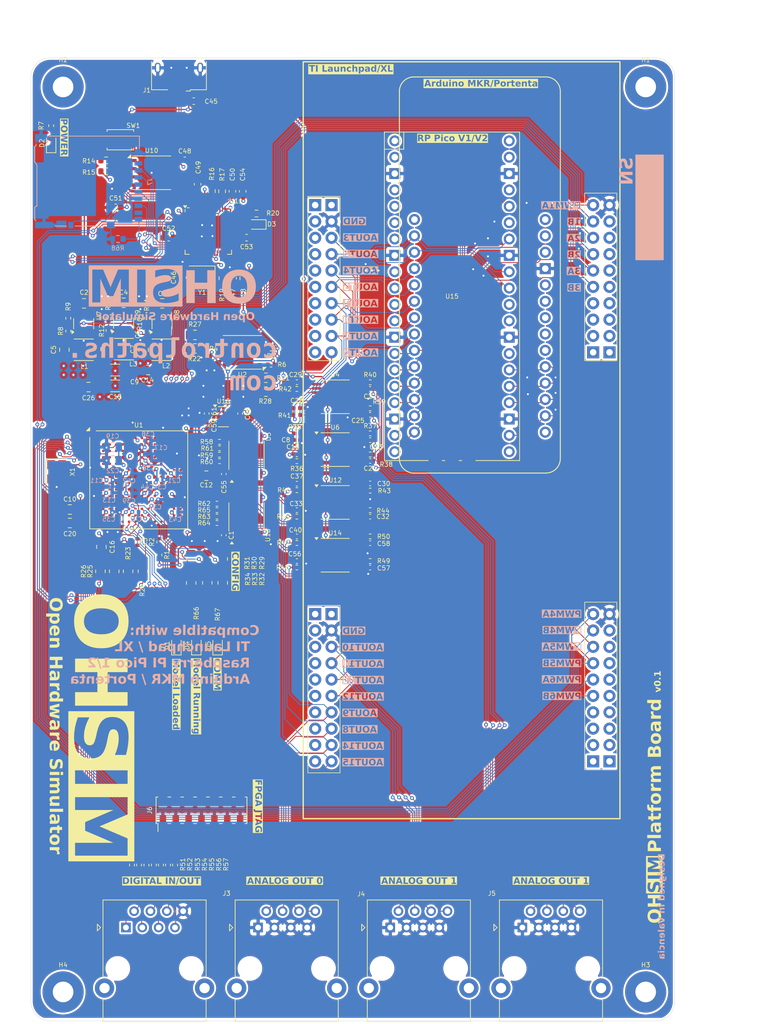
<source format=kicad_pcb>
(kicad_pcb (version 20240108) (generator "pcbnew") (generator_version "8.0")
  (layers (0 "F.Cu" signal) (1 "In1.Cu" signal) (2 "In2.Cu" signal) (31 "B.Cu" signal) (34 "B.Paste" user) (35 "F.Paste" user) (36 "B.SilkS" user "B.Silkscreen") (37 "F.SilkS" user "F.Silkscreen") (38 "B.Mask" user) (39 "F.Mask" user) (44 "Edge.Cuts" user))
  (net 0 "")
  (net 1 "+5V")
  (net 2 "GND")
  (net 3 "+3V3")
  (net 4 "+1V8")
  (net 5 "+1V0")
  (net 6 "Net-(D1-A)")
  (net 7 "Net-(U11-XIN)")
  (net 8 "Net-(C47-Pad2)")
  (net 9 "+1V1")
  (net 10 "Net-(D2-A)")
  (net 11 "Net-(J1-D+)")
  (net 13 "Net-(J1-D-)")
  (net 14 "FLASH_CS")
  (net 15 "FLASH_SD0")
  (net 16 "FLASH_SD1")
  (net 17 "FLASH_SD2")
  (net 18 "FLASH_SCLK")
  (net 19 "FLASH_SD3")
  (net 20 "sdcard_sclk")
  (net 25 "Net-(U1A-CFGBVS_0)")
  (net 26 "Net-(U1B-IO_L6P_T0_FCS_B_14)")
  (net 27 "Net-(U1B-IO_L2P_T0_D02_14)")
  (net 28 "Net-(U1B-IO_L2N_T0_D03_14)")
  (net 29 "DONE_RP2040")
  (net 30 "Net-(U1B-IO_L1N_T0_D01_DIN_14)")
  (net 31 "Net-(U1B-IO_L1P_T0_D00_MOSI_14)")
  (net 32 "Net-(U1C-IO_L12P_T1_MRCC_34)")
  (net 33 "Net-(D3-A)")
  (net 34 "Net-(D3-K)")
  (net 35 "Net-(R14-Pad2)")
  (net 36 "Net-(J2-Pad5)")
  (net 38 "Net-(J2-Pad4)")
  (net 53 "Net-(J2-Pad1)")
  (net 54 "Net-(J2-Pad2)")
  (net 58 "Net-(J2-Pad3)")
  (net 60 "Net-(J2-Pad7)")
  (net 68 "Net-(J2-Pad6)")
  (net 74 "DIO_0")
  (net 75 "DIO_1")
  (net 89 "DIO_2")
  (net 91 "DIO_3")
  (net 95 "Net-(U7-SW)")
  (net 96 "Net-(U8-SW)")
  (net 97 "Net-(U9-SW)")
  (net 98 "Net-(U7-FB)")
  (net 99 "Net-(U8-FB)")
  (net 100 "Net-(U9-FB)")
  (net 101 "Net-(U11-USB_DP)")
  (net 102 "Net-(U11-USB_DM)")
  (net 103 "Net-(U11-RUN)")
  (net 104 "Net-(U11-XOUT)")
  (net 105 "Net-(U4D--)")
  (net 106 "Net-(U4A--)")
  (net 107 "Net-(U4B--)")
  (net 108 "Net-(U4C--)")
  (net 130 "JTAG_TCK")
  (net 136 "Net-(U2-SO{slash}SIO1)")
  (net 138 "FPGA_FLASH_SCLK")
  (net 149 "JTAG_TDO")
  (net 150 "INIT_B")
  (net 162 "JTAG_TMS")
  (net 165 "JTAG_TDI")
  (net 169 "INIT_B_RP2040")
  (net 170 "PROGRAM_B")
  (net 181 "Net-(U5-VOUT_B)")
  (net 182 "Net-(U5-VOUT_D)")
  (net 183 "Net-(U5-VOUT_C)")
  (net 184 "DAC0_DIN")
  (net 185 "Net-(U5-VOUT_A)")
  (net 186 "DAC1_DIN")
  (net 187 "Net-(U6B--)")
  (net 188 "Net-(U6C--)")
  (net 189 "Net-(U4A-+)")
  (net 190 "Net-(U6A--)")
  (net 191 "Net-(U4C-+)")
  (net 192 "Net-(U6D--)")
  (net 193 "Net-(U4B-+)")
  (net 198 "sdcard_miso")
  (net 200 "sdcard_detection")
  (net 203 "RP2040_UART0_RX")
  (net 204 "sdcard_cs")
  (net 208 "RP2040_UART0_TX")
  (net 209 "RP2040_UART1_TX")
  (net 214 "Net-(U12D--)")
  (net 215 "Net-(U12C--)")
  (net 216 "Net-(U12B--)")
  (net 217 "Net-(U12A--)")
  (net 220 "FLASH_RP2040_SCLK")
  (net 222 "RP2040_UART1_RX")
  (net 223 "sdcard_mosi")
  (net 229 "PROGRAM_B_RP2040")
  (net 230 "FLASH_SCLK_RP2040")
  (net 231 "FLASH_DIN_RP2040")
  (net 232 "FPGA_M2")
  (net 233 "FPGA_M1")
  (net 234 "FPGA_M0")
  (net 235 "Net-(U4D-+)")
  (net 236 "Net-(U12C-+)")
  (net 237 "Net-(U12A-+)")
  (net 238 "Net-(U12B-+)")
  (net 239 "Net-(U12D-+)")
  (net 240 "Net-(U13-VOUT_B)")
  (net 241 "Net-(U13-VOUT_A)")
  (net 242 "Net-(U13-VOUT_D)")
  (net 243 "Net-(U13-VOUT_C)")
  (net 244 "Net-(U14C--)")
  (net 245 "Net-(U14D--)")
  (net 246 "Net-(U14B--)")
  (net 247 "Net-(U14A--)")
  (net 277 "AOUT0")
  (net 278 "AOUT1")
  (net 279 "AOUT3")
  (net 280 "AOUT4")
  (net 281 "AOUT5")
  (net 282 "AOUT6")
  (net 283 "AOUT7")
  (net 284 "AOUT12")
  (net 285 "AOUT13")
  (net 286 "AOUT14")
  (net 287 "AOUT15")
  (net 288 "AOUT8")
  (net 289 "AOUT9")
  (net 290 "AOUT10")
  (net 291 "AOUT11")
  (net 292 "DIO_4")
  (net 293 "DIO_5")
  (net 294 "DIO_6")
  (net 295 "VREF_DAC")
  (net 296 "Net-(U16-Vbias)")
  (net 297 "DAC0_SCLK")
  (net 298 "Net-(U5-SCLK)")
  (net 299 "DAC0_SYNC")
  (net 300 "Net-(U5-~{SYNC})")
  (net 301 "DAC0_LDAC")
  (net 302 "Net-(U5-~{LDAC})")
  (net 303 "Net-(U5-DIN)")
  (net 304 "DAC1_SCLK")
  (net 305 "Net-(U13-SCLK)")
  (net 306 "Net-(U13-DIN)")
  (net 307 "DAC1_SYNC")
  (net 308 "Net-(U13-~{SYNC})")
  (net 309 "DAC1_LDAC")
  (net 310 "Net-(U13-~{LDAC})")
  (net 311 "PWM1A")
  (net 312 "PWM5B")
  (net 313 "PWM4A")
  (net 314 "PWM3A")
  (net 315 "PWM1B")
  (net 316 "PWM5A")
  (net 317 "PWM3B")
  (net 318 "PWM2A")
  (net 319 "PWM6A")
  (net 320 "PWM4B")
  (net 321 "PWM6B")
  (net 322 "PWM2B")
  (net 323 "AOUT2")
  (net 324 "Net-(D4-A)")
  (net 325 "Net-(D5-A)")
  (net 326 "MODEL_RUNNING")
  (net 327 "COMM_LED")
  (footprint "Package_TO_SOT_SMD:SOT-23-5" (layer "F.Cu") (at 183.2 101.2625 90)
    (property "Reference" "U7")
    (property "Value" "TLV62565DBVR")
  )
  (footprint "Resistor_SMD:R_0402_1005Metric" (layer "F.Cu") (at 216.31 111.39 180)
    (property "Reference" "R42")
    (property "Value" "1k")
  )
  (footprint "Resistor_SMD:R_0402_1005Metric" (layer "F.Cu") (at 178.15 70.51 -90)
    (property "Reference" "R7")
    (property "Value" "10k")
  )
  (footprint "MountingHole:MountingHole_3.2mm_M3_Pad" (layer "F.Cu") (at 270.5 205)
    (property "Reference" "H3")
    (property "Value" "MountingHole_Pad")
  )
  (footprint "Capacitor_SMD:C_0805_2012Metric" (layer "F.Cu") (at 185.95 135.9 -90)
    (property "Reference" "C16")
    (property "Value" "4u7")
  )
  (footprint "Resistor_SMD:R_0402_1005Metric" (layer "F.Cu") (at 227.7 118.29)
    (property "Reference" "R37")
    (property "Value" "1k")
  )
  (footprint "Resistor_SMD:R_0402_1005Metric" (layer "F.Cu") (at 204.29 121.6 180)
    (property "Reference" "R59")
    (property "Value" "27")
  )
  (footprint "Capacitor_SMD:C_1206_3216Metric" (layer "F.Cu") (at 188.1 108.46)
    (property "Reference" "C9")
    (property "Value" "100u")
  )
  (footprint "arduino-library:Arduino_MKR_WiFi_1010_Socket" (layer "F.Cu") (at 254.99 65.1952 -90)
    (property "Reference" "A1" (hide yes))
    (property "Value" "Arduino_MKR_WiFi_1010_Socket")
  )
  (footprint "Resistor_SMD:R_0402_1005Metric" (layer "F.Cu") (at 227.7 134.28)
    (property "Reference" "R50")
    (property "Value" "1k")
  )
  (footprint "Resistor_SMD:R_0402_1005Metric" (layer "F.Cu") (at 212.31 105.1 180)
    (property "Reference" "R5")
    (property "Value" "4k7")
  )
  (footprint "Capacitor_SMD:C_0603_1608Metric" (layer "F.Cu") (at 188.175 83.2)
    (property "Reference" "C51")
    (property "Value" "1u")
  )
  (footprint "Resistor_SMD:R_0402_1005Metric" (layer "F.Cu") (at 193 102.4 90)
    (property "Reference" "R10")
    (property "Value" "240k")
  )
  (footprint "Package_SO:TSSOP-16_4.4x5mm_P0.65mm" (layer "F.Cu") (at 208.489552 131.2625 90)
    (property "Reference" "U13")
    (property "Value" "AD53x8")
  )
  (footprint "LED_SMD:LED_0603_1608Metric" (layer "F.Cu") (at 178.15 73.2225 90)
    (property "Reference" "D2")
    (property "Value" "VCC")
  )
  (footprint "Capacitor_SMD:C_0402_1005Metric" (layer "F.Cu") (at 227.7 139.11 180)
    (property "Reference" "C57")
    (property "Value" "1n5")
  )
  (footprint "Resistor_SMD:R_0603_1608Metric" (layer "F.Cu") (at 208 94.2 -90)
    (property "Reference" "R18")
    (property "Value" "10k")
  )
  (footprint "Resistor_SMD:R_0603_1608Metric" (layer "F.Cu") (at 186.7 77.6 180)
    (property "Reference" "R15")
    (property "Value" "10k")
  )
  (footprint "Resistor_SMD:R_0402_1005Metric" (layer "F.Cu") (at 227.7 130.21)
    (property "Reference" "R44")
    (property "Value" "1k")
  )
  (footprint "MountingHole:MountingHole_3.2mm_M3_Pad" (layer "F.Cu") (at 180 205)
    (property "Reference" "H4")
    (property "Value" "MountingHole_Pad")
  )
  (footprint "LED_SMD:LED_0603_1608Metric" (layer "F.Cu") (at 200.7 151.2 90)
    (property "Reference" "D4")
    (property "Value" "DONE")
  )
  (footprint "Package_SO:TSSOP-14_4.4x5mm_P0.65mm" (layer "F.Cu") (at 222.264552 137.2)
    (property "Reference" "U14")
    (property "Value" "LMV324")
  )
  (footprint "Crystal:Crystal_SMD_3225-4Pin_3.2x2.5mm" (layer "F.Cu") (at 201.6 93.95 180)
    (property "Reference" "Y1")
    (property "Value" "12MHz")
  )
  (footprint "Capacitor_SMD:C_0402_1005Metric" (layer "F.Cu") (at 216.31 119.31)
    (property "Reference" "C8")
    (property "Value" "1n5")
  )
  (footprint "Capacitor_SMD:C_0402_1005Metric" (layer "F.Cu") (at 204.964552 134.1 -90)
    (property "Reference" "C1")
    (property "Value" "0.47u")
  )
  (footprint "Capacitor_SMD:C_0603_1608Metric" (layer "F.Cu") (at 206.3 80.7 -90)
    (property "Reference" "C50")
    (property "Value" "100n")
  )
  (footprint "Resistor_SMD:R_0805_2012Metric" (layer "F.Cu") (at 202.4 141.4875 -90)
    (property "Reference" "R33")
    (property "Value" "4k7")
  )
  (footprint "lib:IND_LQH3NPN2R2MMEL" (layer "F.Cu") (at 189.45 105.21 180)
    (property "Reference" "L3")
    (property "Value" "2u2")
  )
  (footprint "Resistor_SMD:R_0402_1005Metric" (layer "F.Cu") (at 204.3 119.6 180)
    (property "Reference" "R58")
    (property "Value" "27")
  )
  (footprint "Resistor_SMD:R_0402_1005Metric" (layer "F.Cu") (at 191.55 135.15 -90)
    (property "Reference" "R3")
    (property "Value" "4k7")
  )
  (footprint "Capacitor_SMD:C_0402_1005Metric" (layer "F.Cu") (at 216.31 114.355)
    (property "Reference" "C28")
    (property "Value" "1n5")
  )
  (footprint "Resistor_SMD:R_0805_2012Metric" (layer "F.Cu") (at 199.9 141.5 -90)
    (property "Reference" "R34")
    (property "Value" "4k7")
  )
  (footprint "Button_Switch_SMD:SW_Push_SPST_NO_Alps_SKRK" (layer "F.Cu") (at 188.9 72.7 180)
    (property "Reference" "SW1")
    (property "Value" "SW_Push")
  )
  (footprint "Resistor_SMD:R_0603_1608Metric" (layer "F.Cu") (at 210.05 84.15 180)
    (property "Reference" "R20")
    (property "Value" "4k7")
  )
  (footprint "Capacitor_SMD:C_0805_2012Metric" (layer "F.Cu") (at 192.5 105.3 90)
    (property "Reference" "C6")
    (property "Value" "10u")
  )
  (footprint "Capacitor_SMD:C_0402_1005Metric" (layer "F.Cu") (at 216.31 121.52)
    (property "Reference" "C18")
    (property "Value" "1n5")
  )
  (footprint "Capacitor_SMD:C_0603_1608Metric" (layer "F.Cu") (at 208.5 87.9 180)
    (property "Reference" "C53")
    (property "Value" "100n")
  )
  (footprint "Capacitor_SMD:C_0402_1005Metric" (layer "F.Cu") (at 204.964552 124.6 -90)
    (property "Reference" "C55")
    (property "Value" "0.47u")
  )
  (footprint "Package_BGA:Xilinx_FTGB196" (layer "F.Cu") (at 191.75 125.5)
    (property "Reference" "U1")
    (property "Value" "xc7s25ftgb196")
  )
  (footprint "Capacitor_SMD:C_0603_1608Metric" (layer "F.Cu") (at 200.9 79.6 -90)
    (property "Reference" "C49")
    (property "Value" "1u")
  )
  (footprint "Resistor_SMD:R_0402_1005Metric" (layer "F.Cu") (at 204.3 122.6 180)
    (property "Reference" "R60")
    (property "Value" "27")
  )
  (footprint "Resistor_SMD:R_0805_2012Metric" (layer "F.Cu") (at 192.4 139.7 -90)
    (property "Reference" "R24")
    (property "Value" "0")
  )
  (footprint "Connector_PinHeader_2.00mm:PinHeader_2x07_P2.00mm_Vertical_SMD" (layer "F.Cu") (at 201.5 176.8 90)
    (property "Reference" "J6")
    (property "Value" "Conn_02x07_Odd_Even")
  )
  (footprint "Package_SO:TSSOP-16_4.4x5mm_P0.65mm" (layer "F.Cu") (at 208.489552 121.7 90)
    (property "Reference" "U5")
    (property "Value" "AD53x8")
  )
  (footprint "Capacitor_SMD:C_0402_1005Metric" (layer "F.Cu") (at 202.3 115.2 -90)
    (property "Reference" "C61")
    (property "Value" "100n")
  )
  (footprint "MountingHole:MountingHole_3.2mm_M3_Pad" (layer "F.Cu") (at 270.5 64.5)
    (property "Reference" "H1")
    (property "Value" "MountingHole_Pad")
  )
  (footprint "Capacitor_SMD:C_0603_1608Metric" (layer "F.Cu") (at 198.6 94.1 90)
    (property "Reference" "C46")
    (property "Value" "15p")
  )
  (footprint "Resistor_SMD:R_0402_1005Metric" (layer "F.Cu") (at 227.7 127.17)
    (property "Reference" "R43")
    (property "Value" "1k")
  )
  (footprint "Resistor_SMD:R_0402_1005Metric" (layer "F.Cu") (at 216.31 115.425 180)
    (property "Reference" "R41")
    (property "Value" "1k")
  )
  (footprint "Resistor_SMD:R_0402_1005Metric" (layer "F.Cu") (at 180.8 100.4 90)
    (property "Reference" "R9")
    (property "Value" "22k")
  )
  (footprint "Resistor_SMD:R_0805_2012Metric" (layer "F.Cu") (at 202.4 137.7875 -90)
    (property "Reference" "R30")
    (property "Value" "4k7")
  )
  (footprint "Connector_RJ:RJ45_Ninigi_GE" (layer "F.Cu") (at 251.3475 195)
    (property "Reference" "J5")
    (property "Value" "RJ45")
  )
  (footprint "Resistor_SMD:R_0402_1005Metric" (layer "F.Cu") (at 194.95 137.15 -90)
    (property "Reference" "R1")
    (property "Value" "330")
  )
  (footprint "Resistor_SMD:R_0603_1608Metric" (layer "F.Cu") (at 186.7 75.9 180)
    (property "Reference" "R14")
    (property "Value" "1k")
  )
  (footprint "LED_SMD:LED_0603_1608Metric" (layer "F.Cu") (at 204 151.2 90)
    (property "Reference" "D5")
    (property "Value" "DONE")
  )
  (footprint "Resistor_SMD:R_0402_1005Metric" (layer "F.Cu") (at 212.3 107.6 180)
    (property "Reference" "R6")
    (property "Value" "4k7")
  )
  (footprint "Resistor_SMD:R_0805_2012Metric" (layer "F.Cu") (at 199.9 137.7875 -90)
    (property "Reference" "R31")
    (property "Value" "4k7")
  )
  (footprint "Resistor_SMD:R_0402_1005Metric" (layer "F.Cu") (at 195.2 185.29 -90)
    (property "Reference" "R55")
    (property "Value" "100")
  )
  (footprint "Capacitor_SMD:C_0402_1005Metric" (layer "F.Cu") (at 207.5 115.2 -90)
    (property "Reference" "C60")
    (property "Value" "100n")
  )
  (footprint "Resistor_SMD:R_0402_1005Metric" (layer "F.Cu") (at 197.4 185.29 -90)
    (property "Reference" "R57")
    (property "Value" "100")
  )
  (footprint "Capacitor_SMD:C_0603_1608Metric" (layer "F.Cu") (at 196.4 87.9)
    (property "Reference" "C52")
    (property "Value" "100n")
  )
  (footprint "Resistor_SMD:R_0805_2012Metric" (layer "F.Cu") (at 200.4875 105.1)
    (property "Reference" "R22")
    (property "Value" "0")
  )
  (footprint "Resistor_SMD:R_0402_1005Metric" (layer "F.Cu") (at 187.05 102.31 90)
    (property "Reference" "R12")
    (property "Value" "22k")
  )
  (footprint "Crystal:Crystal_SMD_3225-4Pin_3.2x2.5mm" (layer "F.Cu") (at 179 124.25 -90)
    (property "Reference" "X1")
    (property "Value" "SG-8018CE")
  )
  (footprint "Capacitor_SMD:C_0402_1005Metric" (layer "F.Cu") (at 216.31 130.2)
    (property "Reference" "C33")
    (property "Value" "1n5")
  )
  (footprint "Package_SON:WSON-8-1EP_6x5mm_P1.27mm_EP3.4x4mm" (layer "F.Cu") (at 207.85 105.7 180)
    (property "Reference" "U2")
    (property "Value" "MX25L12833F")
  )
  (footprint "Connector_RJ:RJ45_Ninigi_GE" (layer "F.Cu") (at 210.290833 195)
    (property "Reference" "J3")
    (property "Value" "RJ45")
  )
  (footprint "Resistor_SMD:R_0402_1005Metric" (layer "F.Cu") (at 227.7 110.36)
    (property "Reference" "R40")
    (property "Value" "1k")
  )
  (footprint "Resistor_SMD:R_0402_1005Metric" (layer "F.Cu") (at 191.8 185.3 -90)
    (property "Reference" "R52")
    (property "Value" "100")
  )
  (footprint "Resistor_SMD:R_0402_1005Metric" (layer "F.Cu") (at 194.1 185.29 -90)
    (property "Reference" "R54")
    (property "Value" "100")
  )
  (footprint "Capacitor_SMD:C_0805_2012Metric" (layer "F.Cu") (at 202.25 124.85)
    (property "Reference" "C12")
    (property "Value" "4u7")
  )
  (footprint "Capacitor_SMD:C_0402_1005Metric" (layer "F.Cu") (at 227.7 135.33 180)
    (property "Reference" "C58")
    (property "Value" "1n5")
  )
  (footprint "Resistor_SMD:R_0805_2012Metric" (layer "F.Cu") (at 187.94 139.7 -90)
    (property "Reference" "R26")
    (property "Value" "4k7")
  )
  (footprint "Package_TO_SOT_SMD:SOT-23-5" (layer "F.Cu") (at 204.9 115.7)
    (property "Reference" "U16")
    (property "Value" "REF2030")
  )
  (footprint "Resistor_SMD:R_0603_1608Metric" (layer "F.Cu") (at 203.1 80.675 -90)
    (property "Reference" "R16")
    (property "Value" "27")
  )
  (footprint "lib:IND_LQH3NPN2R2MMEL" (layer "F.Cu") (at 183.2 105.3 180)
    (property "Reference" "L1")
    (property "Value" "2u2")
  )
  (footprint "Resistor_SMD:R_0402_1005Metric" (layer "F.Cu") (at 196.3 185.29 -90)
    (property "Reference" "R56")
    (property "Value" "100")
  )
  (footprint "Package_SO:TSSOP-14_4.4x5mm_P0.65mm" (layer "F.Cu") (at 222.264552 129)
    (property "Reference" "U12")
    (property "Value" "LMV324")
  )
  (footprint "Capacitor_SMD:C_0402_1005Metric" (layer "F.Cu") (at 216.31 110.34)
    (property "Reference" "C29")
    (property "Value" "1n5")
  )
  (footprint "Package_SON:WSON-8-1EP_6x5mm_P1.27mm_EP3.4x4.3mm" (layer "F.Cu") (at 193.75 77.825)
    (property "Reference" "U10")
    (property "Value" "W25Q32JVZP")
  )
  (footprint "Resistor_SMD:R_0402_1005Metric" (layer "F.Cu") (at 216.31 118.3 180)
    (property "Reference" "R35")
    (property "Value" "1k")
  )
  (footprint "Capacitor_SMD:C_0603_1608Metric" (layer "F.Cu") (at 207.9 80.7 -90)
    (property "Reference" "C54")
    (property "Value" "100n")
  )
  (footprint "Capacitor_SMD:C_0805_2012Metric" (layer "F.Cu") (at 183.25 98.1 180)
    (property "Reference" "C2")
    (property "Value" "4u7")
  )
  (footprint "Capacitor_SMD:C_0402_1005Metric" (layer "F.Cu") (at 227.7 115.4 180)
    (property "Reference" "C25")
    (property "Value" "1n5")
  )
  (footprint "Capacitor_SMD:C_0805_2012Metric" (layer "F.Cu") (at 183.95 111.1 180)
    (property "Reference" "C26")
    (property "Value" "4u7")
  )
  (footprint "Capacitor_SMD:C_0603_1608Metric" (layer "F.Cu") (at 198.9 75.9)
    (property "Reference" "C48")
    (property "Value" "100n")
  )
  (footprint "Resistor_SMD:R_0402_1005Metric" (layer "F.Cu") (at 200.7 148.4 90)
    (property "Reference" "R66")
    (property "Value" "4k7")
  )
  (footprint "Package_TO_SOT_SMD:SOT-23-5" (layer "F.Cu") (at 189.4 101.1725 90)
    (property "Reference" "U9")
    (property "Value" "TLV62565DBVR")
  )
  (footprint "Connector_RJ:RJ45_Ninigi_GE" (layer "F.Cu") (at 230.819166 195)
    (property "Reference" "J4")
    (property "Value" "RJ45")
  )
  (footprint "Capacitor_SMD:C_0805_2012Metric" (layer "F.Cu") (at 181.05 130.1 180)
    (property "Reference" "C10")
    (property "Value" "4u7")
  )
  (footprint "Resistor_SMD:R_0402_1005Metric" (layer "F.Cu") (at 227.7 121.565)
    (property "Reference" "R38")
    (property "Value" "1k")
  )
  (footprint "Resistor_SMD:R_0402_1005Metric" (layer "F.Cu") (at 190.7 185.3 -90)
    (property "Reference" "R51")
    (property "Value" "100")
  )
  (footprint "Resistor_SMD:R_0402_1005Metric" (layer "F.Cu") (at 216.31 135.3 180)
    (property "Reference" "R47")
    (property "Value" "1k")
  )
  (footprint "Package_SO:TSSOP-14_4.4x5mm_P0.65mm" (layer "F.Cu") (at 222.264552 120.8)
    (property "Reference" "U6")
    (property "Value" "LMV324")
  )
  (footprint "MountingHole:MountingHole_3.2mm_M3_Pad" (layer "F.Cu") (at 180 64.5)
    (property "Reference" "H2")
    (property "Value" "MountingHole_Pad")
  )
  (footprint "Capacitor_SMD:C_0402_1005Metric" (layer "F.Cu") (at 216.31 134.29)
    (property "Reference" "C40")
    (property "Value" "1n5")
  )
  (footprint "Capacitor_SMD:C_0805_2012Metric" (layer "F.Cu") (at 193.2 108.45)
    (property "Reference" "C14")
    (property "Value" "4u7")
  )
  (footprint "Resistor_SMD:R_0603_1608Metric" (layer "F.Cu") (at 204.75 94.2 90)
    (property "Reference" "R19")
    (property "Value" "1k")
  )
  (footprint "Resistor_SMD:R_0402_1005Metric" (layer "F.Cu") (at 204.3 120.6 180)
    (property "Reference" "R61")
    (property "Value" "27")
  )
  (footprint "Capacitor_SMD:C_0402_1005Metric" (layer "F.Cu") (at 227.7 131.21 180)
    (property "Reference" "C32")
    (property "Value" "1n5")
  )
  (footprint "Resistor_SMD:R_0402_1005Metric" (layer "F.Cu") (at 180.8 102.4 90)
    (property "Reference" "R8")
    (property "Value" "100k")
  )
  (footprint "Capacitor_SMD:C_0805_2012Metric" (layer "F.Cu") (at 195.4 98.1 180)
    (property "Reference" "C3")
    (property "Value" "4u7")
  )
  (footprint "Resistor_SMD:R_0805_2012Metric" (layer "F.Cu") (at 211.5 111.8)
    (property "Reference" "R28")
    (property "Value" "0")
  )
  (footprint "Resistor_SMD:R_0402_1005Metric" (layer "F.Cu") (at 192.95 185.3 -90)
    (property "Reference" "R53")
    (property "Value" "100")
  )
  (footprint "Resistor_SMD:R_0805_2012Metric" (layer "F.Cu") (at 200.4875 103)
    (property "Reference" "R27")
    (property "Value" "0")
  )
  (footprint "Resistor_SMD:R_0402_1005Metric" (layer "F.Cu") (at 203.9 129.2 180)
    (property "Reference" "R62")
    (property "Value" "27")
  )
  (footprint "lib:MOD_LAUNCHXL-F28379D" (layer "F.Cu") (at 242.02 115.987 -90)
    (property "Reference" "U3" (hide yes))
    (property "Value" "LAUNCHXL-F28379D" (hide yes))
  )
  (footprint "Resistor_SMD:R_0805_2012Metric" (layer "F.Cu") (at 185.8 139.7 -90)
    (property "Reference" "R25")
    (property "Value" "0")
  )
  (footprint "Resistor_SMD:R_0402_1005Metric" (layer "F.Cu") (at 204 148.5 90)
    (property "Reference" "R67")
    (property "Value" "4k7")
  )
  (footprint "Capacitor_SMD:C_0805_2012Metric" (layer "F.Cu") (at 189.4 98.01 180)
    (property "Reference" "C4")
    (property "Value" "4u7")
  )
  (footprint "Package_TO_SOT_SMD:SOT-23-5" (layer "F.Cu") (at 195.375 101.2625 90)
    (property "Reference" "U8")
    (property "Value" "TLV62565DBVR")
  )
  (footprint "Connector_USB:USB_Micro-B_Amphenol_10118193-0001LF_Horizontal" (layer "F.Cu") (at 198 61.525 180)
    (property "Reference" "J1")
    (property "Value" "USB_B_Micro")
  )
  (footprint "Resistor_SMD:R_0402_1005Metric" (layer "F.Cu") (at 203.9 132.2 180)
    (property "Reference" "R64")
    (property "Value" "27")
  )
  (footprint "Capacitor_SMD:C_0402_1005Metric" (layer "F.Cu") (at 227.7 119.34 180)
    (property "Reference" "C23")
    (property "Value" "1n5")
  )
  (footprint "Capacitor_SMD:C_0402_1005Metric" (layer "F.Cu") (at 227.7 126.05 180)
    (property "Reference" "C30")
    (property "Value" "1n5")
  )
  (footprint "MCU_RaspberryPi_and_Boards:RPi_Pico_SMD_TH" (layer "F.Cu") (at 240.41 97)
    (property "Reference" "U15")
    (property "Value" "Pico")
  )
  (footprint "Resistor_SMD:R_0402_1005Metric" (layer "F.Cu") (at 203.91 131.2 180)
    (property "Reference" "R63")
    (property "Value" "27")
  )
  (footprint "Resistor_SMD:R_0805_2012Metric" (layer "F.Cu") (at 190.1 139.7 -90)
    (property "Reference" "R23")
    (property "Value" "4k7")
  )
  (footprint "Resistor_SMD:R_0402_1005Metric" (layer "F.Cu") (at 216.31 139.095 180)
    (property "Reference" "R48")
    (property "Value" "1k")
  )
  (footprint "Capacitor_SMD:C_0603_1608Metric" (layer "F.Cu") (at 200.3 66.7 180)
    (property "Reference" "C45")
    (property "Value" "1u")
  )
  (footprint "Resistor_SMD:R_0402_1005Metric" (layer "F.Cu") (at 187.05 100.31 90)
    (property "Reference" "R13")
    (property "Value" "33k")
  )
  (footprint "Resistor_SMD:R_0402_1005Metric" (layer "F.Cu") (at 216.31 131.2 180)
    (property "Reference" "R45")
    (property "Value" "1k")
  )
  (footprint "Resistor_SMD:R_0402_1005Metric" (layer "F.Cu") (at 194.95 135.15 90)
    (property "Reference" "R2")
    (property "Value" "100")
  )
  (footprint "Capacitor_SMD:C_0603_1608Metric" (layer "F.Cu") (at 206.4 94.2 -90)
    (property "Reference" "C47")
    (property "Value" "15p")
  )
  (footprint "Resistor_SMD:R_0402_1005Metric" (layer "F.Cu") (at 203.4 106.3)
    (property "Reference" "R4")
    (property "Value" "4k7")
  )
  (footprint "Capacitor_SMD:C_0805_2012Metric" (layer "F.Cu") (at 181.05 132.2 180)
    (property "Reference" "C20")
    (property "Value" "4u7")
  )
  (footprint "Connector_RJ:RJ45_Ninigi_GE" (layer "F.Cu") (at 189.7625 195)
    (property "Reference" "J2" (hide yes))
    (property "Value" "RJ45")
  )
  (footprint "Resistor_SMD:R_0805_2012Metric" (layer "F.Cu") (at 204.8 137.775 -90)
    (property "Reference" "R29")
    (property "Value" "4k7")
  )
  (footprint "Capacitor_SMD:C_1206_3216Metric" (layer "F.Cu") (at 188.1 110.91)
    (property "Reference" "C15")
    (property "Value" "100u")
  )
  (footprint "Resistor_SMD:R_0402_1005Metric" (layer "F.Cu") (at 216.31 122.59 180)
    (property "Reference" "R36")
    (property "Value" "1k")
  )
  (footprint "Resistor_SMD:R_0603_1608Metric" (layer "F.Cu") (at 204.7 80.7 -90)
    (property "Reference" "R17")
    (property "Value" "27")
  )
  (footprint "Capacitor_SMD:C_0402_1005Metric" (layer "F.Cu") (at 216.31 126.1)
    (property "Reference" "C37")
    (property "Value" "1n5")
  )
  (footprint "Resistor_SMD:R_0402_1005Metric" (layer "F.Cu") (at 193 100.4 90)
    (property "Reference" "R11")
    (property "Value" "120k")
  )
  (footprint "Resistor_SMD:R_0402_1005Metric" (layer "F.Cu") (at 227.7 138.11)
    (property "Reference" "R49")
    (property "Value" "1k")
  )
  (footprint "Resistor_SMD:R_0805_2012Metric" (layer "F.Cu") (at 204.8 141.4875 -90)
    (property "Reference" "R32")
    (property "Value" "4k7")
  )
  (footprint "Capacitor_SMD:C_0805_2012Metric" (layer "F.Cu") (at 186.6 105.21 90)
    (property "Reference" "C7")
    (property "Value" "10u")
  )
  (footprint "Capacitor_SMD:C_0402_1005Metric" (layer "F.Cu") (at 202.3 117.1 -90)
    (property "Reference" "C59")
    (property "Value" "0.47u")
  )
  (footprint "Package_SO:TSSOP-14_4.4x5mm_P0.65mm" (layer "F.Cu") (at 222.264552 112.6)
    (property "Reference" "U4")
    (property "Value" "LMV324")
  )
  (footprint "Capacitor_SMD:C_0402_1005Metric" (layer "F.Cu") (at 227.7 122.565 180)
    (property "Reference" "C24")
    (property "Value" "1n5")
  )
  (footprint "LED_SMD:LED_0603_1608Metric" (layer "F.Cu") (at 210.05 85.85 180)
    (property "Reference" "D3")
    (property "Value" "LED")
  )
  (footprint "LED_SMD:LED_0603_1608Metric" (layer "F.Cu") (at 197.6 151.2 90)
    (property "Reference" "D1")
    (property "Value" "DONE")
  )
  (footprint "Package_DFN_QFN:QFN-56-1EP_7x7mm_P0.4mm_EP3.2x3.2mm" (layer "F.Cu") (at 202.56 86.87)
    (property "Reference" "U11")
    (property "Value" "RP2040")
  )
  (footprint "Capacitor_SMD:C_0402_1005Metric" (layer "F.Cu") (at 227.7 111.39 180)
    (property "Reference" "C27")
    (property "Value" "1n5")
  )
  (footprint "Capacitor_SMD:C_0805_2012Metric" (layer "F.Cu") (at 180.2 105.3 90)
    (property "Reference" "C5")
    (property "Value" "10u")
  )
  (footprint "Resistor_SMD:R_0402_1005Metric" (layer "F.Cu") (at 203.9 130.2 180)
    (property "Reference" "R65")
    (property "Value" "27")
  )
  (footprint "Resistor_SMD:R_0805_2012Metric" (layer "F.Cu") (at 211.5 109.65)
    (property "Reference" "R21")
    (property "Value" "0")
  )
  (footprint "Capacitor_SMD:C_0402_1005Metric" (layer "F.Cu") (at 216.31 138.105)
    (property "Reference" "C56")
    (property "Value" "1n5")
  )
  (footprint "Resistor_SMD:R_0402_1005Metric" (layer "F.Cu") (at 216.31 127.1 180)
    (property "Reference" "R46")
    (property "Value" "1k")
  )
  (footprint "Resistor_SMD:R_0402_1005Metric" (layer "F.Cu") (at 227.7 114.4)
    (property "Reference" "R39")
    (property "Value" "1k")
  )
  (footprint "lib:IND_LQH3NPN2R2MMEL" (layer "F.Cu") (at 195.3 105.3 180)
    (property "Reference" "L2")
    (property "Value" "2u2")
  )
  (footprint "Capacitor_SMD:C_0402_1005Metric" (layer "B.Cu") (at 191.25 130.45)
    (property "Reference" "C41")
    (property "Value" "0.47u")
  )
  (footprint "Capacitor_SMD:C_0805_2012Metric" (layer "B.Cu") (at 187.7 120.4 180)
    (property "Reference" "C19")
    (property "Value" "4u7")
  )
  (footprint "Capacitor_SMD:C_0402_1005Metric" (layer "B.Cu") (at 193.05 127.5)
    (property "Reference" "C44")
    (property "Value" "0.47u")
  )
  (footprint "Capacitor_SMD:C_0805_2012Metric" (layer "B.Cu") (at 187.7 122.5 180)
    (property "Reference" "C22")
    (property "Value" "4u7")
  )
  (footprint "Capacitor_SMD:C_0402_1005Metric" (layer "B.Cu") (at 187.2 125.6)
    (property "Reference" "C11")
    (property "Value" "0.47u")
  )
  (footprint "Capacitor_SMD:C_0402_1005Metric" (layer "B.Cu") (at 197.25 124.45)
    (property "Reference" "C21")
    (property "Value" "0.47u")
  )
  (footprint "Capacitor_SMD:C_0402_1005Metric" (layer "B.Cu") (at 197.4 130.5)
    (property "Reference" "C43")
    (property "Value" "0.47u")
  )
  (footprint "Capacitor_SMD:C_0402_1005Metric" (layer "B.Cu") (at 187.15 127.5)
    (property "Reference" "C13")
    (property "Value" "0.47u")
  )
  (footprint "Capacitor_SMD:C_0402_1005Metric" (layer "B.Cu") (at 195.05 125.45)
    (property "Reference" "C34")
    (property "Value" "0.47u")
  )
  (footprint "Capacitor_SMD:C_0402_1005Metric" (layer "B.Cu") (at 193.3 122.5)
    (property "Reference" "C36")
    (property "Value" "0.47u")
  )
  (footprint "Connector_Card:microSD_HC_Hirose_DM3AT-SF-PEJM5" (layer "B.Cu") (at 183.975 79.125 90)
    (property "Reference" "J7")
    (property "Value" "Micro_SD_Card_Det_Hirose_DM3AT")
  )
  (footprint "Resistor_SMD:R_0603_1608Metric" (layer "B.Cu") (at 188.5 88.1)
    (property "Reference" "R68")
    (property "Value" "4k7")
  )
  (footprint "Capacitor_SMD:C_0402_1005Metric" (layer "B.Cu") (at 190.25 124.5)
    (property "Reference" "C42")
    (property "Value" "0.47u")
  )
  (footprint "Capacitor_SMD:C_0402_1005Metric" (layer "B.Cu") (at 194.3 128.55)
    (property "Reference" "C31")
    (property "Value" "0.47u")
  )
  (footprint "Capacitor_SMD:C_0402_1005Metric" (layer "B.Cu") (at 193.2 119.4)
    (property "Reference" "C38")
    (property "Value" "0.47u")
  )
  (footprint "Capacitor_SMD:C_0402_1005Metric" (layer "B.Cu") (at 190.25 127.6)
    (property "Reference" "C39")
    (property "Value" "0.47u")
  )
  (footprint "Capacitor_SMD:C_0402_1005Metric" (layer "B.Cu") (at 193.15 120.45)
    (property "Reference" "C17")
    (property "Value" "0.47u")
  )
  (footprint "Capacitor_SMD:C_0402_1005Metric" (layer "B.Cu") (at 187.1 130.45)
    (property "Reference" "C35")
    (property "Value" "0.47u")
  )
  (gr_rect (start 269 75.1) (end 273.2 91.3) (stroke (width 0.2)) (fill solid) (layer "B.SilkS"))
  (gr_rect (start 217.3 60.6) (end 266.5 178.1) (stroke (width 0.2)) (fill none) (layer "F.SilkS"))
  (gr_arc (start 275 206.5) (mid 274.12132 208.62132) (end 272 209.5) (stroke (width 0.05)) (layer "Edge.Cuts"))
  (gr_arc (start 272 60) (mid 274.12132 60.87868) (end 275 63) (stroke (width 0.05)) (layer "Edge.Cuts"))
  (gr_line (start 175 63) (end 175 206.5) (stroke (width 0.05)) (layer "Edge.Cuts"))
  (gr_line (start 272 60) (end 178 60) (stroke (width 0.05)) (layer "Edge.Cuts"))
  (gr_line (start 178 209.5) (end 272 209.5) (stroke (width 0.05)) (layer "Edge.Cuts"))
  (gr_line (start 275 206.5) (end 275 63) (stroke (width 0.05)) (layer "Edge.Cuts"))
  (gr_arc (start 175 63) (mid 175.87868 60.87868) (end 178 60) (stroke (width 0.05)) (layer "Edge.Cuts"))
  (gr_arc (start 178 209.5) (mid 175.87868 208.62132) (end 175 206.5) (stroke (width 0.05)) (layer "Edge.Cuts"))
  (gr_text "AOUT10" (at 223.4 152.15 0) (layer "B.SilkS" knockout) (effects (font (size 1 1) (thickness 0.25) (bold yes)) (justify right bottom mirror)))
  (gr_text "1B" (at 260.4 86.1 0) (layer "B.SilkS" knockout) (effects (font (size 1 1) (thickness 0.25) (bold yes)) (justify left bottom mirror)))
  (gr_text "PWM4A" (at 260.5 146.95 0) (layer "B.SilkS" knockout) (effects (font (size 1 1) (thickness 0.25) (bold yes)) (justify left bottom mirror)))
  (gr_text "AOUT11" (at 223.4 154.7 0) (layer "B.SilkS" knockout) (effects (font (size 1 1) (thickness 0.25) (bold yes)) (justify right bottom mirror)))
  (gr_text "2B" (at 260.4 91.2 0) (layer "B.SilkS" knockout) (effects (font (size 1 1) (thickness 0.25) (bold yes)) (justify left bottom mirror)))
  (gr_text "AOUT7" (at 223.5 106.4 0) (layer "B.SilkS" knockout) (effects (font (size 1 1) (thickness 0.25) (bold yes)) (justify right bottom mirror)))
  (gr_text "AOUT1" (at 223.5 98.75 0) (layer "B.SilkS" knockout) (effects (font (size 1 1) (thickness 0.25) (bold yes)) (justify right bottom mirror)))
  (gr_text "PWM4B" (at 260.5 149.5 0) (layer "B.SilkS" knockout) (effects (font (size 1 1) (thickness 0.25) (bold yes)) (justify left bottom mirror)))
  (gr_text "AOUT5" (at 223.5 96.2 0) (layer "B.SilkS" knockout) (effects (font (size 1 1) (thickness 0.25) (bold yes)) (justify right bottom mirror)))
  (gr_text "Open Hardware Simulator" (at 209.8 100.9 0) (layer "B.SilkS") (effects (font (size 1.2 1.2) (thickness 0.275) (bold yes)) (justify left bottom mirror)))
  (gr_text "SIM" (at 198.5 98.8 0) (layer "B.SilkS" knockout) (effects (font (size 5 5) (thickness 0.3) (bold yes)) (justify left bottom mirror)))
  (gr_text "AOUT6" (at 223.5 103.85 0) (layer "B.SilkS" knockout) (effects (font (size 1 1) (thickness 0.25) (bold yes)) (justify right bottom mirror)))
  (gr_text "AOUT15" (at 223.4 170 0) (layer "B.SilkS" knockout) (effects (font (size 1 1) (thickness 0.25) (bold yes)) (justify right bottom mirror)))
  (gr_text "AOUT8" (at 223.4 164.9 0) (layer "B.SilkS" knockout) (effects (font (size 1 1) (thickness 0.25) (bold yes)) (justify right bottom mirror)))
  (gr_text "Designed in Valencia" (at 273.6 183.5 90) (layer "B.SilkS") (effects (font (size 1 1) (thickness 0.25) (bold yes)) (justify left bottom mirror)))
  (gr_text "AOUT13" (at 223.4 157.25 0) (layer "B.SilkS" knockout) (effects (font (size 1 1) (thickness 0.25) (bold yes)) (justify right bottom mirror)))
  (gr_text "3A" (at 260.4 93.75 0) (layer "B.SilkS" knockout) (effects (font (size 1 1) (thickness 0.25) (bold yes)) (justify left bottom mirror)))
  (gr_text "AOUT9" (at 223.4 162.35 0) (layer "B.SilkS" knockout) (effects (font (size 1 1) (thickness 0.25) (bold yes)) (justify right bottom mirror)))
  (gr_text "AOUT4" (at 223.5 93.65 0) (layer "B.SilkS" knockout) (effects (font (size 1 1) (thickness 0.25) (bold yes)) (justify right bottom mirror)))
  (gr_text "AOUT2" (at 223.5 91.1 0) (layer "B.SilkS" knockout) (effects (font (size 1 1) (thickness 0.25) (bold yes)) (justify right bottom mirror)))
  (gr_text "Compatible with:\n  TI Launchpad / XL\n  Raspberry PI Pico 1/2\n  Arduino MKR / Portenta" (at 210.5 157.4 0) (layer "B.SilkS") (effects (font (size 1.5 1.5) (thickness 0.3) (bold yes)) (justify left bottom mirror)))
  (gr_text "AOUT3" (at 223.5 88.55 0) (layer "B.SilkS" knockout) (effects (font (size 1 1) (thickness 0.25) (bold yes)) (justify right bottom mirror)))
  (gr_text "SN" (at 268.8 75.4 90) (layer "B.SilkS") (effects (font (size 2 2) (thickness 0.25) (bold yes)) (justify left bottom mirror)))
  (gr_text "PWM5B" (at 260.5 154.6 0) (layer "B.SilkS" knockout) (effects (font (size 1 1) (thickness 0.25) (bold yes)) (justify left bottom mirror)))
  (gr_text "PWM5A" (at 260.5 152.05 0) (layer "B.SilkS" knockout) (effects (font (size 1 1) (thickness 0.25) (bold yes)) (justify left bottom mirror)))
  (gr_text "2A" (at 260.4 88.65 0) (layer "B.SilkS" knockout) (effects (font (size 1 1) (thickness 0.25) (bold yes)) (justify left bottom mirror)))
  (gr_text "OH" (at 210.3 98.9 0) (layer "B.SilkS") (effects (font (size 5 5) (thickness 0.3) (bold yes)) (justify left bottom mirror)))
  (gr_text "GND" (at 226.9 149.6 0) (layer "B.SilkS" knockout) (effects (font (size 1 1) (thickness 0.25) (bold yes)) (justify left bottom mirror)))
  (gr_text "controlpaths.\ncom" (at 213.4 112.1 0) (layer "B.SilkS") (effects (font (size 3 3) (thickness 0.3) (bold yes)) (justify left bottom mirror)))
  (gr_text "PWM6A" (at 260.5 157.15 0) (layer "B.SilkS" knockout) (effects (font (size 1 1) (thickness 0.25) (bold yes)) (justify left bottom mirror)))
  (gr_text "PWM1A" (at 260.4 83.55 0) (layer "B.SilkS" knockout) (effects (font (size 1 1) (thickness 0.25) (bold yes)) (justify left bottom mirror)))
  (gr_text "3B" (at 260.4 96.3 0) (layer "B.SilkS" knockout) (effects (font (size 1 1) (thickness 0.25) (bold yes)) (justify left bottom mirror)))
  (gr_text "AOUT12" (at 223.4 159.8 0) (layer "B.SilkS" knockout) (effects (font (size 1 1) (thickness 0.25) (bold yes)) (justify right bottom mirror)))
  (gr_text "PWM6B" (at 260.5 159.7 0) (layer "B.SilkS" knockout) (effects (font (size 1 1) (thickness 0.25) (bold yes)) (justify left bottom mirror)))
  (gr_text "GND" (at 227 86 0) (layer "B.SilkS" knockout) (effects (font (size 1 1) (thickness 0.25) (bold yes)) (justify left bottom mirror)))
  (gr_text "AOUT14" (at 223.4 167.45 0) (layer "B.SilkS" knockout) (effects (font (size 1 1) (thickness 0.25) (bold yes)) (justify right bottom mirror)))
  (gr_text "AOUT0" (at 223.5 101.3 0) (layer "B.SilkS" knockout) (effects (font (size 1 1) (thickness 0.25) (bold yes)) (justify right bottom mirror)))
  (gr_text "Arduino MKR/Portenta" (at 236.1 64.6 0) (layer "F.SilkS" knockout) (effects (font (size 1 1) (thickness 0.25) (bold yes)) (justify left bottom)))
  (gr_text "OH" (at 273.2 194.4 90) (layer "F.SilkS") (effects (font (size 2 2) (thickness 0.3) (bold yes)) (justify left bottom)))
  (gr_text "RP Pico V1/V2" (at 235 73.1 0) (layer "F.SilkS" knockout) (effects (font (size 1 1) (thickness 0.25) (bold yes)) (justify left bottom)))
  (gr_text "COMM" (at 203.3 153.2 270) (layer "F.SilkS" knockout) (effects (font (size 1 1) (thickness 0.25) (bold yes)) (justify left bottom)))
  (gr_text "Model Running" (at 200.1 153.2 270) (layer "F.SilkS" knockout) (effects (font (size 1 1) (thickness 0.25) (bold yes)) (justify left bottom)))
  (gr_text "v0.1" (at 273 158.5 90) (layer "F.SilkS") (effects (font (size 1 1) (thickness 0.25) (bold yes)) (justify left bottom)))
  (gr_text "FPGA JTAG" (at 209.7 172 270) (layer "F.SilkS" knockout) (effects (font (size 1 1) (thickness 0.25) (bold yes)) (justify left bottom)))
  (gr_text "DIGITAL IN/OUT" (at 189.169259 188.4 0) (layer "F.SilkS" knockout) (effects (font (size 1 1) (thickness 0.25) (bold yes)) (justify left bottom)))
  (gr_text "Model Loaded" (at 196.9 153.3 270) (layer "F.SilkS" knockout) (effects (font (size 1 1) (thickness 0.25) (bold yes)) (justify left bottom)))
  (gr_text "Open Hardware Simulator" (at 177.6 143.7 -90) (layer "F.SilkS") (effects (font (size 1.95 1.95) (thickness 0.3) (bold yes)) (justify left bottom)))
  (gr_text "ANALOG OUT 1\n" (at 229.415039 188.4 0) (layer "F.SilkS" knockout) (effects (font (size 1 1) (thickness 0.25) (bold yes)) (justify left bottom)))
  (gr_text "Platform Board" (at 273.2 183.4 90) (layer "F.SilkS") (effects (font (size 2 2) (thickness 0.3) (bold yes)) (justify left bottom)))
  (gr_text "TI Launchpad/XL" (at 218.2 62.3 0) (layer "F.SilkS" knockout) (effects (font (size 1 1) (thickness 0.25) (bold yes)) (justify left bottom)))
  (gr_text "ANALOG OUT 1\n" (at 249.943373 188.4 0) (layer "F.SilkS" knockout) (effects (font (size 1 1) (thickness 0.25) (bold yes)) (justify left bottom)))
  (gr_text "CONFIG" (at 206.1 136.7 -90) (layer "F.SilkS" knockout) (effects (font (size 1 1) (thickness 0.25) (bold yes)) (justify left bottom)))
  (gr_text "SIM" (at 273.2 189.7 90) (layer "F.SilkS" knockout) (effects (font (size 2 2) (thickness 0.3) (bold yes)) (justify left bottom)))
  (gr_text "SIM" (at 180.5 161.5 -90) (layer "F.SilkS" knockout) (effects (font (size 8 8) (thickness 0.3) (bold yes)) (justify left bottom)))
  (gr_text "POWER" (at 179.5 69.4 -90) (layer "F.SilkS" knockout) (effects (font (size 1 1) (thickness 0.25) (bold yes)) (justify left bottom)))
  (gr_text "OH" (at 180.5 142.7 -90) (layer "F.SilkS") (effects (font (size 8 8) (thickness 0.3) (bold yes)) (justify left bottom)))
  (gr_text "ANALOG OUT 0" (at 208.576517 188.4 0) (layer "F.SilkS" knockout) (effects (font (size 1 1) (thickness 0.25) (bold yes)) (justify left bottom)))
  (segment (start 220.9 128.158008) (end 220.058008 129) (width 0.2) (layer "F.Cu") (net 1))
  (segment (start 184.2 96.6) (end 184.2 98.1) (width 0.2) (layer "F.Cu") (net 1))
  (segment (start 220.9 125.3) (end 220.9 128.158008) (width 0.2) (layer "F.Cu") (net 1))
  (segment (start 199.3 66.475) (end 199.525 66.7) (width 0.2) (layer "F.Cu") (net 1))
  (segment (start 219.402052 137.2) (end 220.139551 137.2) (width 0.2) (layer "F.Cu") (net 1))
  (segment (start 184.2 98.1) (end 183.3 97.2) (width 0.2) (layer "F.Cu") (net 1))
  (segment (start 220.139551 137.2) (end 220.8 136.539551) (width 0.2) (layer "F.Cu") (net 1))
  (segment (start 178.55 70.4) (end 178.15 70) (width 0.2) (layer "F.Cu") (net 1))
  (segment (start 184.15 100.125) (end 184.15 98.15) (width 0.2) (layer "F.Cu") (net 1))
  (segment (start 188.45 101.935) (end 190.35 100.035) (width 0.2) (layer "F.Cu") (net 1))
  (segment (start 188.3 70.4) (end 181 70.4) (width 0.2) (layer "F.Cu") (net 1))
  (segment (start 220.9 121.560449) (end 220.9 122) (width 0.2) (layer "F.Cu") (net 1))
  (segment (start 196.325 98.125) (end 196.35 98.1) (width 0.2) (layer "F.Cu") (net 1))
  (segment (start 217.4 94.3) (end 217.4 70.8) (width 0.2) (layer "F.Cu") (net 1))
  (segment (start 194.425 102.4) (end 194.425 102.025) (width 0.2) (layer "F.Cu") (net 1))
  (segment (start 221.1 119.839551) (end 221.1 119.3) (width 0.2) (layer "F.Cu") (net 1))
  (segment (start 199.525 66.7) (end 199.525 67.875) (width 0.2) (layer "F.Cu") (net 1))
  (segment (start 220.139551 112.6) (end 221.1 113.560449) (width 0.2) (layer "F.Cu") (net 1))
  (segment (start 183.3 72.7) (end 181 70.4) (width 0.2) (layer "F.Cu") (net 1))
  (segment (start 181 70.4) (end 178.55 70.4) (width 0.2) (layer "F.Cu") (net 1))
  (segment (start 220.7 110) (end 220.1635 109.4635) (width 0.2) (layer "F.Cu") (net 1))
  (segment (start 188.45 102.31) (end 188.45 101.935) (width 0.2) (layer "F.Cu") (net 1))
  (segment (start 199.3 64.2) (end 199.3 66.475) (width 0.2) (layer "F.Cu") (net 1))
  (segment (start 220.8 136.539551) (end 220.8 134.1) (width 0.2) (layer "F.Cu") (net 1))
  (segment (start 194.45 96.2) (end 189.1 96.2) (width 0.2) (layer "F.Cu") (net 1))
  (segment (start 190.35 100.035) (end 190.35 98.01) (width 0.2) (layer "F.Cu") (net 1))
  (segment (start 196.35 98.1) (end 194.45 96.2) (width 0.2) (layer "F.Cu") (net 1))
  (segment (start 184.15 98.15) (end 184.2 98.1) (width 0.2) (layer "F.Cu") (net 1))
  (segment (start 199.525 67.875) (end 199.4 68) (width 0.2) (layer "F.Cu") (net 1))
  (segment (start 190 96.2) (end 189.1 96.2) (width 0.2) (layer "F.Cu") (net 1))
  (segment (start 221.1 113.560449) (end 221.1 114.6) (width 0.2) (layer "F.Cu") (net 1))
  (segment (start 220.058008 129) (end 219.402052 129) (width 0.2) (layer "F.Cu") (net 1))
  (segment (start 194.425 102.025) (end 196.325 100.125) (width 0.2) (layer "F.Cu") (net 1))
  (segment (start 219.402052 120.8) (end 220.139551 120.8) (width 0.2) (layer "F.Cu") (net 1))
  (segment (start 220.8 129.660449) (end 220.139551 129) (width 0.2) (layer "F.Cu") (net 1))
  (segment (start 196.325 100.125) (end 196.325 98.125) (width 0.2) (layer "F.Cu") (net 1))
  (segment (start 184.6 96.2) (end 184.2 96.6) (width 0.2) (layer "F.Cu") (net 1))
  (segment (start 190.35 98.01) (end 190.35 96.55) (width 0.2) (layer "F.Cu") (net 1))
  (segment (start 190.7 68) (end 188.3 70.4) (width 0.2) (layer "F.Cu") (net 1))
  (segment (start 217.4 70.8) (end 214.6 68) (width 0.2) (layer "F.Cu") (net 1))
  (segment (start 220.139551 112.6) (end 220.7 112.039551) (width 0.2) (layer "F.Cu") (net 1))
  (segment (start 219.402052 112.6) (end 220.139551 112.6) (width 0.2) (layer "F.Cu") (net 1))
  (segment (start 220.1635 109.4635) (end 218.8 109.4635) (width 0.2) (layer "F.Cu") (net 1))
  (segment (start 189.1 96.2) (end 184.6 96.2) (width 0.2) (layer "F.Cu") (net 1))
  (segment (start 220.7 112.039551) (end 220.7 110) (width 0.2) (layer "F.Cu") (net 1))
  (segment (start 220.8 131.1) (end 220.8 129.660449) (width 0.2) (layer "F.Cu") (net 1))
  (segment (start 220.139551 129) (end 219.402052 129) (width 0.2) (layer "F.Cu") (net 1))
  (segment (start 190.35 96.55) (end 190 96.2) (width 0.2) (layer "F.Cu") (net 1))
  (segment (start 214.6 68) (end 199.4 68) (width 0.2) (layer "F.Cu") (net 1))
  (segment (start 183.3 97.2) (end 183.3 72.7) (width 0.2) (layer "F.Cu") (net 1))
  (segment (start 220.139551 120.8) (end 220.9 121.560449) (width 0.2) (layer "F.Cu") (net 1))
  (segment (start 220.139551 120.8) (end 221.1 119.839551) (width 0.2) (layer "F.Cu") (net 1))
  (via (at 218.8 109.4635) (size 0.6) (drill 0.3) (layers "F.Cu" "B.Cu") (net 1))
  (via (at 220.9 125.3) (size 0.6) (drill 0.3) (layers "F.Cu" "B.Cu") (net 1))
  (via (at 220.9 122) (size 0.6) (drill 0.3) (layers "F.Cu" "B.Cu") (net 1))
  (via (at 220.8 131.1) (size 0.6) (drill 0.3) (layers "F.Cu" "B.Cu") (net 1))
  (via (at 221.1 114.6) (size 0.6) (drill 0.3) (layers "F.Cu" "B.Cu") (net 1))
  (via (at 221.1 119.3) (size 0.6) (drill 0.3) (layers "F.Cu" "B.Cu") (net 1))
  (via (at 199.4 68) (size 0.6) (drill 0.3) (layers "F.Cu" "B.Cu") (net 1))
  (via (at 190.7 68) (size 0.6) (drill 0.3) (layers "F.Cu" "B.Cu") (net 1))
  (via (at 220.8 134.1) (size 0.6) (drill 0.3) (layers "F.Cu" "B.Cu") (net 1))
  (via (at 217.4 94.3) (size 0.6) (drill 0.3) (layers "F.Cu" "B.Cu") (net 1))
  (segment (start 218.8 109.4635) (end 218.4635 109.4635) (width 0.2) (layer "B.Cu") (net 1))
  (segment (start 190.7 68) (end 199.4 68) (width 0.2) (layer "B.Cu") (net 1))
  (segment (start 217.4 108.4) (end 217.4 94.3) (width 0.2) (layer "B.Cu") (net 1))
  (segment (start 221.1 114.6) (end 221.1 119.3) (width 0.2) (layer "B.Cu") (net 1))
  (segment (start 218.4635 109.4635) (end 217.4 108.4) (width 0.2) (layer "B.Cu") (net 1))
  (segment (start 220.8 134.1) (end 220.8 131.1) (width 0.2) (layer "B.Cu") (net 1))
  (segment (start 220.9 122) (end 220.9 125.3) (width 0.2) (layer "B.Cu") (net 1))
  (segment (start 187.25 125) (end 187.25 125.010099) (width 0.127) (layer "F.Cu") (net 2))
  (segment (start 196.25 131) (end 195.7135 131.5365) (width 0.127) (layer "F.Cu") (net 2))
  (segment (start 198.7 128) (end 198.9 128.2) (width 0.127) (layer "F.Cu") (net 2))
  (segment (start 194.25 127) (end 194.25 126.95) (width 0.127) (layer "F.Cu") (net 2))
  (segment (start 190.25 117.15) (end 190.8 116.6) (width 0.127) (layer "F.Cu") (net 2))
  (segment (start 185.25 132) (end 185.7135 131.5365) (width 0.127) (layer "F.Cu") (net 2))
  (segment (start 187.25 125.010099) (end 187.75 125.510099) (width 0.127) (layer "F.Cu") (net 2))
  (segment (start 192.25 123) (end 193.25 124) (width 0.127) (layer "F.Cu") (net 2))
  (segment (start 186.7135 131.5365) (end 187.25 131) (width 0.127) (layer "F.Cu") (net 2))
  (segment (start 196.25 125) (end 196.239901 125) (width 0.127) (layer "F.Cu") (net 2))
  (segment (start 187.760099 120.489901) (end 186.750001 120.489901) (width 0.127) (layer "F.Cu") (net 2))
  (segment (start 206.4 93.425) (end 206.4 93) (width 0.127) (layer "F.Cu") (net 2))
  (segment (start 197.272161 121) (end 197.25 121) (width 0.127) (layer "F.Cu") (net 2))
  (segment (start 189.25 124) (end 189.147079 124) (width 0.127) (layer "F.Cu") (net 2))
  (segment (start 187.25 123) (end 186.75 122.5) (width 0.127) (layer "F.Cu") (net 2))
  (segment (start 194.25 126.95) (end 194 126.7) (width 0.127) (layer "F.Cu") (net 2))
  (segment (start 187.25 131) (end 187.25 130.978441) (width 0.127) (layer "F.Cu") (net 2))
  (segment (start 188.25 120) (end 187.760099 120.489901) (width 0.127) (layer "F.Cu") (net 2))
  (segment (start 187.25 130.978441) (end 187.663956 130.564485) (width 0.127) (layer "F.Cu") (net 2))
  (segment (start 195.7135 131.5365) (end 195.7135 133.3135) (width 0.127) (layer "F.Cu") (net 2))
  (segment (start 193.7135 132.55) (end 193.7635 132.6) (width 0.127) (layer "F.Cu") (net 2))
  (segment (start 178.15 125.75) (end 179 126.6) (width 0.127) (layer "F.Cu") (net 2))
  (segment (start 217.185 138.5) (end 216.79 138.105) (width 0.127) (layer "F.Cu") (net 2))
  (segment (start 189.147079 124) (end 188.907858 124.239221) (width 0.127) (layer "F.Cu") (net 2))
  (segment (start 186.25 120.989902) (end 186.750001 120.489901) (width 0.127) (layer "F.Cu") (net 2))
  (segment (start 190.25 125.02511) (end 190.651425 125.426535) (width 0.127) (layer "F.Cu") (net 2))
  (segment (start 193.25 126) (end 193.1 126) (width 0.127) (layer "F.Cu") (net 2))
  (segment (start 197.683883 121.411722) (end 197.272161 121) (width 0.127) (layer "F.Cu") (net 2))
  (segment (start 217.764552 138.5) (end 217.185 138.5) (width 0.127) (layer "F.Cu") (net 2))
  (segment (start 200.699742 91.65) (end 198.55 91.65) (width 0.127) (layer "F.Cu") (net 2))
  (segment (start 201.56 90.3075) (end 201.56 90.789742) (width 0.127) (layer "F.Cu") (net 2))
  (segment (start 193.7135 131.4635) (end 193.7135 132.55) (width 0.127) (layer "F.Cu") (net 2))
  (segment (start 193.25 131) (end 193.7135 131.4635) (width 0.127) (layer "F.Cu") (net 2))
  (segment (start 195.25 117.6865) (end 195.25 119) (width 0.127) (layer "F.Cu") (net 2))
  (segment (start 198.25 128) (end 198.7 128) (width 0.127) (layer "F.Cu") (net 2))
  (segment (start 178.15 125.35) (end 178.15 125.75) (width 0.127) (layer "F.Cu") (net 2))
  (segment (start 195.7135 133.3135) (end 196.4 134) (width 0.127) (layer "F.Cu") (net 2))
  (segment (start 195.25 129) (end 195.23 129) (width 0.127) (layer "F.Cu") (net 2))
  (segment (start 196.239901 125) (end 195.739901 125.5) (width 0.127) (layer "F.Cu") (net 2))
  (segment (start 190.25 125) (end 190.25 125.02511) (width 0.127) (layer "F.Cu") (net 2))
  (segment (start 186.25 121) (end 186.25 120.989902) (width 0.127) (layer "F.Cu") (net 2))
  (segment (start 190.25 119) (end 190.25 117.15) (width 0.127) (layer "F.Cu") (net 2))
  (segment (start 189.25 131) (end 189.238246 131) (width 0.127) (layer "F.Cu") (net 2))
  (segment (start 199.8 123) (end 198.25 123) (width 0.127) (layer "F.Cu") (net 2))
  (segment (start 201.1 121.7) (end 199.8 123) (width 0.127) (layer "F.Cu") (net 2))
  (segment (start 201.56 90.789742) (end 200.699742 91.65) (width 0.127) (layer "F.Cu") (net 2))
  (segment (start 193.1 126) (end 193 125.9) (width 0.127) (layer "F.Cu") (net 2))
  (segment (start 185.7135 131.5365) (end 186.7135 131.5365) (width 0.127) (layer "F.Cu") (net 2))
  (segment (start 195.5365 117.4) (end 195.25 117.6865) (width 0.127) (layer "F.Cu") (net 2))
  (segment (start 206.4 93) (end 205.9 92.5) (width 0.127) (layer "F.Cu") (net 2))
  (segment (start 189.238246 131) (end 188.773189 130.534943) (width 0.127) (layer "F.Cu") (net 2))
  (segment (start 195.23 129) (end 194.78 128.55) (width 0.127) (layer "F.Cu") (net 2))
  (segment (start 185.25 128) (end 184.8 128) (width 0.127) (layer "F.Cu") (net 2))
  (via (at 183.2 103.9) (size 0.6) (drill 0.3) (layers "F.Cu" "B.Cu") (net 2))
  (via (at 204.9 110.9) (size 0.6) (drill 0.3) (layers "F.Cu" "B.Cu") (net 2))
  (via (at 208 110.9) (size 0.6) (drill 0.3) (layers "F.Cu" "B.Cu") (net 2))
  (via (at 184.2 123.6) (size 0.6) (drill 0.3) (layers "F.Cu" "B.Cu") (net 2))
  (via (at 229 93) (size 0.6) (drill 0.3) (layers "F.Cu" "B.Cu") (net 2))
  (via (at 227.4 112.9) (size 0.6) (drill 0.3) (layers "F.Cu" "B.Cu") (net 2))
  (via (at 186.75 122.5) (size 0.6) (drill 0.3) (layers "F.Cu" "B.Cu") (net 2))
  (via (at 211.5 104.1) (size 0.6) (drill 0.3) (layers "F.Cu" "B.Cu") (net 2))
  (via (at 202.3 108.5) (size 0.6) (drill 0.3) (layers "F.Cu" "B.Cu") (net 2))
  (via (at 188.773189 130.534943) (size 0.6) (drill 0.3) (layers "F.Cu" "B.Cu") (net 2))
  (via (at 203.15 86) (size 0.6) (drill 0.3) (layers "F.Cu" "B.Cu") (net 2))
  (via (at 190.651425 125.426535) (size 0.6) (drill 0.3) (layers "F.Cu" "B.Cu") (net 2))
  (via (at 245.3 93.8) (size 0.6) (drill 0.3) (layers "F.Cu" "B.Cu") (net 2))
  (via (at 205.9 92.5) (size 0.6) (drill 0.3) (layers "F.Cu" "B.Cu") (net 2))
  (via (at 227 92) (size 0.6) (drill 0.3) (layers "F.Cu" "B.Cu") (net 2))
  (via (at 246 90.8) (size 0.6) (drill 0.3) (layers "F.Cu" "B.Cu") (net 2))
  (via (at 252.2 112.2) (size 0.6) (drill 0.3) (layers "F.Cu" "B.Cu") (net 2))
  (via (at 203.2 87.65) (size 0.6) (drill 0.3) (layers "F.Cu" "B.Cu") (net 2))
  (via (at 260.1 89.6) (size 0.6) (drill 0.3) (layers "F.Cu" "B.Cu") (net 2))
  (via (at 189.4 103.8) (size 0.6) (drill 0.3) (layers "F.Cu" "B.Cu") (net 2))
  (via (at 204.9 112.6) (size 0.6) (drill 0.3) (layers "F.Cu" "B.Cu") (net 2))
  (via (at 191.8 97) (size 0.6) (drill 0.3) (layers "F.Cu" "B.Cu") (net 2))
  (via (at 195.3 103.8) (size 0.6) (drill 0.3) (layers "F.Cu" "B.Cu") (net 2))
  (via (at 217.1 119.8) (size 0.6) (drill 0.3) (layers "F.Cu" "B.Cu") (net 2))
  (via (at 252 82.5) (size 0.6) (drill 0.3) (layers "F.Cu" "B.Cu") (net 2))
  (via (at 198.9 128.2) (size 0.6) (drill 0.3) (layers "F.Cu" "B.Cu") (net 2))
  (via (at 202 135) (size 0.6) (drill 0.3) (layers "F.Cu" "B.Cu") (net 2))
  (via (at 243.7 92.8) (size 0.6) (drill 0.3) (layers "F.Cu" "B.Cu") (net 2))
  (via (at 227 93) (size 0.6) (drill 0.3) (layers "F.Cu" "B.Cu") (net 2))
  (via (at 260.3 87.2) (size 0.6) (drill 0.3) (layers "F.Cu" "B.Cu") (net 2))
  (via (at 218 114.2) (size 0.6) (drill 0.3) (layers "F.Cu" "B.Cu") (net 2))
  (via (at 198.5 115.5) (size 0.6) (drill 0.3) (layers "F.Cu" "B.Cu") (net 2))
  (via (at 203.5 108.5) (size 0.6) (drill 0.3) (layers "F.Cu" "B.Cu") (net 2))
  (via (at 193 125.9) (size 0.6) (drill 0.3) (layers "F.Cu" "B.Cu") (net 2))
  (via (at 186 97) (size 0.6) (drill 0.3) (layers "F.Cu" "B.Cu") (net 2))
  (via (at 192 99) (size 0.6) (drill 0.3) (layers "F.Cu" "B.Cu") (net 2))
  (via (at 194 126.7) (size 0.6) (drill 0.3) (layers "F.Cu" "B.Cu") (net 2))
  (via (at 199.5 115.5) (size 0.6) (drill 0.3) (layers "F.Cu" "B.Cu") (net 2))
  (via (at 179 126.6) (size 0.6) (drill 0.3) (layers "F.Cu" "B.Cu") (net 2))
  (via (at 224.2 115.8) (size 0.6) (drill 0.3) (layers "F.Cu" "B.Cu") (net 2))
  (via (at 212.264552 135.5) (size 0.6) (drill 0.3) (layers "F.Cu" "B.Cu") (net 2))
  (via (at 208 112.6) (size 0.6) (drill 0.3) (layers "F.Cu" "B.Cu") (net 2))
  (via (at 194.78 128.55) (size 0.6) (drill 0.3) (layers "F.Cu" "B.Cu") (net 2))
  (via (at 256.5 109.6) (size 0.6) (drill 0.3) (layers "F.Cu" "B.Cu") (net 2))
  (via (at 201.1 121.7) (size 0.6) (drill 0.3) (layers "F.Cu" "B.Cu") (net 2))
  (via (at 193 97) (size 0.6) (drill 0.3) (layers "F.Cu" "B.Cu") (net 2))
  (via (at 246 88) (size 0.6) (drill 0.3) (layers "F.Cu" "B.Cu") (net 2))
  (via (at 192 103.8) (size 0.6) (drill 0.3) (layers "F.Cu" "B.Cu") (net 2))
  (via (at 193.75 77.825) (size 0.6) (drill 0.3) (layers "F.Cu" "B.Cu") (net 2))
  (via (at 187 97) (size 0.6) (drill 0.3) (layers "F.Cu" "B.Cu") (net 2))
  (via (at 186 99) (size 0.6) (drill 0.3) (layers "F.Cu" "B.Cu") (net 2))
  (via (at 188.5 133.6) (size 0.6) (drill 0.3) (layers "F.Cu" "B.Cu") (net 2))
  (via (at 217.7 130.3) (size 0.6) (drill 0.3) (layers "F.Cu" "B.Cu") (net 2))
  (via (at 184.8 128) (size 0.6) (drill 0.3) (layers "F.Cu" "B.Cu") (net 2))
  (via (at 188.907858 124.239221) (size 0.6) (drill 0.3) (layers "F.Cu" "B.Cu") (net 2))
  (via (at 198.55 91.65) (size 0.6) (drill 0.3) (layers "F.Cu" "B.Cu") (net 2))
  (via (at 217.764552 138.5) (size 0.6) (drill 0.3) (layers "F.Cu" "B.Cu") (net 2))
  (via (at 193.7635 132.6) (size 0.6) (drill 0.3) (layers "F.Cu" "B.Cu") (net 2))
  (via (at 201.8 112.6) (size 0.6) (drill 0.3) (layers "F.Cu" "B.Cu") (net 2))
  (via (at 256.5 114.6) (size 0.6) (drill 0.3) (layers "F.Cu" "B.Cu") (net 2))
  (via (at 228 93) (size 0.6) (drill 0.3) (layers "F.Cu" "B.Cu") (net 2))
  (via (at 227.4 140.1) (size 0.6) (drill 0.3) (layers "F.Cu" "B.Cu") (net 2))
  (via (at 252.1 109.6) (size 0.6) (drill 0.3) (layers "F.Cu" "B.Cu") (net 2))
  (via (at 201.2 115.1) (size 0.6) (drill 0.3) (layers "F.Cu" "B.Cu") (net 2))
  (via (at 260.6 84.9) (size 0.6) (drill 0.3) (layers "F.Cu" "B.Cu") (net 2))
  (via (at 227.7 128.5) (size 0.6) (drill 0.3) (layers "F.Cu" "B.Cu") (net 2))
  (via (at 217.6 121.6) (size 0.6) (drill 0.3) (layers "F.Cu" "B.Cu") (net 2))
  (via (at 256 82.5) (size 0.6) (drill 0.3) (layers "F.Cu" "B.Cu") (net 2))
  (via (at 202.4 122.2) (size 0.6) (drill 0.3) (layers "F.Cu" "B.Cu") (net 2))
  (via (at 217.1 109.5) (size 0.6) (drill 0.3) (layers "F.Cu" "B.Cu") (net 2))
  (via (at 226.8 120.4) (size 0.6) (drill 0.3) (layers "F.Cu" "B.Cu") (net 2))
  (via (at 187.75 125.510099) (size 0.6) (drill 0.3) (layers "F.Cu" "B.Cu") (net 2))
  (via (at 260.3 92.3) (size 0.6) (drill 0.3) (layers "F.Cu" "B.Cu") (net 2))
  (via (at 197.683883 121.411722) (size 0.6) (drill 0.3) (layers "F.Cu" "B.Cu") (net 2))
  (via (at 186.9 133.6) (size 0.6) (drill 0.3) (layers "F.Cu" "B.Cu") (net 2))
  (via (at 201.5 106.5) (size 0.6) (drill 0.3) (layers "F.Cu" "B.Cu") (net 2))
  (via (at 196.4 134) (size 0.6) (drill 0.3) (layers "F.Cu" "B.Cu") (net 2))
  (via (at 247 85.4) (size 0.6) (drill 0.3) (layers "F.Cu" "B.Cu") (net 2))
  (via (at 187.6 80.3) (size 0.6) (drill 0.3) (layers "F.Cu" "B.Cu") (net 2))
  (via (at 204 135) (size 0.6) (drill 0.3) (layers "F.Cu" "B.Cu") (net 2))
  (via (at 199.5 114.4) (size 0.6) (drill 0.3) (layers "F.Cu" "B.Cu") (net 2))
  (via (at 195.5365 117.4) (size 0.6) (drill 0.3) (layers "F.Cu" "B.Cu") (net 2))
  (via (at 196.8 61.525) (size 0.6) (drill 0.3) (layers "F.Cu" "B.Cu") (net 2))
  (via (at 244 88.8) (size 0.6) (drill 0.3) (layers "F.Cu" "B.Cu") (net 2))
  (via (at 190.8 116.6) (size 0.6) (drill 0.3) (layers "F.Cu" "B.Cu") (net 2))
  (via (at 201.55 87.7) (size 0.6) (drill 0.3) (layers "F.Cu" "B.Cu") (net 2))
  (via (at 186.750001 120.489901) (size 0.6) (drill 0.3) (layers "F.Cu" "B.Cu") (net 2))
  (via (at 227.3 136.9) (size 0.6) (drill 0.3) (layers "F.Cu" "B.Cu") (net 2))
  (via (at 201.6 85.95) (size 0.6) (drill 0.3) (layers "F.Cu" "B.Cu") (net 2))
  (via (at 200 135) (size 0.6) (drill 0.3) (layers "F.Cu" "B.Cu") (net 2))
  (via (at 199.2 61.525) (size 0.6) (drill 0.3) (layers "F.Cu" "B.Cu") (net 2))
  (via (at 256.5 112) (size 0.6) (drill 0.3) (layers "F.Cu" "B.Cu") (net 2))
  (via (at 187.663956 130.564485) (size 0.6) (drill 0.3) (layers "F.Cu" "B.Cu") (net 2))
  (via (at 201.8 110.9) (size 0.6) (drill 0.3) (layers "F.Cu" "B.Cu") (net 2))
  (via (at 195.739901 125.5) (size 0.6) (drill 0.3) (layers "F.Cu" "B.Cu") (net 2))
  (segment (start 187.4 87.825) (end 187.675 88.1) (width 0.127) (layer "B.Cu") (net 2))
  (segment (start 188.45 84.9) (end 189.3 84.9) (width 0.127) (layer "B.Cu") (net 2))
  (segment (start 187.4 85.95) (end 188.45 84.9) (width 0.127) (layer "B.Cu") (net 2))
  (segment (start 187.4 85.95) (end 187.4 87.825) (width 0.127) (layer "B.Cu") (net 2))
  (segment (start 197.25 125) (end 197.75 125.5) (width 0.2) (layer "F.Cu") (net 3))
  (segment (start 205.9975 84.27) (end 205.46364 84.27) (width 0.2) (layer "F.Cu") (net 3))
  (segment (start 204.273 91.873) (end 204.55 92.15) (width 0.2) (layer "F.Cu") (net 3))
  (segment (start 202.3 117.58) (end 201.92 117.58) (width 0.2) (layer "F.Cu") (net 3))
  (segment (start 197.1 170.8) (end 197.1 165.714066) (width 0.2) (layer "F.Cu") (net 3))
  (segment (start 204.76 83.4325) (end 205.16 83.4325) (width 0.2) (layer "F.Cu") (net 3))
  (segment (start 206.246096 125.9) (end 205.6 125.253904) (width 0.2) (layer "F.Cu") (net 3))
  (segment (start 197.175 87.475) (end 196.95 87.25) (width 0.2) (layer "F.Cu") (net 3))
  (segment (start 197.9 138.5) (end 197.9 136.3) (width 0.2) (layer "F.Cu") (net 3))
  (segment (start 207.695 87.87) (end 205.9975 87.87) (width 0.2) (layer "F.Cu") (net 3))
  (segment (start 208 95.025) (end 208.9 94.125) (width 0.2) (layer "F.Cu") (net 3))
  (segment (start 197.25 128) (end 197.2 128) (width 0.2) (layer "F.Cu") (net 3))
  (segment (start 204.669552 123.825) (end 202.325 123.825) (width 0.2) (layer "F.Cu") (net 3))
  (segment (start 188.95 83.2) (end 189.85 83.2) (width 0.2) (layer "F.Cu") (net 3))
  (segment (start 187.3 78.9) (end 187.175 78.9) (width 0.2) (layer "F.Cu") (net 3))
  (segment (start 198.825 135.8) (end 198.4 135.8) (width 0.2) (layer "F.Cu") (net 3))
  (segment (start 185.95 134.15) (end 185.6 133.8) (width 0.2) (layer "F.Cu") (net 3))
  (segment (start 202.89 106.3) (end 202.89 105.8735) (width 0.2) (layer "F.Cu") (net 3))
  (segment (start 197.205 87.87) (end 197.175 87.9) (width 0.2) (layer "F.Cu") (net 3))
  (segment (start 190.1 142.1) (end 190.1 140.6125) (width 0.2) (layer "F.Cu") (net 3))
  (segment (start 189.1 139.6125) (end 189.1 135.1) (width 0.2) (layer "F.Cu") (net 3))
  (segment (start 194.5555 163.169567) (end 194.5555 143.969566) (width 0.2) (layer "F.Cu") (net 3))
  (segment (start 204.964552 124.12) (end 204.669552 123.825) (width 0.2) (layer "F.Cu") (net 3))
  (segment (start 205.46364 84.27) (end 205.26 84.47364) (width 0.2) (layer "F.Cu") (net 3))
  (segment (start 192.25 124) (end 192.25 123.95) (width 0.2) (layer "F.Cu") (net 3))
  (segment (start 199.3 134.9) (end 198.3 135.9) (width 0.2) (layer "F.Cu") (net 3))
  (segment (start 198.125 75.9) (end 196.47 75.9) (width 0.2) (layer "F.Cu") (net 3))
  (segment (start 182.4 130.5) (end 182 130.1) (width 0.2) (layer "F.Cu") (net 3))
  (segment (start 197.1 165.714066) (end 195.742967 164.357033) (width 0.2) (layer "F.Cu") (net 3))
  (segment (start 178.15 123.15) (end 179.85 123.15) (width 0.2) (layer "F.Cu") (net 3))
  (segment (start 208 95.025) (end 208 99.5) (width 0.2) (layer "F.Cu") (net 3))
  (segment (start 198.4 135.8) (end 198.3 135.9) (width 0.2) (layer "F.Cu") (net 3))
  (segment (start 194.97 138.7) (end 194.97 137.68) (width 0.2) (layer "F.Cu") (net 3))
  (segment (start 212.81 107.6) (end 212.81 107.21) (width 0.2) (layer "F.Cu") (net 3))
  (segment (start 197.2 128) (end 196.9 127.7) (width 0.2) (layer "F.Cu") (net 3))
  (segment (start 192.260099 131) (end 192.25 131) (width 0.2) (layer "F.Cu") (net 3))
  (segment (start 205.46364 87.87) (end 205.9975 87.87) (width 0.2) (layer "F.Cu") (net 3))
  (segment (start 190.760099 130.5) (end 190.75 130.489901) (width 0.2) (layer "F.Cu") (net 3))
  (segment (start 202.89 105.8735) (end 203.1 105.6635) (width 0.2) (layer "F.Cu") (net 3))
  (segment (start 192.25 120.01882) (end 192.674841 120.443661) (width 0.2) (layer "F.Cu") (net 3))
  (segment (start 203.16 83.4325) (end 202.76 83.4325) (width 0.2) (layer "F.Cu") (net 3))
  (segment (start 186.25 131) (end 186.25 130.985275) (width 0.2) (layer "F.Cu") (net 3))
  (segment (start 191.55 135.66) (end 190.46 135.66) (width 0.2) (layer "F.Cu") (net 3))
  (segment (start 212.82 104.32) (end 212.82 105.1) (width 0.2) (layer "F.Cu") (net 3))
  (segment (start 194.97 137.68) (end 194.95 137.66) (width 0.2) (layer "F.Cu") (net 3))
  (segment (start 202 81.761246) (end 202 80.4) (width 0.2) (layer "F.Cu") (net 3))
  (segment (start 198.52 84.27) (end 199.1225 84.27) (width 0.2) (layer "F.Cu") (net 3))
  (segment (start 192.760099 131.5) (end 192.260099 131) (width 0.2) (layer "F.Cu") (net 3))
  (segment (start 187.94 140.6125) (end 190.1 140.6125) (width 0.2) (layer "F.Cu") (net 3))
  (segment (start 186.25 127.986231) (end 186.700236 127.535995) (width 0.2) (layer "F.Cu") (net 3))
  (segment (start 182.1 104.21) (end 182.1 105.3) (width 0.2) (layer "F.Cu") (net 3))
  (segment (start 205.8175 83.4325) (end 206 83.25) (width 0.2) (layer "F.Cu") (net 3))
  (segment (start 209.475 81.475) (end 209.5 81.45) (width 0.2) (layer "F.Cu") (net 3))
  (segment (start 198.125 76.325) (end 198.7 76.9) (width 0.2) (layer "F.Cu") (net 3))
  (segment (start 190.4 142.4) (end 190.1 142.1) (width 0.2) (layer "F.Cu") (net 3))
  (segment (start 202.325 123.825) (end 201.3 124.85) (width 0.2) (layer "F.Cu") (net 3))
  (segment (start 186.25 128) (end 186.25 127.986231) (width 0.2) (layer "F.Cu") (net 3))
  (segment (start 207.514552 124.5625) (end 207.514552 125.299999) (width 0.2) (layer "F.Cu") (net 3))
  (segment (start 203.7625 116.65) (end 203.23 116.65) (width 0.2) (layer "F.Cu") (net 3))
  (segment (start 197.95 83.7) (end 198.52 84.27) (width 0.2) (layer "F.Cu") (net 3))
  (segment (start 182 132.2) (end 182 130.1) (width 0.2) (layer "F.Cu") (net 3))
  (segment (start 199.3 133.62) (end 199.3 134.9) (width 0.2) (layer "F.Cu") (net 3))
  (segment (start 199.1225 87.87) (end 197.205 87.87) (width 0.2) (layer "F.Cu") (net 3))
  (segment (start 212.82 104.62) (end 213.3 105.1) (width 0.2) (layer "F.Cu") (net 3))
  (segment (start 190.46 135.66) (end 189.5 134.7) (width 0.2) (layer "F.Cu") (net 3))
  (segment (start 190.25 131) (end 190.25 130.989901) (width 0.2) (layer "F.Cu") (net 3))
  (segment (start 189.1 135.1) (end 189.5 134.7) (width 0.2) (layer "F.Cu") (net 3))
  (segment (start 185.95 134.95) (end 185.95 134.15) (width 0.2) (layer "F.Cu") (net 3))
  (segment (start 182.65 123.15) (end 182.7 123.1) (width 0.2) (layer "F.Cu") (net 3))
  (segment (start 207.9 82.1) (end 208 82.2) (width 0.2) (layer "F.Cu") (net 3))
  (segment (start 196.879 130.629) (end 197.25 131) (width 0.2) (layer "F.Cu") (net 3))
  (segment (start 186.25 125.0101) (end 186.749999 125.510099) (width 0.2) (layer "F.Cu") (net 3))
  (segment (start 212.81 107.21) (end 212.6 107) (width 0.2) (layer "F.Cu") (net 3))
  (segment (start 207.9 81.475) (end 207.9 82.1) (width 0.2) (layer "F.Cu") (net 3))
  (segment (start 205.1875 107.605) (end 205.1875 108.2875) (width 0.2) (layer "F.Cu") (net 3))
  (segment (start 207.514552 135.085448) (end 205.7375 136.8625) (width 0.2) (layer "F.Cu") (net 3))
  (segment (start 197.75 125.5) (end 200.65 125.5) (width 0.2) (layer "F.Cu") (net 3))
  (segment (start 205.6 124.755448) (end 204.964552 124.12) (width 0.2) (layer "F.Cu") (net 3))
  (segment (start 207.514552 125.299999) (end 206.914551 125.9) (width 0.2) (layer "F.Cu") (net 3))
  (segment (start 180.8 102.91) (end 182.1 104.21) (width 0.2) (layer "F.Cu") (net 3))
  (segment (start 196.47 75.9) (end 196.45 75.92) (width 0.2) (layer "F.Cu") (net 3))
  (segment (start 182.7 129.4) (end 182 130.1) (width 0.2) (layer "F.Cu") (net 3))
  (segment (start 202.76 91.21) (end 203.423 91.873) (width 0.2) (layer "F.Cu") (net 3))
  (segment (start 186.25 130.985275) (end 186.694575 130.5407) (width 0.2) (layer "F.Cu") (net 3))
  (segment (start 197.25 124.989902) (end 196.749999 124.489901) (width 0.2) (layer "F.Cu") (net 3))
  (segment (start 205.9975 83.2525) (end 206 83.25) (width 0.2) (layer "F.Cu") (net 3))
  (segment (start 196.879 130.593601) (end 196.879 130.629) (width 0.2) (layer "F.Cu") (net 3))
  (segment (start 205.1875 108.2875) (end 205.6 108.7) (width 0.2) (layer "F.Cu") (net 3))
  (segment (start 198.125 75.9) (end 198.125 76.325) (width 0.2) (layer "F.Cu") (net 3))
  (segment (start 202.76 82.521246) (end 202.019377 81.780623) (width 0.2) (layer "F.Cu") (net 3))
  (segment (start 179.85 123.15) (end 182.65 123.15) (width 0.2) (layer "F.Cu") (net 3))
  (segment (start 207.514552 134.125) (end 207.514552 135.085448) (width 0.2) (layer "F.Cu") (net 3))
  (segment (start 200.65 125.5) (end 201.3 124.85) (width 0.2) (layer "F.Cu") (net 3))
  (segment (start 186.25 125) (end 186.25 125.0101) (width 0.2) (layer "F.Cu") (net 3))
  (segment (start 192.25 123.95) (end 192 123.7) (width 0.2) (layer "F.Cu") (net 3))
  (segment (start 205.26 87.66636) (end 205.46364 87.87) (width 0.2) (layer "F.Cu") (net 3))
  (segment (start 207.9 81.475) (end 209.475 81.475) (width 0.2) (layer "F.Cu") (net 3))
  (segment (start 187.175 78.9) (end 185.875 77.6) (width 0.2) (layer "F.Cu") (net 3))
  (segment (start 208.9 94.125) (end 208.9 92.25) (width 0.2) (layer "F.Cu") (net 3))
  (segment (start 204.8 136.8625) (end 199.9125 136.8625) (width 0.2) (layer "F.Cu") (net 3))
  (segment (start 199.3 133.62) (end 204.964552 133.62) (width 0.2) (layer "F.Cu") (net 3))
  (segment (start 205.16 83.4325) (end 205.8175 83.4325) (width 0.2) (layer "F.Cu") (net 3))
  (segment (start 190.1 140.6125) (end 189.1 139.6125) (width 0.2) (layer "F.Cu") (net 3))
  (segment (start 203.23 116.65) (end 202.3 117.58) (width 0.2) (layer "F.Cu") (net 3))
  (segment (start 192.25 120) (end 192.25 120.01882) (width 0.2) (layer "F.Cu") (net 3))
  (segment (start 199.9 136.875) (end 198.825 135.8) (width 0.2) (layer "F.Cu") (net 3))
  (segment (start 205.7375 136.8625) (end 204.8 136.8625) (width 0.2) (layer "F.Cu") (net 3))
  (segment (start 182.7 128) (end 182.7 129.4) (width 0.2) (layer "F.Cu") (net 3))
  (segment (start 197.175 87.9) (end 197.175 87.475) (width 0.2) (layer "F.Cu") (net 3))
  (segment (start 205.6 125.253904) (end 205.6 124.755448) (width 0.2) (layer "F.Cu") (net 3))
  (segment (start 203.7625 116.65) (end 206.0375 116.65) (width 0.2) (layer "F.Cu") (net 3))
  (segment (start 202.76 83.4325) (end 202.76 82.521246) (width 0.2) (layer "F.Cu") (net 3))
  (segment (start 189.85 83.2) (end 189.9 83.15) (width 0.2) (layer "F.Cu") (net 3))
  (segment (start 195.742966 164.357033) (end 194.5555 163.169567) (width 0.2) (layer "F.Cu") (net 3))
  (segment (start 195.5 172.4) (end 197.1 170.8) (width 0.2) (layer "F.Cu") (net 3))
  (segment (start 190.25 130.989901) (end 190.75 130.489901) (width 0.2) (layer "F.Cu") (net 3))
  (segment (start 212.82 104.32) (end 212.82 104.62) (width 0.2) (layer "F.Cu") (net 3))
  (segment (start 195.742967 164.357033) (end 195.742966 164.357033) (width 0.2) (layer "F.Cu") (net 3))
  (segment (start 202.019377 81.780623) (end 202 81.761246) (width 0.2) (layer "F.Cu") (net 3))
  (segment (start 198.1 138.7) (end 197.9 138.5) (width 0.2) (layer "F.Cu") (net 3))
  (segment (start 202.76 90.3075) (end 202.76 91.21) (width 0.2) (layer "F.Cu") (net 3))
  (segment (start 197.25 125) (end 197.25 124.989902) (width 0.2) (layer "F.Cu") (net 3))
  (segment (start 206.914551 125.9) (end 206.246096 125.9) (width 0.2) (layer "F.Cu") (net 3))
  (segment (start 205.26 84.47364) (end 205.26 87.66636) (width 0.2) (layer "F.Cu") (net 3))
  (segment (start 199.9125 136.8625) (end 199.9 136.875) (width 0.2) (layer "F.Cu") (net 3))
  (segment (start 201.92 117.58) (end 201.8 117.7) (width 0.2) (layer "F.Cu") (net 3))
  (segment (start 197.9 136.3) (end 198.3 135.9) (width 0.2) (layer "F.Cu") (net 3))
  (segment (start 194.5555 143.969566) (end 192.985934 142.4) (width 0.2) (layer "F.Cu") (net 3))
  (segment (start 195.5 174.715) (end 195.5 172.4) (width 0.2) (layer "F.Cu") (net 3))
  (segment (start 207.725 87.9) (end 207.695 87.87) (width 0.2) (layer "F.Cu") (net 3))
  (segment (start 205.9975 84.27) (end 205.9975 83.2525) (width 0.2) (layer "F.Cu") (net 3))
  (segment (start 203.423 91.873) (end 204.273 91.873) (width 0.2) (layer "F.Cu") (net 3))
  (segment (start 192.985934 142.4) (end 190.4 142.4) (width 0.2) (layer "F.Cu") (net 3))
  (via (at 197.95 83.7) (size 0.6) (drill 0.3) (layers "F.Cu" "B.Cu") (net 3))
  (via (at 196.749999 124.489901) (size 0.6) (drill 0.3) (layers "F.Cu" "B.Cu") (net 3))
  (via (at 194.97 138.7) (size 0.6) (drill 0.3) (layers "F.Cu" "B.Cu") (net 3))
  (via (at 205.6 108.7) (size 0.6) (drill 0.3) (layers "F.Cu" "B.Cu") (net 3))
  (via (at 201.8 117.7) (size 0.6) (drill 0.3) (layers "F.Cu" "B.Cu") (net 3))
  (via (at 199.3 133.62) (size 0.6) (drill 0.3) (layers "F.Cu" "B.Cu") (net 3))
  (via (at 185.6 133.8) (size 0.6) (drill 0.3) (layers "F.Cu" "B.Cu") (net 3))
  (via (at 180.1 109.2) (size 0.6) (drill 0.3) (layers "F.Cu" "B.Cu") (net 3))
  (via (at 208 82.2) (size 0.6) (drill 0.3) (layers "F.Cu" "B.Cu") (net 3))
  (via (at 213.3 105.1) (size 0.6) (drill 0.3) (layers "F.Cu" "B.Cu") (net 3))
  (via (at 181.6 109.2) (size 0.6) (drill 0.3) (layers "F.Cu" "B.Cu") (net 3))
  (via (at 192 123.7) (size 0.6) (drill 0.3) (layers "F.Cu" "B.Cu") (net 3))
  (via (at 192.674841 120.443661) (size 0.6) (drill 0.3) (layers "F.Cu" "B.Cu") (net 3))
  (via (at 182.7 128) (size 0.6) (drill 0.3) (layers "F.Cu" "B.Cu") (net 3))
  (via (at 212.6 107) (size 0.6) (drill 0.3) (layers "F.Cu" "B.Cu") (net 3))
  (via (at 202 80.4) (size 0.6) (drill 0.3) (layers "F.Cu" "B.Cu") (net 3))
  (via (at 186.694575 130.5407) (size 0.6) (drill 0.3) (layers "F.Cu" "B.Cu") (net 3))
  (via (at 208.9 92.25) (size 0.6) (drill 0.3) (layers "F.Cu" "B.Cu") (net 3))
  (via (at 186.700236 127.535995) (size 0.6) (drill 0.3) (layers "F.Cu" "B.Cu") (net 3))
  (via (at 183.1 109.2) (size 0.6) (drill 0.3) (layers "F.Cu" "B.Cu") (net 3))
  (via (at 198.7 76.9) (size 0.6) (drill 0.3) (layers "F.Cu" "B.Cu") (net 3))
  (via (at 182.7 123.1) (size 0.6) (drill 0.3) (layers "F.Cu" "B.Cu") (net 3))
  (via (at 196.95 87.25) (size 0.6) (drill 0.3) (layers "F.Cu" "B.Cu") (net 3))
  (via (at 189.9 83.15) (size 0.6) (drill 0.3) (layers "F.Cu" "B.Cu") (net 3))
  (via (at 203.1 105.6635) (size 0.6) (drill 0.3) (layers "F.Cu" "B.Cu") (net 3))
  (via (at 180.1 107.8) (size 0.6) (drill 0.3) (layers "F.Cu" "B.Cu") (net 3))
  (via (at 190.75 130.489901) (size 0.6) (drill 0.3) (layers "F.Cu" "B.Cu") (net 3))
  (via (at 189.5 134.7) (size 0.6) (drill 0.3) (layers "F.Cu" "B.Cu") (net 3))
  (via (at 192.760099 131.5) (size 0.6) (drill 0.3) (layers "F.Cu" "B.Cu") (net 3))
  (via (at 183.1 107.8) (size 0.6) (drill 0.3) (layers "F.Cu" "B.Cu") (net 3))
  (via (at 186.749999 125.510099) (size 0.6) (drill 0.3) (layers "F.Cu" "B.Cu") (net 3))
  (via (at 181.6 107.8) (size 0.6) (drill 0.3) (layers "F.Cu" "B.Cu") (net 3))
  (via (at 198.1 138.7) (size 0.6) (drill 0.3) (layers "F.Cu" "B.Cu") (net 3))
  (via (at 204.55 92.15) (size 0.6) (drill 0.3) (layers "F.Cu" "B.Cu") (net 3))
  (via (at 196.879 130.593601) (size 0.6) (drill 0.3) (layers "F.Cu" "B.Cu") (net 3))
  (via (at 206 83.25) (size 0.6) (drill 0.3) (layers "F.Cu" "B.Cu") (net 3))
  (via (at 199.1 117.5) (size 0.6) (drill 0.3) (layers "F.Cu" "B.Cu") (net 3))
  (via (at 208 99.4) (size 0.6) (drill 0.3) (layers "F.Cu" "B.Cu") (net 3))
  (via (at 196.9 127.7) (size 0.6) (drill 0.3) (layers "F.Cu" "B.Cu") (net 3))
  (via (at 187.3 78.9) (size 0.6) (drill 0.3) (layers "F.Cu" "B.Cu") (net 3))
  (segment (start 205.6 108.7) (end 205.6 113.9) (width 0.2) (layer "B.Cu") (net 3))
  (segment (start 192.5 123.2) (end 192 123.7) (width 0.2) (layer "B.Cu") (net 3))
  (segment (start 203.1 106.1) (end 205.6 108.6) (width 0.2) (layer "B.Cu") (net 3))
  (segment (start 191.7 79.65) (end 191.45 79.65) (width 0.127) (layer "B.Cu") (net 3))
  (segment (start 213.3 105.9) (end 213.3 105.1) (width 0.2) (layer "B.Cu") (net 3))
  (segment (start 195.460098 123.2) (end 192.5 123.2) (width 0.2) (layer "B.Cu") (net 3))
  (segment (start 201.7 117.8) (end 199.4 117.8) (width 0.2) (layer "B.Cu") (net 3))
  (segment (start 212.6 107) (end 212.6 106.6) (width 0.2) (layer "B.Cu") (net 3))
  (segment (start 196.749999 124.489901) (end 195.460098 123.2) (width 0.2) (layer "B.Cu") (net 3))
  (segment (start 196.92 130.552601) (end 196.879 130.593601) (width 0.2) (layer "B.Cu") (net 3))
  (segment (start 207.3 107) (end 212.6 107) (width 0.2) (layer "B.Cu") (net 3))
  (segment (start 203.1 105.6635) (end 203.1 106.1) (width 0.2) (layer "B.Cu") (net 3))
  (segment (start 191.45 79.65) (end 189.9 81.2) (width 0.127) (layer "B.Cu") (net 3))
  (segment (start 189.9 81.2) (end 189.9 83.15) (width 0.127) (layer "B.Cu") (net 3))
  (segment (start 205.6 108.6) (end 205.6 108.7) (width 0.2) (layer "B.Cu") (net 3))
  (segment (start 205.6 113.9) (end 201.8 117.7) (width 0.2) (layer "B.Cu") (net 3))
  (segment (start 212.6 106.6) (end 213.3 105.9) (width 0.2) (layer "B.Cu") (net 3))
  (segment (start 201.8 117.7) (end 201.7 117.8) (width 0.2) (layer "B.Cu") (net 3))
  (segment (start 192.72 119.4) (end 192.72 120.398502) (width 0.2) (layer "B.Cu") (net 3))
  (segment (start 188.7 83.15) (end 189.9 83.15) (width 0.127) (layer "B.Cu") (net 3))
  (segment (start 196.92 130.5) (end 196.92 130.552601) (width 0.2) (layer "B.Cu") (net 3))
  (segment (start 181.8365 85.3135) (end 186.5365 85.3135) (width 0.127) (layer "B.Cu") (net 3))
  (segment (start 192 123.7) (end 192 121.118502) (width 0.2) (layer "B.Cu") (net 3))
  (segment (start 199.4 117.8) (end 199.1 117.5) (width 0.2) (layer "B.Cu") (net 3))
  (segment (start 205.6 108.7) (end 207.3 107) (width 0.2) (layer "B.Cu") (net 3))
  (segment (start 186.5365 85.3135) (end 188.7 83.15) (width 0.127) (layer "B.Cu") (net 3))
  (segment (start 192.72 120.398502) (end 192.674841 120.443661) (width 0.2) (layer "B.Cu") (net 3))
  (segment (start 181.2 85.95) (end 181.8365 85.3135) (width 0.127) (layer "B.Cu") (net 3))
  (segment (start 192 121.118502) (end 192.674841 120.443661) (width 0.2) (layer "B.Cu") (net 3))
  (segment (start 208 99.4) (end 213.3 104.7) (width 0.2) (layer "B.Cu") (net 3))
  (segment (start 213.3 104.7) (end 213.3 105.1) (width 0.2) (layer "B.Cu") (net 3))
  (segment (start 198.1 138.7) (end 194.97 138.7) (width 0.2) (layer "B.Cu") (net 3))
  (segment (start 193.260303 129) (end 193.766398 128.493905) (width 0.2) (layer "F.Cu") (net 4))
  (segment (start 194.25 124) (end 194.3 124) (width 0.2) (layer "F.Cu") (net 4))
  (segment (start 194.25 127.915389) (end 194.519232 127.646157) (width 0.2) (layer "F.Cu") (net 4))
  (segment (start 194.25 126) (end 194.3 126) (width 0.2) (layer "F.Cu") (net 4))
  (segment (start 182.787501 101.2) (end 183.2 101.2) (width 0.2) (layer "F.Cu") (net 4))
  (segment (start 194.25 128) (end 194.25 127.915389) (width 0.2) (layer "F.Cu") (net 4))
  (segment (start 193 102.91) (end 192.31 102.91) (width 0.2) (layer "F.Cu") (net 4))
  (segment (start 194.3 126) (end 194.4 125.9) (width 0.2) (layer "F.Cu") (net 4))
  (segment (start 182.25 101.737501) (end 182.787501 101.2) (width 0.2) (layer "F.Cu") (net 4))
  (segment (start 194.3 124) (end 194.5 123.8) (width 0.2) (layer "F.Cu") (net 4))
  (segment (start 192.31 102.91) (end 192.1 102.7) (width 0.2) (layer "F.Cu") (net 4))
  (segment (start 193 102.91) (end 194.2 104.11) (width 0.2) (layer "F.Cu") (net 4))
  (segment (start 182.25 102.4) (end 182.25 101.737501) (width 0.2) (layer "F.Cu") (net 4))
  (segment (start 193.25 129) (end 193.260303 129) (width 0.2) (layer "F.Cu") (net 4))
  (segment (start 194.2 104.11) (end 194.2 105.3) (width 0.2) (layer "F.Cu") (net 4))
  (via (at 192 109.8) (size 0.6) (drill 0.3) (layers "F.Cu" "B.Cu") (net 4))
  (via (at 194.5 123.8) (size 0.6) (drill 0.3) (layers "F.Cu" "B.Cu") (net 4))
  (via (at 193.766398 128.493905) (size 0.6) (drill 0.3) (layers "F.Cu" "B.Cu") (net 4))
  (via (at 192 107.4) (size 0.6) (drill 0.3) (layers "F.Cu" "B.Cu") (net 4))
  (via (at 192.8 109.8) (size 0.6) (drill 0.3) (layers "F.Cu" "B.Cu") (net 4))
  (via (at 183.2 101.2) (size 0.6) (drill 0.3) (layers "F.Cu" "B.Cu") (net 4))
  (via (at 193.4 110.4) (size 0.6) (drill 0.3) (layers "F.Cu" "B.Cu") (net 4))
  (via (at 192.1 102.7) (size 0.6) (drill 0.3) (layers "F.Cu" "B.Cu") (net 4))
  (via (at 194.519232 127.646157) (size 0.6) (drill 0.3) (layers "F.Cu" "B.Cu") (net 4))
  (via (at 194.4 125.9) (size 0.6) (drill 0.3) (layers "F.Cu" "B.Cu") (net 4))
  (via (at 193.2 107.4) (size 0.6) (drill 0.3) (layers "F.Cu" "B.Cu") (net 4))
  (segment (start 194.57 123.87) (end 194.5 123.8) (width 0.2) (layer "B.Cu") (net 4))
  (segment (start 194.57 125.73) (end 194.4 125.9) (width 0.2) (layer "B.Cu") (net 4))
  (segment (start 194.57 125.45) (end 194.57 123.87) (width 0.2) (layer "B.Cu") (net 4))
  (segment (start 194.57 125.45) (end 194.57 125.73) (width 0.2) (layer "B.Cu") (net 4))
  (segment (start 190.6 101.2) (end 192.1 102.7) (width 0.2) (layer "B.Cu") (net 4))
  (segment (start 183.2 101.2) (end 190.6 101.2) (width 0.2) (layer "B.Cu") (net 4))
  (segment (start 193.3 125) (end 193.4 125.1) (width 0.2) (layer "F.Cu") (net 5))
  (segment (start 189.260253 125) (end 189.765226 124.495027) (width 0.2) (layer "F.Cu") (net 5))
  (segment (start 193.25 127) (end 193.216931 127) (width 0.2) (layer "F.Cu") (net 5))
  (segment (start 190.2 126) (end 190 126.2) (width 0.2) (layer "F.Cu") (net 5))
  (segment (start 190.25 122) (end 190.25 121.95) (width 0.2) (layer "F.Cu") (net 5))
  (segment (start 193.25 122.987161) (end 192.793571 122.530732) (width 0.2) (layer "F.Cu") (net 5))
  (segment (start 190.25 126) (end 190.2 126) (width 0.2) (layer "F.Cu") (net 5))
  (segment (start 189.25 126.95) (end 190 126.2) (width 0.2) (layer "F.Cu") (net 5))
  (segment (start 190.25 124.010253) (end 189.765226 124.495027) (width 0.2) (layer "F.Cu") (net 5))
  (segment (start 190.25 124) (end 190.25 124.010253) (width 0.2) (layer "F.Cu") (net 5))
  (segment (start 188.35 104.12) (end 188.35 105.21) (width 0.2) (layer "F.Cu") (net 5))
  (segment (start 193.216931 127) (end 192.627339 127.589592) (width 0.2) (layer "F.Cu") (net 5))
  (segment (start 192.25 122) (end 192.262839 122) (width 0.2) (layer "F.Cu") (net 5))
  (segment (start 192.25 128) (end 192.25 127.966931) (width 0.2) (layer "F.Cu") (net 5))
  (segment (start 189.25 125) (end 189.260253 125) (width 0.2) (layer "F.Cu") (net 5))
  (segment (start 192.262839 122) (end 192.793571 122.530732) (width 0.2) (layer "F.Cu") (net 5))
  (segment (start 189.25 123) (end 189.25 123.05) (width 0.2) (layer "F.Cu") (net 5))
  (segment (start 190.231638 128) (end 189.804839 127.573201) (width 0.2) (layer "F.Cu") (net 5))
  (segment (start 190.25 128) (end 190.231638 128) (width 0.2) (layer "F.Cu") (net 5))
  (segment (start 192.25 127.966931) (end 192.627339 127.589592) (width 0.2) (layer "F.Cu") (net 5))
  (segment (start 187.05 102.82) (end 188.35 104.12) (width 0.2) (layer "F.Cu") (net 5))
  (segment (start 189.25 127) (end 189.25 126.95) (width 0.2) (layer "F.Cu") (net 5))
  (segment (start 190.25 121.95) (end 190.4 121.8) (width 0.2) (layer "F.Cu") (net 5))
  (segment (start 189.25 123.05) (end 189.4 123.2) (width 0.2) (layer "F.Cu") (net 5))
  (segment (start 193.25 125) (end 193.3 125) (width 0.2) (layer "F.Cu") (net 5))
  (segment (start 193.25 123) (end 193.25 122.987161) (width 0.2) (layer "F.Cu") (net 5))
  (segment (start 191.25 123) (end 192.25 122) (width 0.2) (layer "F.Cu") (net 5))
  (via (at 185.7 112.6) (size 0.6) (drill 0.3) (layers "F.Cu" "B.Cu") (net 5))
  (via (at 188.1 107.4) (size 0.6) (drill 0.3) (layers "F.Cu" "B.Cu") (net 5))
  (via (at 190 126.2) (size 0.6) (drill 0.3) (layers "F.Cu" "B.Cu") (net 5))
  (via (at 189.804839 127.573201) (size 0.6) (drill 0.3) (layers "F.Cu" "B.Cu") (net 5))
  (via (at 188.1 110.9) (size 0.6) (drill 0.3) (layers "F.Cu" "B.Cu") (net 5))
  (via (at 188.1 109.733332) (size 0.6) (drill 0.3) (layers "F.Cu" "B.Cu") (net 5))
  (via (at 192.793571 122.530732) (size 0.6) (drill 0.3) (layers "F.Cu" "B.Cu") (net 5))
  (via (at 193.4 125.1) (size 0.6) (drill 0.3) (layers "F.Cu" "B.Cu") (net 5))
  (via (at 188.1 108.566666) (size 0.6) (drill 0.3) (layers "F.Cu" "B.Cu") (net 5))
  (via (at 192.627339 127.589592) (size 0.6) (drill 0.3) (layers "F.Cu" "B.Cu") (net 5))
  (via (at 188.4 112.6) (size 0.6) (drill 0.3) (layers "F.Cu" "B.Cu") (net 5))
  (via (at 189.765226 124.495027) (size 0.6) (drill 0.3) (layers "F.Cu" "B.Cu") (net 5))
  (via (at 190.4 121.8) (size 0.6) (drill 0.3) (layers "F.Cu" "B.Cu") (net 5))
  (via (at 189.4 123.2) (size 0.6) (drill 0.3) (layers "F.Cu" "B.Cu") (net 5))
  (via (at 187.05 112.6) (size 0.6) (drill 0.3) (layers "F.Cu" "B.Cu") (net 5))
  (segment (start 189.77 126.43) (end 190 126.2) (width 0.2) (layer "B.Cu") (net 5))
  (segment (start 188.65 122.5) (end 188.65 120.4) (width 0.2) (layer "B.Cu") (net 5))
  (segment (start 189.4 123.2) (end 189.35 123.2) (width 0.2) (layer "B.Cu") (net 5))
  (segment (start 189.77 127.6) (end 189.77 126.43) (width 0.2) (layer "B.Cu") (net 5))
  (segment (start 189.35 123.2) (end 188.65 122.5) (width 0.2) (layer "B.Cu") (net 5))
  (segment (start 194.95 135.66) (end 195.06 135.66) (width 0.127) (layer "F.Cu") (net 6))
  (segment (start 196.4635 141.1635) (end 196.4635 147.8635) (width 0.127) (layer "F.Cu") (net 6))
  (segment (start 195.5335 136.1335) (end 195.5335 140.2335) (width 0.127) (layer "F.Cu") (net 6))
  (segment (start 195.06 135.66) (end 195.5335 136.1335) (width 0.127) (layer "F.Cu") (net 6))
  (segment (start 196.4635 147.8635) (end 197.6 149) (width 0.127) (layer "F.Cu") (net 6))
  (segment (start 197.6 149) (end 197.6 150.4125) (width 0.127) (layer "F.Cu") (net 6))
  (segment (start 195.5335 140.2335) (end 196.4635 141.1635) (width 0.127) (layer "F.Cu") (net 6))
  (segment (start 201.4635 92.6365) (end 201.96 92.14) (width 0.127) (layer "F.Cu") (net 7))
  (segment (start 200.5 94.8) (end 200.075 94.8) (width 0.127) (layer "F.Cu") (net 7))
  (segment (start 201.96 92.14) (end 201.96 90.3075) (width 0.127) (layer "F.Cu") (net 7))
  (segment (start 200.075 94.8) (end 198.6 93.325) (width 0.127) (layer "F.Cu") (net 7))
  (segment (start 201.4635 93.8365) (end 201.4635 92.6365) (width 0.127) (layer "F.Cu") (net 7))
  (segment (start 200.5 94.8) (end 201.4635 93.8365) (width 0.127) (layer "F.Cu") (net 7))
  (segment (start 204.8 94.975) (end 204.75 95.025) (width 0.127) (layer "F.Cu") (net 8))
  (segment (start 204.625 95.025) (end 202.7 93.1) (width 0.127) (layer "F.Cu") (net 8))
  (segment (start 206.4 94.975) (end 204.8 94.975) (width 0.127) (layer "F.Cu") (net 8))
  (segment (start 204.75 95.025) (end 204.625 95.025) (width 0.127) (layer "F.Cu") (net 8))
  (segment (start 204.36 82.950258) (end 204.910258 82.4) (width 0.127) (layer "F.Cu") (net 9))
  (segment (start 203.765053 91.226109) (end 203.547444 91.0085) (width 0.127) (layer "F.Cu") (net 9))
  (segment (start 204.910258 82.4) (end 205.45 82.4) (width 0.127) (layer "F.Cu") (net 9))
  (segment (start 206.15 82.35) (end 206.15 81.625) (width 0.127) (layer "F.Cu") (net 9))
  (segment (start 203.378758 91.0085) (end 203.16 90.789742) (width 0.127) (layer "F.Cu") (net 9))
  (segment (start 204.141242 84.1335) (end 204.36 83.914742) (width 0.127) (layer "F.Cu") (net 9))
  (segment (start 202.36 83.914742) (end 202.578758 84.1335) (width 0.127) (layer "F.Cu") (net 9))
  (segment (start 202.578758 84.1335) (end 204.141242 84.1335) (width 0.127) (layer "F.Cu") (net 9))
  (segment (start 205.45 82.4) (end 206.3 81.55) (width 0.127) (layer "F.Cu") (net 9))
  (segment (start 206.15 81.625) (end 206.3 81.475) (width 0.127) (layer "F.Cu") (net 9))
  (segment (start 206.3 81.55) (end 206.3 81.475) (width 0.127) (layer "F.Cu") (net 9))
  (segment (start 203.547444 91.0085) (end 203.378758 91.0085) (width 0.127) (layer "F.Cu") (net 9))
  (segment (start 200.9 81.175312) (end 200.9 80.375) (width 0.127) (layer "F.Cu") (net 9))
  (segment (start 202.36 82.635312) (end 200.9 81.175312) (width 0.127) (layer "F.Cu") (net 9))
  (segment (start 202.36 83.4325) (end 202.36 83.914742) (width 0.127) (layer "F.Cu") (net 9))
  (segment (start 203.16 90.789742) (end 203.16 90.3075) (width 0.127) (layer "F.Cu") (net 9))
  (segment (start 204.36 83.914742) (end 204.36 83.4325) (width 0.127) (layer "F.Cu") (net 9))
  (segment (start 204.36 83.4325) (end 204.36 82.950258) (width 0.127) (layer "F.Cu") (net 9))
  (segment (start 202.36 83.4325) (end 202.36 82.635312) (width 0.127) (layer "F.Cu") (net 9))
  (via (at 203.765053 91.226109) (size 0.6) (drill 0.3) (layers "F.Cu" "B.Cu") (net 9))
  (via (at 206.15 82.35) (size 0.6) (drill 0.3) (layers "F.Cu" "B.Cu") (net 9))
  (segment (start 204.1 90.25) (end 204.1 84.2) (width 0.127) (layer "B.Cu") (net 9))
  (segment (start 205.95 82.35) (end 206.15 82.35) (width 0.127) (layer "B.Cu") (net 9))
  (segment (start 203.765053 90.584947) (end 204.1 90.25) (width 0.127) (layer "B.Cu") (net 9))
  (segment (start 203.765053 91.226109) (end 203.765053 90.584947) (width 0.127) (layer "B.Cu") (net 9))
  (segment (start 204.1 84.2) (end 205.95 82.35) (width 0.127) (layer "B.Cu") (net 9))
  (segment (start 178.15 71.02) (end 178.15 72.435) (width 0.127) (layer "F.Cu") (net 10))
  (segment (start 198 71.7) (end 203.773 77.473) (width 0.127) (layer "F.Cu") (net 11))
  (segment (start 203.1 79.3) (end 203.1 79.85) (width 0.127) (layer "F.Cu") (net 11))
  (segment (start 198 64.2) (end 198 71.7) (width 0.127) (layer "F.Cu") (net 11))
  (segment (start 203.773 77.473) (end 203.773 78.627) (width 0.127) (layer "F.Cu") (net 11))
  (segment (start 203.773 78.627) (end 203.1 79.3) (width 0.127) (layer "F.Cu") (net 11))
  (segment (start 204.1 77.337552) (end 198.327 71.564552) (width 0.127) (layer "F.Cu") (net 13))
  (segment (start 198.327 65.773) (end 198.65 65.45) (width 0.127) (layer "F.Cu") (net 13))
  (segment (start 204.7 79.875) (end 204.7 79.2) (width 0.127) (layer "F.Cu") (net 13))
  (segment (start 204.7 79.2) (end 204.1 78.6) (width 0.127) (layer "F.Cu") (net 13))
  (segment (start 204.1 78.6) (end 204.1 77.337552) (width 0.127) (layer "F.Cu") (net 13))
  (segment (start 198.327 71.564552) (end 198.327 65.773) (width 0.127) (layer "F.Cu") (net 13))
  (segment (start 198.65 65.45) (end 198.65 64.2) (width 0.127) (layer "F.Cu") (net 13))
  (segment (start 187.525 77.6) (end 187.525 75.9) (width 0.127) (layer "F.Cu") (net 14))
  (segment (start 188.4 76.8) (end 188.4 77.5) (width 0.127) (layer "F.Cu") (net 14))
  (segment (start 189.78 75.92) (end 191.05 75.92) (width 0.127) (layer "F.Cu") (net 14))
  (segment (start 198.85 81.9) (end 190.1 81.9) (width 0.127) (layer "F.Cu") (net 14))
  (segment (start 190.1 81.9) (end 188.4 80.2) (width 0.127) (layer "F.Cu") (net 14))
  (segment (start 188.4 80.2) (end 188.4 77.5) (width 0.127) (layer "F.Cu") (net 14))
  (segment (start 199.96 83.01) (end 198.85 81.9) (width 0.127) (layer "F.Cu") (net 14))
  (segment (start 187.525 75.925) (end 188.4 76.8) (width 0.127) (layer "F.Cu") (net 14))
  (segment (start 188.4 77.5) (end 188.4 77.3) (width 0.127) (layer "F.Cu") (net 14))
  (segment (start 188.4 77.3) (end 189.78 75.92) (width 0.127) (layer "F.Cu") (net 14))
  (segment (start 199.96 83.4325) (end 199.96 83.01) (width 0.127) (layer "F.Cu") (net 14))
  (segment (start 187.525 75.9) (end 187.525 75.925) (width 0.127) (layer "F.Cu") (net 14))
  (segment (start 201.16 83.4325) (end 201.16 82.822656) (width 0.127) (layer "F.Cu") (net 15))
  (segment (start 196.83 79.73) (end 196.45 79.73) (width 0.127) (layer "F.Cu") (net 15))
  (segment (start 201.16 82.822656) (end 199.256344 80.919) (width 0.127) (layer "F.Cu") (net 15))
  (segment (start 198.019 80.919) (end 196.83 79.73) (width 0.127) (layer "F.Cu") (net 15))
  (segment (start 199.256344 80.919) (end 198.019 80.919) (width 0.127) (layer "F.Cu") (net 15))
  (segment (start 190.235448 81.573) (end 188.727 80.064552) (width 0.127) (layer "F.Cu") (net 16))
  (segment (start 188.727 77.773) (end 189.31 77.19) (width 0.127) (layer "F.Cu") (net 16))
  (segment (start 188.727 80.064552) (end 188.727 77.773) (width 0.127) (layer "F.Cu") (net 16))
  (segment (start 200.36 83.4325) (end 200.36 82.947552) (width 0.127) (layer "F.Cu") (net 16))
  (segment (start 189.31 77.19) (end 191.05 77.19) (width 0.127) (layer "F.Cu") (net 16))
  (segment (start 200.36 82.947552) (end 198.985448 81.573) (width 0.127) (layer "F.Cu") (net 16))
  (segment (start 198.985448 81.573) (end 190.235448 81.573) (width 0.127) (layer "F.Cu") (net 16))
  (segment (start 189.054 78.746) (end 189.34 78.46) (width 0.127) (layer "F.Cu") (net 17))
  (segment (start 190.370896 81.246) (end 189.054 79.929104) (width 0.127) (layer "F.Cu") (net 17))
  (segment (start 189.34 78.46) (end 191.05 78.46) (width 0.127) (layer "F.Cu") (net 17))
  (segment (start 200.76 82.885104) (end 199.120896 81.246) (width 0.127) (layer "F.Cu") (net 17))
  (segment (start 199.120896 81.246) (end 190.370896 81.246) (width 0.127) (layer "F.Cu") (net 17))
  (segment (start 189.054 79.929104) (end 189.054 78.746) (width 0.127) (layer "F.Cu") (net 17))
  (segment (start 200.76 83.4325) (end 200.76 82.885104) (width 0.127) (layer "F.Cu") (net 17))
  (segment (start 201.4 105.1) (end 205.1525 105.1) (width 0.127) (layer "F.Cu") (net 18))
  (segment (start 205.1525 105.1) (end 205.1875 105.065) (width 0.127) (layer "F.Cu") (net 18))
  (segment (start 201.96 83.4325) (end 201.96 82.69776) (width 0.127) (layer "F.Cu") (net 19))
  (segment (start 201.96 82.69776) (end 199.52724 80.265) (width 0.127) (layer "F.Cu") (net 19))
  (segment (start 199.52724 80.265) (end 198.289896 80.265) (width 0.127) (layer "F.Cu") (net 19))
  (segment (start 197.927 78.667) (end 196.45 77.19) (width 0.127) (layer "F.Cu") (net 19))
  (segment (start 197.927 79.902104) (end 197.927 78.667) (width 0.127) (layer "F.Cu") (net 19))
  (segment (start 198.289896 80.265) (end 197.927 79.902104) (width 0.127) (layer "F.Cu") (net 19))
  (segment (start 198.410025 89.07) (end 198.126025 89.354) (width 0.127) (layer "F.Cu") (net 20))
  (segment (start 198.126025 89.354) (end 193.54782 89.354) (width 0.127) (layer "F.Cu") (net 20))
  (segment (start 192.705507 88.511687) (end 192.473 88.511687) (width 0.127) (layer "F.Cu") (net 20))
  (segment (start 199.1225 89.07) (end 198.410025 89.07) (width 0.127) (layer "F.Cu") (net 20))
  (segment (start 193.54782 89.354) (end 192.705507 88.511687) (width 0.127) (layer "F.Cu") (net 20))
  (via (at 192.473 88.511687) (size 0.6) (drill 0.3) (layers "F.Cu" "B.Cu") (net 20))
  (segment (start 192.473 88.511687) (end 193.327 87.657687) (width 0.127) (layer "B.Cu") (net 20))
  (segment (start 191.95 80.75) (end 191.7 80.75) (width 0.127) (layer "B.Cu") (net 20))
  (segment (start 193.327 82.127) (end 191.95 80.75) (width 0.127) (layer "B.Cu") (net 20))
  (segment (start 193.327 87.657687) (end 193.327 82.127) (width 0.127) (layer "B.Cu") (net 20))
  (segment (start 191.25 131) (end 191.227839 131) (width 0.127) (layer "F.Cu") (net 25))
  (segment (start 191.55 134.64) (end 191.55 133.95) (width 0.127) (layer "F.Cu") (net 25))
  (segment (start 191.55 133.95) (end 192 133.5) (width 0.127) (layer "F.Cu") (net 25))
  (segment (start 191.227839 131) (end 190.816117 131.411722) (width 0.127) (layer "F.Cu") (net 25))
  (via (at 190.816117 131.411722) (size 0.6) (drill 0.3) (layers "F.Cu" "B.Cu") (net 25))
  (via (at 192 133.5) (size 0.6) (drill 0.3) (layers "F.Cu" "B.Cu") (net 25))
  (segment (start 192 133.5) (end 192 133) (width 0.127) (layer "B.Cu") (net 25))
  (segment (start 190.816117 131.816117) (end 190.816117 131.411722) (width 0.127) (layer "B.Cu") (net 25))
  (segment (start 192 133) (end 190.816117 131.816117) (width 0.127) (layer "B.Cu") (net 25))
  (segment (start 211.79 107.6) (end 210.5175 107.6) (width 0.127) (layer "F.Cu") (net 26))
  (segment (start 196.7865 119.777) (end 197.1 119.4635) (width 0.127) (layer "F.Cu") (net 26))
  (segment (start 197.7135 119.191988) (end 197.7135 114.248948) (width 0.127) (layer "F.Cu") (net 26))
  (segment (start 198.562448 113.4) (end 210.433126 113.4) (width 0.127) (layer "F.Cu") (net 26))
  (segment (start 197.1 119.4635) (end 197.441988 119.4635) (width 0.127) (layer "F.Cu") (net 26))
  (segment (start 196.441988 120.4635) (end 196.7865 120.118988) (width 0.127) (layer "F.Cu") (net 26))
  (segment (start 211.5 112.333126) (end 211.5 108.5925) (width 0.127) (layer "F.Cu") (net 26))
  (segment (start 197.7135 114.248948) (end 198.562448 113.4) (width 0.127) (layer "F.Cu") (net 26))
  (segment (start 210.5175 107.6) (end 210.5125 107.605) (width 0.127) (layer "F.Cu") (net 26))
  (segment (start 196.131012 120.4635) (end 196.441988 120.4635) (width 0.127) (layer "F.Cu") (net 26))
  (segment (start 195.25 121) (end 195.594512 121) (width 0.127) (layer "F.Cu") (net 26))
  (segment (start 211.5 108.5925) (end 210.5125 107.605) (width 0.127) (layer "F.Cu") (net 26))
  (segment (start 196.7865 120.118988) (end 196.7865 119.777) (width 0.127) (layer "F.Cu") (net 26))
  (segment (start 197.441988 119.4635) (end 197.7135 119.191988) (width 0.127) (layer "F.Cu") (net 26))
  (segment (start 195.594512 121) (end 196.131012 120.4635) (width 0.127) (layer "F.Cu") (net 26))
  (segment (start 210.433126 113.4) (end 211.5 112.333126) (width 0.127) (layer "F.Cu") (net 26))
  (segment (start 194.7135 121.5365) (end 194.25 122) (width 0.127) (layer "F.Cu") (net 27))
  (segment (start 200.6 119) (end 199.1365 120.4635) (width 0.127) (layer "F.Cu") (net 27))
  (segment (start 196.904436 120.4635) (end 196.7135 120.654436) (width 0.127) (layer "F.Cu") (net 27))
  (segment (start 212.9835 105.6835) (end 213.6705 106.3705) (width 0.127) (layer "F.Cu") (net 27))
  (segment (start 212.516194 105.6835) (end 212.9835 105.6835) (width 0.127) (layer "F.Cu") (net 27))
  (segment (start 211.931126 113.727) (end 201.473 113.727) (width 0.127) (layer "F.Cu") (net 27))
  (segment (start 199.1365 120.4635) (end 196.904436 120.4635) (width 0.127) (layer "F.Cu") (net 27))
  (segment (start 200.6 114.6) (end 200.6 119) (width 0.127) (layer "F.Cu") (net 27))
  (segment (start 210.5125 105.065) (end 211.897694 105.065) (width 0.127) (layer "F.Cu") (net 27))
  (segment (start 196.7135 121.191988) (end 196.368988 121.5365) (width 0.127) (layer "F.Cu") (net 27))
  (segment (start 196.368988 121.5365) (end 194.7135 121.5365) (width 0.127) (layer "F.Cu") (net 27))
  (segment (start 211.897694 105.065) (end 212.516194 105.6835) (width 0.127) (layer "F.Cu") (net 27))
  (segment (start 213.6705 111.987626) (end 211.931126 113.727) (width 0.127) (layer "F.Cu") (net 27))
  (segment (start 213.6705 106.3705) (end 213.6705 111.987626) (width 0.127) (layer "F.Cu") (net 27))
  (segment (start 196.7135 120.654436) (end 196.7135 121.191988) (width 0.127) (layer "F.Cu") (net 27))
  (segment (start 201.473 113.727) (end 200.6 114.6) (width 0.127) (layer "F.Cu") (net 27))
  (segment (start 194.7865 120.4635) (end 195.441988 120.4635) (width 0.127) (layer "F.Cu") (net 28))
  (segment (start 202.2 107.2) (end 203.01 107.2) (width 0.127) (layer "F.Cu") (net 28))
  (segment (start 201.4 110.040642) (end 201.4 108) (width 0.127) (layer "F.Cu") (net 28))
  (segment (start 200.7 110.740642) (end 201.4 110.040642) (width 0.127) (layer "F.Cu") (net 28))
  (segment (start 205.1875 106.335) (end 203.945 106.335) (width 0.127) (layer "F.Cu") (net 28))
  (segment (start 195.7865 120.118988) (end 195.7865 118.808012) (width 0.127) (layer "F.Cu") (net 28))
  (segment (start 195.7865 118.808012) (end 196.1 118.494512) (width 0.127) (layer "F.Cu") (net 28))
  (segment (start 200.7 110.9) (end 200.7 110.740642) (width 0.127) (layer "F.Cu") (net 28))
  (segment (start 198.291552 112.746) (end 198.854 112.746) (width 0.127) (layer "F.Cu") (net 28))
  (segment (start 194.25 121) (end 194.7865 120.4635) (width 0.127) (layer "F.Cu") (net 28))
  (segment (start 203.945 106.335) (end 203.91 106.3) (width 0.127) (layer "F.Cu") (net 28))
  (segment (start 203.01 107.2) (end 203.91 106.3) (width 0.127) (layer "F.Cu") (net 28))
  (segment (start 195.441988 120.4635) (end 195.7865 120.118988) (width 0.127) (layer "F.Cu") (net 28))
  (segment (start 198.854 112.746) (end 200.7 110.9) (width 0.127) (layer "F.Cu") (net 28))
  (segment (start 201.4 108) (end 202.2 107.2) (width 0.127) (layer "F.Cu") (net 28))
  (segment (start 196.1 114.937552) (end 198.291552 112.746) (width 0.127) (layer "F.Cu") (net 28))
  (segment (start 196.1 118.494512) (end 196.1 114.937552) (width 0.127) (layer "F.Cu") (net 28))
  (segment (start 194.95 134.64) (end 194.74 134.64) (width 0.127) (layer "F.Cu") (net 29))
  (segment (start 194.95 136.64) (end 194.3665 136.0565) (width 0.127) (layer "F.Cu") (net 29))
  (segment (start 193.2 133.1) (end 193.2 132.05) (width 0.127) (layer "F.Cu") (net 29))
  (segment (start 194.3665 135.2235) (end 194.95 134.64) (width 0.127) (layer "F.Cu") (net 29))
  (segment (start 194.3665 136.0565) (end 194.3665 135.2235) (width 0.127) (layer "F.Cu") (net 29))
  (segment (start 193.2 132.05) (end 193.25 132) (width 0.127) (layer "F.Cu") (net 29))
  (segment (start 194.74 134.64) (end 193.2 133.1) (width 0.127) (layer "F.Cu") (net 29))
  (segment (start 202.25309 109.65) (end 210.5875 109.65) (width 0.127) (layer "F.Cu") (net 30))
  (segment (start 196.4365 119.4635) (end 196.441988 119.4635) (width 0.127) (layer "F.Cu") (net 30))
  (segment (start 210.5875 111.8) (end 210.5875 109.65) (width 0.127) (layer "F.Cu") (net 30))
  (segment (start 196.441988 119.4635) (end 196.7135 119.191988) (width 0.127) (layer "F.Cu") (net 30))
  (segment (start 199.127 113.073) (end 201.027 111.173) (width 0.127) (layer "F.Cu") (net 30))
  (segment (start 196.7135 119.191988) (end 196.7135 114.7865) (width 0.127) (layer "F.Cu") (net 30))
  (segment (start 201.027 110.87609) (end 202.25309 109.65) (width 0.127) (layer "F.Cu") (net 30))
  (segment (start 196.25 119.65) (end 196.4365 119.4635) (width 0.127) (layer "F.Cu") (net 30))
  (segment (start 196.25 120) (end 196.25 119.65) (width 0.127) (layer "F.Cu") (net 30))
  (segment (start 196.7135 114.7865) (end 198.427 113.073) (width 0.127) (layer "F.Cu") (net 30))
  (segment (start 198.427 113.073) (end 199.127 113.073) (width 0.127) (layer "F.Cu") (net 30))
  (segment (start 201.027 111.173) (end 201.027 110.87609) (width 0.127) (layer "F.Cu") (net 30))
  (segment (start 195.25 120) (end 194.7865 119.5365) (width 0.127) (layer "F.Cu") (net 31))
  (segment (start 194.7865 119.5365) (end 194.7865 115.788604) (width 0.127) (layer "F.Cu") (net 31))
  (segment (start 201.054374 104) (end 204.9825 104) (width 0.127) (layer "F.Cu") (net 31))
  (segment (start 200.624 104.430374) (end 201.054374 104) (width 0.127) (layer "F.Cu") (net 31))
  (segment (start 200.624 106.42091) (end 200.624 104.430374) (width 0.127) (layer "F.Cu") (net 31))
  (segment (start 200.373 110.764552) (end 200.373 110.605194) (width 0.127) (layer "F.Cu") (net 31))
  (segment (start 194.7865 115.788604) (end 198.156104 112.419) (width 0.127) (layer "F.Cu") (net 31))
  (segment (start 201 106.79691) (end 200.624 106.42091) (width 0.127) (layer "F.Cu") (net 31))
  (segment (start 198.718552 112.419) (end 200.373 110.764552) (width 0.127) (layer "F.Cu") (net 31))
  (segment (start 204.9825 104) (end 205.1875 103.795) (width 0.127) (layer "F.Cu") (net 31))
  (segment (start 200.373 110.605194) (end 201 109.978194) (width 0.127) (layer "F.Cu") (net 31))
  (segment (start 201 109.978194) (end 201 106.79691) (width 0.127) (layer "F.Cu") (net 31))
  (segment (start 198.156104 112.419) (end 198.718552 112.419) (width 0.127) (layer "F.Cu") (net 31))
  (segment (start 188.25 125) (end 187.7865 124.5365) (width 0.127) (layer "F.Cu") (net 32))
  (segment (start 187.7865 124.5365) (end 182.3635 124.5365) (width 0.127) (layer "F.Cu") (net 32))
  (segment (start 181.55 125.35) (end 179.85 125.35) (width 0.127) (layer "F.Cu") (net 32))
  (segment (start 182.3635 124.5365) (end 181.55 125.35) (width 0.127) (layer "F.Cu") (net 32))
  (segment (start 208.8425 86.27) (end 209.2625 85.85) (width 0.127) (layer "F.Cu") (net 33))
  (segment (start 205.9975 86.27) (end 208.8425 86.27) (width 0.127) (layer "F.Cu") (net 33))
  (segment (start 210.8375 85.85) (end 210.8375 85.7625) (width 0.127) (layer "F.Cu") (net 34))
  (segment (start 210.8375 85.7625) (end 209.225 84.15) (width 0.127) (layer "F.Cu") (net 34))
  (segment (start 185.875 75.625) (end 186.8 74.7) (width 0.127) (layer "F.Cu") (net 35))
  (segment (start 186.8 74.7) (end 186.8 72.7) (width 0.127) (layer "F.Cu") (net 35))
  (segment (start 185.875 75.9) (end 185.875 75.625) (width 0.127) (layer "F.Cu") (net 35))
  (segment (start 186.5 73) (end 186.8 72.7) (width 0.127) (layer "F.Cu") (net 35))
  (segment (start 194.8 194.9575) (end 194.8425 195) (width 0.127) (layer "F.Cu") (net 36))
  (segment (start 195.2 185.8) (end 195.3 185.9) (width 0.127) (layer "F.Cu") (net 36))
  (segment (start 195.3 191.839194) (end 194.8 192.339194) (width 0.127) (layer "F.Cu") (net 36))
  (segment (start 194.7 194.8575) (end 194.8425 195) (width 0.127) (layer "F.Cu") (net 36))
  (segment (start 195.3 185.9) (end 195.3 191.839194) (width 0.127) (layer "F.Cu") (net 36))
  (segment (start 194.8 192.339194) (end 194.8 194.9575) (width 0.127) (layer "F.Cu") (net 36))
  (segment (start 194.2 185.9) (end 194.2 191.8325) (width 0.127) (layer "F.Cu") (net 38))
  (segment (start 194.2 191.8325) (end 193.5725 192.46) (width 0.127) (layer "F.Cu") (net 38))
  (segment (start 194.1 185.8) (end 194.2 185.9) (width 0.127) (layer "F.Cu") (net 38))
  (segment (start 189.7625 191.8375) (end 189.7625 195) (width 0.127) (layer "F.Cu") (net 53))
  (segment (start 190.7 185.81) (end 190.7 190.9) (width 0.127) (layer "F.Cu") (net 53))
  (segment (start 190.7 190.9) (end 189.7625 191.8375) (width 0.127) (layer "F.Cu") (net 53))
  (segment (start 191.8 191.6925) (end 191.0325 192.46) (width 0.127) (layer "F.Cu") (net 54))
  (segment (start 191.8 185.81) (end 191.8 191.6925) (width 0.127) (layer "F.Cu") (net 54))
  (segment (start 192.2 194.8975) (end 192.3025 195) (width 0.127) (layer "F.Cu") (net 58))
  (segment (start 192.95 185.81) (end 192.9 185.86) (width 0.127) (layer "F.Cu") (net 58))
  (segment (start 192.9 185.86) (end 192.9 191.3) (width 0.127) (layer "F.Cu") (net 58))
  (segment (start 192.2 192) (end 192.2 194.8975) (width 0.127) (layer "F.Cu") (net 58))
  (segment (start 192.9 191.3) (end 192.2 192) (width 0.127) (layer "F.Cu") (net 58))
  (segment (start 197.5 194.8825) (end 197.3825 195) (width 0.127) (layer "F.Cu") (net 60))
  (segment (start 197.5 185.9) (end 197.5 194.8825) (width 0.127) (layer "F.Cu") (net 60))
  (segment (start 197.4 185.8) (end 197.5 185.9) (width 0.127) (layer "F.Cu") (net 60))
  (segment (start 196.3 185.8) (end 196.4 185.9) (width 0.127) (layer "F.Cu") (net 68))
  (segment (start 196.4 192.1725) (end 196.1125 192.46) (width 0.127) (layer "F.Cu") (net 68))
  (segment (start 196.4 185.9) (end 196.4 192.1725) (width 0.127) (layer "F.Cu") (net 68))
  (segment (start 195.8 192.1475) (end 196.1125 192.46) (width 0.127) (layer "F.Cu") (net 68))
  (segment (start 182.8 129.9) (end 182.8 176.4) (width 0.127) (layer "F.Cu") (net 74))
  (segment (start 190.7 184.3) (end 190.7 184.79) (width 0.127) (layer "F.Cu") (net 74))
  (segment (start 182.8 176.4) (end 190.7 184.3) (width 0.127) (layer "F.Cu") (net 74))
  (segment (start 185.25 129) (end 183.7 129) (width 0.127) (layer "F.Cu") (net 74))
  (segment (start 183.7 129) (end 182.8 129.9) (width 0.127) (layer "F.Cu") (net 74))
  (segment (start 183.127 176.227) (end 183.127 130.035448) (width 0.127) (layer "F.Cu") (net 75))
  (segment (start 191.69 184.79) (end 183.127 176.227) (width 0.127) (layer "F.Cu") (net 75))
  (segment (start 185.7135 129.5365) (end 186.25 129) (width 0.127) (layer "F.Cu") (net 75))
  (segment (start 191.8 184.79) (end 191.69 184.79) (width 0.127) (layer "F.Cu") (net 75))
  (segment (start 183.127 130.035448) (end 183.625948 129.5365) (width 0.127) (layer "F.Cu") (net 75))
  (segment (start 183.625948 129.5365) (end 185.7135 129.5365) (width 0.127) (layer "F.Cu") (net 75))
  (segment (start 183.454 176.091552) (end 190.862448 183.5) (width 0.127) (layer "F.Cu") (net 89))
  (segment (start 190.862448 183.5) (end 191.66 183.5) (width 0.127) (layer "F.Cu") (net 89))
  (segment (start 191.66 183.5) (end 192.95 184.79) (width 0.127) (layer "F.Cu") (net 89))
  (segment (start 183.7 130) (end 183.454 130.246) (width 0.127) (layer "F.Cu") (net 89))
  (segment (start 185.25 130) (end 183.7 130) (width 0.127) (layer "F.Cu") (net 89))
  (segment (start 183.454 130.246) (end 183.454 176.091552) (width 0.127) (layer "F.Cu") (net 89))
  (segment (start 190.997896 183.173) (end 183.781 175.956104) (width 0.127) (layer "F.Cu") (net 91))
  (segment (start 184.1365 130.4635) (end 185.7865 130.4635) (width 0.127) (layer "F.Cu") (net 91))
  (segment (start 194.1 184.78) (end 192.493 183.173) (width 0.127) (layer "F.Cu") (net 91))
  (segment (start 183.781 130.819) (end 184.1365 130.4635) (width 0.127) (layer "F.Cu") (net 91))
  (segment (start 183.781 175.956104) (end 183.781 130.819) (width 0.127) (layer "F.Cu") (net 91))
  (segment (start 192.493 183.173) (end 190.997896 183.173) (width 0.127) (layer "F.Cu") (net 91))
  (segment (start 185.7865 130.4635) (end 186.25 130) (width 0.127) (layer "F.Cu") (net 91))
  (segment (start 184.3 102.55) (end 184.15 102.4) (width 0.127) (layer "F.Cu") (net 95))
  (segment (start 184.3 105.3) (end 184.3 102.55) (width 0.127) (layer "F.Cu") (net 95))
  (segment (start 196.325 102.4) (end 196.325 105.225) (width 0.127) (layer "F.Cu") (net 96))
  (segment (start 196.325 105.225) (end 196.4 105.3) (width 0.127) (layer "F.Cu") (net 96))
  (segment (start 190.55 105.21) (end 190.55 102.51) (width 0.127) (layer "F.Cu") (net 97))
  (segment (start 190.55 102.51) (end 190.35 102.31) (width 0.127) (layer "F.Cu") (net 97))
  (segment (start 180.8 101.89) (end 180.8 100.91) (width 0.127) (layer "F.Cu") (net 98))
  (segment (start 180.8 100.91) (end 181.465 100.91) (width 0.127) (layer "F.Cu") (net 98))
  (segment (start 181.465 100.91) (end 182.25 100.125) (width 0.127) (layer "F.Cu") (net 98))
  (segment (start 193.64 100.91) (end 194.425 100.125) (width 0.127) (layer "F.Cu") (net 99))
  (segment (start 193 101.89) (end 193 100.91) (width 0.127) (layer "F.Cu") (net 99))
  (segment (start 193 100.91) (end 193.64 100.91) (width 0.127) (layer "F.Cu") (net 99))
  (segment (start 187.05 101.8) (end 187.05 100.82) (width 0.127) (layer "F.Cu") (net 100))
  (segment (start 187.665 100.82) (end 188.45 100.035) (width 0.127) (layer "F.Cu") (net 100))
  (segment (start 187.05 100.82) (end 187.665 100.82) (width 0.127) (layer "F.Cu") (net 100))
  (segment (start 203.1 82.3) (end 203.1 81.5) (width 0.127) (layer "F.Cu") (net 101))
  (segment (start 203.56 82.76) (end 203.1 82.3) (width 0.127) (layer "F.Cu") (net 101))
  (segment (start 203.56 83.4325) (end 203.56 82.76) (width 0.127) (layer "F.Cu") (net 101))
  (segment (start 203.96 83.4325) (end 203.96 82.64) (width 0.127) (layer "F.Cu") (net 102))
  (segment (start 203.96 82.64) (end 204.7 81.9) (width 0.127) (layer "F.Cu") (net 102))
  (segment (start 204.7 81.9) (end 204.7 81.525) (width 0.127) (layer "F.Cu") (net 102))
  (segment (start 205.506758 91.9365) (end 206.5615 91.9365) (width 0.127) (layer "F.Cu") (net 103))
  (segment (start 204.36 90.789742) (end 205.506758 91.9365) (width 0.127) (layer "F.Cu") (net 103))
  (segment (start 206.5615 91.9365) (end 208 93.375) (width 0.127) (layer "F.Cu") (net 103))
  (segment (start 204.36 90.3075) (end 204.36 90.789742) (width 0.127) (layer "F.Cu") (net 103))
  (segment (start 202.36 90.3075) (end 202.36 91.81) (width 0.127) (layer "F.Cu") (net 104))
  (segment (start 203.7365 92.2365) (end 204.75 93.25) (width 0.127) (layer "F.Cu") (net 104))
  (segment (start 204.75 93.2) (end 204.75 93.375) (width 0.127) (layer "F.Cu") (net 104))
  (segment (start 204.75 93.25) (end 204.75 93.375) (width 0.127) (layer "F.Cu") (net 104))
  (segment (start 202.7865 92.2365) (end 203.7365 92.2365) (width 0.127) (layer "F.Cu") (net 104))
  (segment (start 202.36 91.81) (end 202.7865 92.2365) (width 0.127) (layer "F.Cu") (net 104))
  (segment (start 226.9 110.65) (end 227.19 110.36) (width 0.127) (layer "F.Cu") (net 105))
  (segment (start 225.127052 111.3) (end 225.127052 110.65) (width 0.127) (layer "F.Cu") (net 105))
  (segment (start 225.127052 110.65) (end 226.9 110.65) (width 0.127) (layer "F.Cu") (net 105))
  (segment (start 219.402052 110.65) (end 219.402052 111.3) (width 0.127) (layer "F.Cu") (net 106))
  (segment (start 216.91 111.3) (end 216.82 111.39) (width 0.127) (layer "F.Cu") (net 106))
  (segment (start 219.402052 111.3) (end 216.91 111.3) (width 0.127) (layer "F.Cu") (net 106))
  (segment (start 217.775 115.425) (end 216.82 115.425) (width 0.127) (layer "F.Cu") (net 107))
  (segment (start 218.65 114.55) (end 217.775 115.425) (width 0.127) (layer "F.Cu") (net 107))
  (segment (start 219.402052 114.55) (end 218.65 114.55) (width 0.127) (layer "F.Cu") (net 107))
  (segment (start 219.402052 113.9) (end 219.402052 114.55) (width 0.127) (layer "F.Cu") (net 107))
  (segment (start 225.127052 114.55) (end 227.04 114.55) (width 0.127) (layer "F.Cu") (net 108))
  (segment (start 225.127052 114.55) (end 225.127052 113.9) (width 0.127) (layer "F.Cu") (net 108))
  (segment (start 227.04 114.55) (end 227.19 114.4) (width 0.127) (layer "F.Cu") (net 108))
  (segment (start 194.15 141.65) (end 194.15 141.95) (width 0.127) (layer "F.Cu") (net 130))
  (segment (start 195.246 158.4) (end 195.246 144.2) (width 0.127) (layer "F.Cu") (net 130))
  (segment (start 194.15 141.95) (end 194.1 141.9) (width 0.127) (layer "F.Cu") (net 130))
  (segment (start 195.246 143.046) (end 194.2 142) (width 0.127) (layer "F.Cu") (net 130))
  (segment (start 191.563051 119.373898) (end 191.563051 119.313051) (width 0.127) (layer "F.Cu") (net 130))
  (segment (start 195.246 162.870896) (end 195.246 158.4) (width 0.127) (layer "F.Cu") (net 130))
  (segment (start 194.2 141.6) (end 194.15 141.65) (width 0.127) (layer "F.Cu") (net 130))
  (segment (start 194.2 142) (end 194.15 141.95) (width 0.127) (layer "F.Cu") (net 130))
  (segment (start 195.246 144.2) (end 195.246 143.046) (width 0.127) (layer "F.Cu") (net 130))
  (segment (start 199.5 174.715) (end 199.5 167.124896) (width 0.127) (layer "F.Cu") (net 130))
  (segment (start 191.563051 119.313051) (end 191.25 119) (width 0.127) (layer "F.Cu") (net 130))
  (segment (start 199.5 167.124896) (end 195.246 162.870896) (width 0.127) (layer "F.Cu") (net 130))
  (via (at 194.2 141.6) (size 0.6) (drill 0.3) (layers "F.Cu" "B.Cu") (net 130))
  (via (at 191.563051 119.373898) (size 0.6) (drill 0.3) (layers "F.Cu" "B.Cu") (net 130))
  (segment (start 212.4125 109.65) (end 213.3435 108.719) (width 0.127) (layer "F.Cu") (net 136))
  (segment (start 213.035 106.335) (end 210.5125 106.335) (width 0.127) (layer "F.Cu") (net 136))
  (segment (start 213.3435 108.719) (end 213.3435 106.6435) (width 0.127) (layer "F.Cu") (net 136))
  (segment (start 213.3435 106.6435) (end 213.035 106.335) (width 0.127) (layer "F.Cu") (net 136))
  (segment (start 200.046 110.469746) (end 200.673 109.842746) (width 0.127) (layer "F.Cu") (net 138))
  (segment (start 192.25 117.862656) (end 198.020656 112.092) (width 0.127) (layer "F.Cu") (net 138))
  (segment (start 192.25 119) (end 192.25 117.862656) (width 0.127) (layer "F.Cu") (net 138))
  (segment (start 198.020656 112.092) (end 198.583104 112.092) (width 0.127) (layer "F.Cu") (net 138))
  (segment (start 199.575 103) (end 199.575 105.1) (width 0.127) (layer "F.Cu") (net 138))
  (segment (start 200.673 109.842746) (end 200.673 106.932358) (width 0.127) (layer "F.Cu") (net 138))
  (segment (start 200.046 110.629104) (end 200.046 110.469746) (width 0.127) (layer "F.Cu") (net 138))
  (segment (start 200.297 105.822) (end 199.575 105.1) (width 0.127) (layer "F.Cu") (net 138))
  (segment (start 200.297 106.556358) (end 200.297 105.822) (width 0.127) (layer "F.Cu") (net 138))
  (segment (start 200.673 106.932358) (end 200.297 106.556358) (width 0.127) (layer "F.Cu") (net 138))
  (segment (start 198.583104 112.092) (end 200.046 110.629104) (width 0.127) (layer "F.Cu") (net 138))
  (segment (start 195.573 142.173) (end 195.573 162.735448) (width 0.127) (layer "F.Cu") (net 149))
  (segment (start 201.5 168.662448) (end 201.5 174.715) (width 0.127) (layer "F.Cu") (net 149))
  (segment (start 190.1 132.6) (end 189.879036 132.820964) (width 0.127) (layer "F.Cu") (net 149))
  (segment (start 190.25 132) (end 190.25 132.45) (width 0.127) (layer "F.Cu") (net 149))
  (segment (start 190.25 132.45) (end 190.1 132.6) (width 0.127) (layer "F.Cu") (net 149))
  (segment (start 195.573 162.735448) (end 201.5 168.662448) (width 0.127) (layer "F.Cu") (net 149))
  (segment (start 189.879036 132.820964) (end 189.879036 133.159475) (width 0.127) (layer "F.Cu") (net 149))
  (segment (start 195 141.6) (end 195.573 142.173) (width 0.127) (layer "F.Cu") (net 149))
  (via (at 195 141.6) (size 0.6) (drill 0.3) (layers "F.Cu" "B.Cu") (net 149))
  (via (at 189.879036 133.159475) (size 0.6) (drill 0.3) (layers "F.Cu" "B.Cu") (net 149))
  (segment (start 195 141.3) (end 193.827 140.127) (width 0.127) (layer "B.Cu") (net 149))
  (segment (start 193.827 137.289448) (end 191.973 135.435448) (width 0.127) (layer "B.Cu") (net 149))
  (segment (start 191.973 135.435448) (end 191.973 134.735448) (width 0.127) (layer "B.Cu") (net 149))
  (segment (start 191.973 134.735448) (end 191.068776 133.831224) (width 0.127) (layer "B.Cu") (net 149))
  (segment (start 195 141.6) (end 195 141.3) (width 0.127) (layer "B.Cu") (net 149))
  (segment (start 191.068776 133.831224) (end 190.550785 133.831224) (width 0.127) (layer "B.Cu") (net 149))
  (segment (start 190.550785 133.831224) (end 189.879036 133.159475) (width 0.127) (layer "B.Cu") (net 149))
  (segment (start 193.827 140.127) (end 193.827 137.289448) (width 0.127) (layer "B.Cu") (net 149))
  (segment (start 192.4 138.7875) (end 192.8 138.3875) (width 0.127) (layer "F.Cu") (net 150))
  (segment (start 192.8 132.8) (end 192.25 132.25) (width 0.127) (layer "F.Cu") (net 150))
  (segment (start 192.25 132.25) (end 192.25 132) (width 0.127) (layer "F.Cu") (net 150))
  (segment (start 192.4 138.7875) (end 190.1 138.7875) (width 0.127) (layer "F.Cu") (net 150))
  (segment (start 192.8 138.3875) (end 192.8 132.8) (width 0.127) (layer "F.Cu") (net 150))
  (segment (start 196.7 164.8) (end 194.919 163.019) (width 0.127) (layer "F.Cu") (net 162))
  (segment (start 193.3 141.7) (end 193.4 141.6) (width 0.127) (layer "F.Cu") (net 162))
  (segment (start 197.5 165.6) (end 196.7 164.8) (width 0.127) (layer "F.Cu") (net 162))
  (segment (start 194.919 163.019) (end 194.919 162.735448) (width 0.127) (layer "F.Cu") (net 162))
  (segment (start 189.75 130.5) (end 190.25 130) (width 0.127) (layer "F.Cu") (net 162))
  (segment (start 194.919 162.735448) (end 194.919 144.1) (width 0.127) (layer "F.Cu") (net 162))
  (segment (start 189.739901 130.5) (end 189.75 130.5) (width 0.127) (layer "F.Cu") (net 162))
  (segment (start 194.919 143.819) (end 193.3 142.2) (width 0.127) (layer "F.Cu") (net 162))
  (segment (start 194.919 144.1) (end 194.919 143.819) (width 0.127) (layer "F.Cu") (net 162))
  (segment (start 193.3 142.2) (end 193.3 141.7) (width 0.127) (layer "F.Cu") (net 162))
  (segment (start 197.5 174.715) (end 197.5 165.6) (width 0.127) (layer "F.Cu") (net 162))
  (via (at 193.4 141.6) (size 0.6) (drill 0.3) (layers "F.Cu" "B.Cu") (net 162))
  (via (at 189.739901 130.5) (size 0.6) (drill 0.3) (layers "F.Cu" "B.Cu") (net 162))
  (segment (start 189.315536 130.924365) (end 189.739901 130.5) (width 0.127) (layer "B.Cu") (net 162))
  (segment (start 191.537552 134.762448) (end 190.933328 134.158224) (width 0.127) (layer "B.Cu") (net 162))
  (segment (start 193.5 137.424896) (end 193.437552 137.362448) (width 0.127) (layer "B.Cu") (net 162))
  (segment (start 190.6 134.158224) (end 190.080875 134.158224) (width 0.127) (layer "B.Cu") (net 162))
  (segment (start 190.080875 134.158224) (end 189.315536 133.392885) (width 0.127) (layer "B.Cu") (net 162))
  (segment (start 191.537552 135.462448) (end 191.537552 134.762448) (width 0.127) (layer "B.Cu") (net 162))
  (segment (start 193.4 141.6) (end 193.5 141.5) (width 0.127) (layer "B.Cu") (net 162))
  (segment (start 189.315536 133.392885) (end 189.315536 130.924365) (width 0.127) (layer "B.Cu") (net 162))
  (segment (start 193.437552 137.362448) (end 191.537552 135.462448) (width 0.127) (layer "B.Cu") (net 162))
  (segment (start 193.5 141.5) (end 193.5 137.424896) (width 0.127) (layer "B.Cu") (net 162))
  (segment (start 190.933328 134.158224) (end 190.6 134.158224) (width 0.127) (layer "B.Cu") (net 162))
  (segment (start 191.25 132.45) (end 191.25 132) (width 0.127) (layer "F.Cu") (net 165))
  (segment (start 191.2 132.5) (end 191.25 132.45) (width 0.127) (layer "F.Cu") (net 165))
  (segment (start 191.10309 132.5) (end 191.2 132.5) (width 0.127) (layer "F.Cu") (net 165))
  (segment (start 203.5 170.2) (end 195.9 162.6) (width 0.127) (layer "F.Cu") (net 165))
  (segment (start 190.651545 132.951545) (end 191.10309 132.5) (width 0.127) (layer "F.Cu") (net 165))
  (segment (start 203.5 174.715) (end 203.5 170.2) (width 0.127) (layer "F.Cu") (net 165))
  (segment (start 195.9 162.6) (end 195.9 141.6) (width 0.127) (layer "F.Cu") (net 165))
  (via (at 195.9 141.6) (size 0.6) (drill 0.3) (layers "F.Cu" "B.Cu") (net 165))
  (via (at 190.651545 132.951545) (size 0.6) (drill 0.3) (layers "F.Cu" "B.Cu") (net 165))
  (segment (start 192.3 134.6) (end 190.651545 132.951545) (width 0.127) (layer "B.Cu") (net 165))
  (segment (start 194.154 137.154) (end 192.3 135.3) (width 0.127) (layer "B.Cu") (net 165))
  (segment (start 194.154 139.854) (end 194.154 137.154) (width 0.127) (layer "B.Cu") (net 165))
  (segment (start 195.9 141.6) (end 194.154 139.854) (width 0.127) (layer "B.Cu") (net 165))
  (segment (start 192.3 135.3) (end 192.3 134.6) (width 0.127) (layer "B.Cu") (net 165))
  (segment (start 186.03 85.47) (end 184.7 86.8) (width 0.127) (layer "F.Cu") (net 169))
  (segment (start 199.1225 85.47) (end 186.03 85.47) (width 0.127) (layer "F.Cu") (net 169))
  (segment (start 176 116.9) (end 176 142.4) (width 0.127) (layer "F.Cu") (net 169))
  (segment (start 176 142.4) (end 177.627 144.027) (width 0.127) (layer "F.Cu") (net 169))
  (segment (start 177.627 144.027) (end 181.027 144.027) (width 0.127) (layer "F.Cu") (net 169))
  (segment (start 192.4 141.5) (end 192.1 141.8) (width 0.127) (layer "F.Cu") (net 169))
  (segment (start 192.4 140.6125) (end 192.4 141.5) (width 0.127) (layer "F.Cu") (net 169))
  (segment (start 181.027 144.027) (end 181.2 144.2) (width 0.127) (layer "F.Cu") (net 169))
  (via (at 181.2 144.2) (size 0.6) (drill 0.3) (layers "F.Cu" "B.Cu") (net 169))
  (via (at 192.1 141.8) (size 0.6) (drill 0.3) (layers "F.Cu" "B.Cu") (net 169))
  (via (at 184.7 86.8) (size 0.6) (drill 0.3) (layers "F.Cu" "B.Cu") (net 169))
  (via (at 176 116.9) (size 0.6) (drill 0.3) (layers "F.Cu" "B.Cu") (net 169))
  (segment (start 176 88.5) (end 176 116.9) (width 0.127) (layer "B.Cu") (net 169))
  (segment (start 189.8 144.2) (end 192.1 141.9) (width 0.127) (layer "B.Cu") (net 169))
  (segment (start 192.1 141.9) (end 192.1 141.8) (width 0.127) (layer "B.Cu") (net 169))
  (segment (start 184.7 86.8) (end 177.7 86.8) (width 0.127) (layer "B.Cu") (net 169))
  (segment (start 177.7 86.8) (end 176 88.5) (width 0.127) (layer "B.Cu") (net 169))
  (segment (start 181.2 144.2) (end 189.8 144.2) (width 0.127) (layer "B.Cu") (net 169))
  (segment (start 189.3 134) (end 190.4 134) (width 0.127) (layer "F.Cu") (net 170))
  (segment (start 187.94 138.7875) (end 187.94 135.36) (width 0.127) (layer "F.Cu") (net 170))
  (segment (start 191.7135 129.4635) (end 191.25 129) (width 0.127) (layer "F.Cu") (net 170))
  (segment (start 191.7135 132.6865) (end 191.7135 129.4635) (width 0.127) (layer "F.Cu") (net 170))
  (segment (start 190.4 134) (end 191.7135 132.6865) (width 0.127) (layer "F.Cu") (net 170))
  (segment (start 185.8 138.7875) (end 187.94 138.7875) (width 0.127) (layer "F.Cu") (net 170))
  (segment (start 187.94 135.36) (end 189.3 134) (width 0.127) (layer "F.Cu") (net 170))
  (segment (start 208.814552 123.825001) (end 209.732053 122.9075) (width 0.127) (layer "F.Cu") (net 181))
  (segment (start 208.814552 124.5625) (end 208.814552 123.825001) (width 0.127) (layer "F.Cu") (net 181))
  (segment (start 209.732053 122.9075) (end 213.054948 122.9075) (width 0.127) (layer "F.Cu") (net 181))
  (segment (start 215.062448 120.9) (end 218.247714 120.9) (width 0.127) (layer "F.Cu") (net 181))
  (segment (start 213.054948 122.9075) (end 215.062448 120.9) (width 0.127) (layer "F.Cu") (net 181))
  (segment (start 218.247714 120.9) (end 218.797714 121.45) (width 0.127) (layer "F.Cu") (net 181))
  (segment (start 218.797714 121.45) (end 219.402052 121.45) (width 0.127) (layer "F.Cu") (net 181))
  (segment (start 210.378053 123.5615) (end 216.426052 123.5615) (width 0.127) (layer "F.Cu") (net 182))
  (segment (start 224.522714 121.45) (end 225.127052 121.45) (width 0.127) (layer "F.Cu") (net 182))
  (segment (start 210.114552 123.825001) (end 210.378053 123.5615) (width 0.127) (layer "F.Cu") (net 182))
  (segment (start 216.426052 123.5615) (end 216.664552 123.8) (width 0.127) (layer "F.Cu") (net 182))
  (segment (start 216.664552 123.8) (end 222.172714 123.8) (width 0.127) (layer "F.Cu") (net 182))
  (segment (start 210.114552 124.5625) (end 210.114552 123.825001) (width 0.127) (layer "F.Cu") (net 182))
  (segment (start 222.172714 123.8) (end 224.522714 121.45) (width 0.127) (layer "F.Cu") (net 182))
  (segment (start 209.464552 124.5625) (end 209.464552 123.958162) (width 0.127) (layer "F.Cu") (net 183))
  (segment (start 216.864552 123.473) (end 222.037266 123.473) (width 0.127) (layer "F.Cu") (net 183))
  (segment (start 222.037266 123.473) (end 223.464552 122.045714) (width 0.127) (layer "F.Cu") (net 183))
  (segment (start 216.626052 123.2345) (end 216.864552 123.473) (width 0.127) (layer "F.Cu") (net 183))
  (segment (start 224.389553 120.15) (end 225.127052 120.15) (width 0.127) (layer "F.Cu") (net 183))
  (segment (start 223.464552 121.075001) (end 224.389553 120.15) (width 0.127) (layer "F.Cu") (net 183))
  (segment (start 209.464552 123.958162) (end 210.188214 123.2345) (width 0.127) (layer "F.Cu") (net 183))
  (segment (start 210.188214 123.2345) (end 216.626052 123.2345) (width 0.127) (layer "F.Cu") (net 183))
  (segment (start 223.464552 122.045714) (end 223.464552 121.075001) (width 0.127) (layer "F.Cu") (net 183))
  (segment (start 199.4365 122.4635) (end 201.3 120.6) (width 0.127) (layer "F.Cu") (net 184))
  (segment (start 201.3 120.6) (end 203.79 120.6) (width 0.127) (layer "F.Cu") (net 184))
  (segment (start 197.25 122) (end 197.7135 122.4635) (width 0.127) (layer "F.Cu") (net 184))
  (segment (start 197.7135 122.4635) (end 199.4365 122.4635) (width 0.127) (layer "F.Cu") (net 184))
  (segment (start 208.164552 124.5625) (end 208.164552 123.825001) (width 0.127) (layer "F.Cu") (net 185))
  (segment (start 218.374714 120.573) (end 218.797714 120.15) (width 0.127) (layer "F.Cu") (net 185))
  (segment (start 209.409053 122.5805) (end 212.9195 122.5805) (width 0.127) (layer "F.Cu") (net 185))
  (segment (start 218.797714 120.15) (end 219.402052 120.15) (width 0.127) (layer "F.Cu") (net 185))
  (segment (start 214.927 120.573) (end 218.374714 120.573) (width 0.127) (layer "F.Cu") (net 185))
  (segment (start 212.9195 122.5805) (end 214.927 120.573) (width 0.127) (layer "F.Cu") (net 185))
  (segment (start 208.164552 123.825001) (end 209.409053 122.5805) (width 0.127) (layer "F.Cu") (net 185))
  (segment (start 199.337552 127) (end 202.537552 130.2) (width 0.127) (layer "F.Cu") (net 186))
  (segment (start 202.537552 130.2) (end 203.39 130.2) (width 0.127) (layer "F.Cu") (net 186))
  (segment (start 198.25 127) (end 199.337552 127) (width 0.127) (layer "F.Cu") (net 186))
  (segment (start 219.402052 122.75) (end 219.402052 122.1) (width 0.127) (layer "F.Cu") (net 187))
  (segment (start 216.98 122.75) (end 216.82 122.59) (width 0.127) (layer "F.Cu") (net 187))
  (segment (start 219.402052 122.75) (end 216.98 122.75) (width 0.127) (layer "F.Cu") (net 187))
  (segment (start 225.127052 122.1) (end 226.655 122.1) (width 0.127) (layer "F.Cu") (net 188))
  (segment (start 225.127052 122.75) (end 225.127052 122.1) (width 0.127) (layer "F.Cu") (net 188))
  (segment (start 226.655 122.1) (end 227.19 121.565) (width 0.127) (layer "F.Cu") (net 188))
  (segment (start 217.95 111.95) (end 219.402052 111.95) (width 0.127) (layer "F.Cu") (net 189))
  (segment (start 208.164552 118.8375) (end 208.164552 118.100001) (width 0.127) (layer "F.Cu") (net 189))
  (segment (start 214.7 112.9) (end 215.2 112.4) (width 0.127) (layer "F.Cu") (net 189))
  (segment (start 217.5 112.4) (end 217.95 111.95) (width 0.127) (layer "F.Cu") (net 189))
  (segment (start 215.2 112.4) (end 217.5 112.4) (width 0.127) (layer "F.Cu") (net 189))
  (segment (start 210.164553 116.1) (end 213.6 116.1) (width 0.127) (layer "F.Cu") (net 189))
  (segment (start 208.164552 118.100001) (end 210.164553 116.1) (width 0.127) (layer "F.Cu") (net 189))
  (segment (start 213.6 116.1) (end 214.7 115) (width 0.127) (layer "F.Cu") (net 189))
  (segment (start 214.7 115) (end 214.7 112.9) (width 0.127) (layer "F.Cu") (net 189))
  (segment (start 217.5 118.3) (end 216.82 118.3) (width 0.127) (layer "F.Cu") (net 190))
  (segment (start 218.05 118.85) (end 217.5 118.3) (width 0.127) (layer "F.Cu") (net 190))
  (segment (start 219.402052 119.5) (end 219.402052 118.85) (width 0.127) (layer "F.Cu") (net 190))
  (segment (start 219.402052 118.85) (end 218.05 118.85) (width 0.127) (layer "F.Cu") (net 190))
  (segment (start 223.264552 114.5) (end 224.514552 113.25) (width 0.127) (layer "F.Cu") (net 191))
  (segment (start 223.264552 115.3) (end 223.264552 114.5) (width 0.127) (layer "F.Cu") (net 191))
  (segment (start 210.114552 117.85) (end 210.864552 117.1) (width 0.127) (layer "F.Cu") (net 191))
  (segment (start 221.464552 117.1) (end 223.264552 115.3) (width 0.127) (layer "F.Cu") (net 191))
  (segment (start 210.114552 118.8375) (end 210.114552 117.85) (width 0.127) (layer "F.Cu") (net 191))
  (segment (start 210.864552 117.1) (end 221.464552 117.1) (width 0.127) (layer "F.Cu") (net 191))
  (segment (start 225.127052 119.5) (end 225.127052 118.85) (width 0.127) (layer "F.Cu") (net 192))
  (segment (start 225.127052 118.85) (end 226.05 118.85) (width 0.127) (layer "F.Cu") (net 192))
  (segment (start 226.91 118.29) (end 227.19 118.29) (width 0.127) (layer "F.Cu") (net 192))
  (segment (start 226.4 118.5) (end 226.7 118.5) (width 0.127) (layer "F.Cu") (net 192))
  (segment (start 226.7 118.5) (end 226.91 118.29) (width 0.127) (layer "F.Cu") (net 192))
  (segment (start 226.05 118.85) (end 226.4 118.5) (width 0.127) (layer "F.Cu") (net 192))
  (segment (start 215.027 113.773) (end 215.55 113.25) (width 0.127) (layer "F.Cu") (net 193))
  (segment (start 208.814552 118.8375) (end 208.814552 118.100001) (width 0.127) (layer "F.Cu") (net 193))
  (segment (start 208.814552 118.100001) (end 210.468553 116.446) (width 0.127) (layer "F.Cu") (net 193))
  (segment (start 215.55 113.25) (end 219.402052 113.25) (width 0.127) (layer "F.Cu") (net 193))
  (segment (start 215.027 115.135448) (end 215.027 113.773) (width 0.127) (layer "F.Cu") (net 193))
  (segment (start 210.468553 116.446) (end 213.716448 116.446) (width 0.127) (layer "F.Cu") (net 193))
  (segment (start 213.716448 116.446) (end 215.027 115.135448) (width 0.127) (layer "F.Cu") (net 193))
  (segment (start 192.7 87.4) (end 193.66991 87.4) (width 0.127) (layer "F.Cu") (net 198))
  (segment (start 197.855129 88.7) (end 198.285129 88.27) (width 0.127) (layer "F.Cu") (net 198))
  (segment (start 194.96991 88.7) (end 197.855129 88.7) (width 0.127) (layer "F.Cu") (net 198))
  (segment (start 193.66991 87.4) (end 194.96991 88.7) (width 0.127) (layer "F.Cu") (net 198))
  (segment (start 198.285129 88.27) (end 199.1225 88.27) (width 0.127) (layer "F.Cu") (net 198))
  (via (at 192.7 87.4) (size 0.6) (drill 0.3) (layers "F.Cu" "B.Cu") (net 198))
  (segment (start 192.7 87.4) (end 193 87.1) (width 0.127) (layer "B.Cu") (net 198))
  (segment (start 192.55 82.95) (end 191.7 82.95) (width 0.127) (layer "B.Cu") (net 198))
  (segment (start 193 83.4) (end 192.55 82.95) (width 0.127) (layer "B.Cu") (net 198))
  (segment (start 193 87.1) (end 193 83.4) (width 0.127) (layer "B.Cu") (net 198))
  (segment (start 191.9 90) (end 192.7 90.8) (width 0.127) (layer "F.Cu") (net 200))
  (segment (start 191.9 87.5) (end 191.9 90) (width 0.127) (layer "F.Cu") (net 200))
  (segment (start 199.4675 90.8) (end 199.96 90.3075) (width 0.127) (layer "F.Cu") (net 200))
  (segment (start 192.7 90.8) (end 199.4675 90.8) (width 0.127) (layer "F.Cu") (net 200))
  (via (at 191.9 87.5) (size 0.6) (drill 0.3) (layers "F.Cu" "B.Cu") (net 200))
  (segment (start 191.7 85) (end 191.8 85.1) (width 0.127) (layer "B.Cu") (net 200))
  (segment (start 189.325 88.1) (end 191.3 88.1) (width 0.127) (layer "B.Cu") (net 200))
  (segment (start 191.3 88.1) (end 191.9 87.5) (width 0.127) (layer "B.Cu") (net 200))
  (segment (start 191.8 87.4) (end 191.9 87.5) (width 0.127) (layer "B.Cu") (net 200))
  (segment (start 191.8 85.1) (end 191.8 87.4) (width 0.127) (layer "B.Cu") (net 200))
  (segment (start 181.262448 91.5) (end 181.162448 91.4) (width 0.127) (layer "F.Cu") (net 203))
  (segment (start 181.448455 91.648455) (end 181.3 91.5) (width 0.127) (layer "F.Cu") (net 203))
  (segment (start 178.5 127.5) (end 181.5 127.5) (width 0.127) (layer "F.Cu") (net 203))
  (segment (start 178.1 118.454) (end 176.981 119.573) (width 0.127) (layer "F.Cu") (net 203))
  (segment (start 196.8 84.9) (end 196.97 85.07) (width 0.127) (layer "F.Cu") (net 203))
  (segment (start 181.5 127.5) (end 184 125) (width 0.127) (layer "F.Cu") (net 203))
  (segment (start 181.3 91.5) (end 181.262448 91.5) (width 0.127) (layer "F.Cu") (net 203))
  (segment (start 181.162448 91.4) (end 178.9 91.4) (width 0.127) (layer "F.Cu") (net 203))
  (segment (start 178.9 91.4) (end 178.1 92.2) (width 0.127) (layer "F.Cu") (net 203))
  (segment (start 176.981 119.573) (end 176.981 125.981) (width 0.127) (layer "F.Cu") (net 203))
  (segment (start 184 125) (end 185.25 125) (width 0.127) (layer "F.Cu") (net 203))
  (segment (start 176.981 125.981) (end 178.5 127.5) (width 0.127) (layer "F.Cu") (net 203))
  (segment (start 196.97 85.07) (end 199.1225 85.07) (width 0.127) (layer "F.Cu") (net 203))
  (segment (start 178.1 92.2) (end 178.1 118.454) (width 0.127) (layer "F.Cu") (net 203))
  (segment (start 196.4 84.9) (end 196.8 84.9) (width 0.127) (layer "F.Cu") (net 203))
  (via (at 181.448455 91.648455) (size 0.6) (drill 0.3) (layers "F.Cu" "B.Cu") (net 203))
  (via (at 196.4 84.9) (size 0.6) (drill 0.3) (layers "F.Cu" "B.Cu") (net 203))
  (segment (start 195.4 90.3) (end 195.4 85.6) (width 0.127) (layer "B.Cu") (net 203))
  (segment (start 181.448455 91.648455) (end 182.051545 91.648455) (width 0.127) (layer "B.Cu") (net 203))
  (segment (start 182.273 91.427) (end 194.273 91.427) (width 0.127) (layer "B.Cu") (net 203))
  (segment (start 182.051545 91.648455) (end 182.273 91.427) (width 0.127) (layer "B.Cu") (net 203))
  (segment (start 195.4 85.6) (end 196.1 84.9) (width 0.127) (layer "B.Cu") (net 203))
  (segment (start 196.1 84.9) (end 196.4 84.9) (width 0.127) (layer "B.Cu") (net 203))
  (segment (start 194.273 91.427) (end 195.4 90.3) (width 0.127) (layer "B.Cu") (net 203))
  (segment (start 194.2365 88.7635) (end 194.5 89.027) (width 0.127) (layer "F.Cu") (net 204))
  (segment (start 194.5 89.027) (end 197.990577 89.027) (width 0.127) (layer "F.Cu") (net 204))
  (segment (start 197.990577 89.027) (end 198.347577 88.67) (width 0.127) (layer "F.Cu") (net 204))
  (segment (start 198.347577 88.67) (end 199.1225 88.67) (width 0.127) (layer "F.Cu") (net 204))
  (via (at 194.2365 88.7635) (size 0.6) (drill 0.3) (layers "F.Cu" "B.Cu") (net 204))
  (segment (start 193.981 79.181) (end 192.25 77.45) (width 0.127) (layer "B.Cu") (net 204))
  (segment (start 192.25 77.45) (end 191.7 77.45) (width 0.127) (layer "B.Cu") (net 204))
  (segment (start 193.981 88.508) (end 193.981 79.181) (width 0.127) (layer "B.Cu") (net 204))
  (segment (start 194.2365 88.7635) (end 193.981 88.508) (width 0.127) (layer "B.Cu") (net 204))
  (segment (start 197.032448 84.67) (end 196.262448 83.9) (width 0.127) (layer "F.Cu") (net 208))
  (segment (start 177.773 92.064552) (end 177.773 118.318552) (width 0.127) (layer "F.Cu") (net 208))
  (segment (start 176.654 119.437552) (end 176.654 126.116448) (width 0.127) (layer "F.Cu") (net 208))
  (segment (start 199.1225 84.67) (end 197.032448 84.67) (width 0.127) (layer "F.Cu") (net 208))
  (segment (start 178.764552 91.073) (end 177.773 92.064552) (width 0.127) (layer "F.Cu") (net 208))
  (segment (start 181.227 91.073) (end 178.764552 91.073) (width 0.127) (layer "F.Cu") (net 208))
  (segment (start 183.462448 126) (end 185.25 126) (width 0.127) (layer "F.Cu") (net 208))
  (segment (start 181.5 90.8) (end 181.227 91.073) (width 0.127) (layer "F.Cu") (net 208))
  (segment (start 178.364552 127.827) (end 181.635448 127.827) (width 0.127) (layer "F.Cu") (net 208))
  (segment (start 177.773 118.318552) (end 176.654 119.437552) (width 0.127) (layer "F.Cu") (net 208))
  (segment (start 176.654 126.116448) (end 178.364552 127.827) (width 0.127) (layer "F.Cu") (net 208))
  (segment (start 181.635448 127.827) (end 183.462448 126) (width 0.127) (layer "F.Cu") (net 208))
  (segment (start 196.262448 83.9) (end 196.2 83.9) (width 0.127) (layer "F.Cu") (net 208))
  (via (at 196.2 83.9) (size 0.6) (drill 0.3) (layers "F.Cu" "B.Cu") (net 208))
  (via (at 181.5 90.8) (size 0.6) (drill 0.3) (layers "F.Cu" "B.Cu") (net 208))
  (segment (start 181.9 90.8) (end 182.2 91.1) (width 0.127) (layer "B.Cu") (net 208))
  (segment (start 195.073 85.027) (end 196.2 83.9) (width 0.127) (layer "B.Cu") (net 208))
  (segment (start 195.073 90.164552) (end 195.073 85.027) (width 0.127) (layer "B.Cu") (net 208))
  (segment (start 181.5 90.8) (end 181.9 90.8) (width 0.127) (layer "B.Cu") (net 208))
  (segment (start 182.2 91.1) (end 194.137552 91.1) (width 0.127) (layer "B.Cu") (net 208))
  (segment (start 194.137552 91.1) (end 195.073 90.164552) (width 0.127) (layer "B.Cu") (net 208))
  (segment (start 225.127052 127.7) (end 225.127052 127.05) (width 0.127) (layer "F.Cu") (net 214))
  (segment (start 227.19 127.17) (end 225.247052 127.17) (width 0.127) (layer "F.Cu") (net 214))
  (segment (start 225.247052 127.17) (end 225.127052 127.05) (width 0.127) (layer "F.Cu") (net 214))
  (segment (start 225.127052 130.3) (end 227.1 130.3) (width 0.127) (layer "F.Cu") (net 215))
  (segment (start 225.127052 130.95) (end 225.127052 130.3) (width 0.127) (layer "F.Cu") (net 215))
  (segment (start 227.1 130.3) (end 227.19 130.21) (width 0.127) (layer "F.Cu") (net 215))
  (segment (start 219.402052 130.95) (end 217.95 130.95) (width 0.127) (layer "F.Cu") (net 216))
  (segment (start 219.402052 130.95) (end 219.402052 130.3) (width 0.127) (layer "F.Cu") (net 216))
  (segment (start 217.95 130.95) (end 217.7 131.2) (width 0.127) (layer "F.Cu") (net 216))
  (segment (start 217.7 131.2) (end 216.82 131.2) (width 0.127) (layer "F.Cu") (net 216))
  (segment (start 216.87 127.05) (end 216.82 127.1) (width 0.127) (layer "F.Cu") (net 217))
  (segment (start 219.402052 127.05) (end 216.87 127.05) (width 0.127) (layer "F.Cu") (net 217))
  (segment (start 219.402052 127.7) (end 219.402052 127.05) (width 0.127) (layer "F.Cu") (net 217))
  (segment (start 199.391792 80.592) (end 198.154448 80.592) (width 0.127) (layer "F.Cu") (net 220))
  (segment (start 198.154448 80.592) (end 197.6 80.037552) (width 0.127) (layer "F.Cu") (net 220))
  (segment (start 197.6 79.1) (end 196.96 78.46) (width 0.127) (layer "F.Cu") (net 220))
  (segment (start 196.96 78.46) (end 196.45 78.46) (width 0.127) (layer "F.Cu") (net 220))
  (segment (start 201.56 82.760208) (end 199.391792 80.592) (width 0.127) (layer "F.Cu") (net 220))
  (segment (start 197.6 80.037552) (end 197.6 79.1) (width 0.127) (layer "F.Cu") (net 220))
  (segment (start 201.56 83.4325) (end 201.56 82.760208) (width 0.127) (layer "F.Cu") (net 220))
  (segment (start 192.893993 89.497083) (end 193.07791 89.681) (width 0.127) (layer "F.Cu") (net 223))
  (segment (start 193.07791 89.681) (end 198.9115 89.681) (width 0.127) (layer "F.Cu") (net 223))
  (segment (start 198.9115 89.681) (end 199.1225 89.47) (width 0.127) (layer "F.Cu") (net 223))
  (via (at 192.893993 89.497083) (size 0.6) (drill 0.3) (layers "F.Cu" "B.Cu") (net 223))
  (segment (start 193.0365 89.354576) (end 193.0365 88.410635) (width 0.127) (layer "B.Cu") (net 223))
  (segment (start 193.654 87.793135) (end 193.654 79.854) (width 0.127) (layer "B.Cu") (net 223))
  (segment (start 193.0365 88.410635) (end 193.654 87.793135) (width 0.127) (layer "B.Cu") (net 223))
  (segment (start 193.654 79.854) (end 192.35 78.55) (width 0.127) (layer "B.Cu") (net 223))
  (segment (start 192.893993 89.497083) (end 193.0365 89.354576) (width 0.127) (layer "B.Cu") (net 223))
  (segment (start 192.35 78.55) (end 191.7 78.55) (width 0.127) (layer "B.Cu") (net 223))
  (segment (start 181.3 143.4) (end 181.15 143.4) (width 0.127) (layer "F.Cu") (net 229))
  (segment (start 185.8 140.6125) (end 185.8 141.4) (width 0.127) (layer "F.Cu") (net 229))
  (segment (start 184.69691 87.6) (end 185.2635 87.03341) (width 0.127) (layer "F.Cu") (net 229))
  (segment (start 176.327 142.264552) (end 176.327 117.373) (width 0.127) (layer "F.Cu") (net 229))
  (segment (start 181.15 143.4) (end 180.85 143.7) (width 0.127) (layer "F.Cu") (net 229))
  (segment (start 198.640258 85.87) (end 199.1225 85.87) (width 0.127) (layer "F.Cu") (net 229))
  (segment (start 184.6 87.6) (end 184.69691 87.6) (width 0.127) (layer "F.Cu") (net 229))
  (segment (start 185.2635 86.7365) (end 186.203 85.797) (width 0.127) (layer "F.Cu") (net 229))
  (segment (start 180.85 143.7) (end 177.762448 143.7) (width 0.127) (layer "F.Cu") (net 229))
  (segment (start 177.762448 143.7) (end 176.327 142.264552) (width 0.127) (layer "F.Cu") (net 229))
  (segment (start 186.203 85.797) (end 198.567258 85.797) (width 0.127) (layer "F.Cu") (net 229))
  (segment (start 185.2635 87.03341) (end 185.2635 86.7365) (width 0.127) (layer "F.Cu") (net 229))
  (segment (start 185.8 141.4) (end 185.6 141.6) (width 0.127) (layer "F.Cu") (net 229))
  (segment (start 198.567258 85.797) (end 198.640258 85.87) (width 0.127) (layer "F.Cu") (net 229))
  (segment (start 176.327 117.373) (end 176.8 116.9) (width 0.127) (layer "F.Cu") (net 229))
  (via (at 181.3 143.4) (size 0.6) (drill 0.3) (layers "F.Cu" "B.Cu") (net 229))
  (via (at 185.6 141.6) (size 0.6) (drill 0.3) (layers "F.Cu" "B.Cu") (net 229))
  (via (at 184.6 87.6) (size 0.6) (drill 0.3) (layers "F.Cu" "B.Cu") (net 229))
  (via (at 176.8 116.9) (size 0.6) (drill 0.3) (layers "F.Cu" "B.Cu") (net 229))
  (segment (start 177.835448 87.127) (end 180 87.127) (width 0.127) (layer "B.Cu") (net 229))
  (segment (start 185.6 141.6) (end 185.6 143) (width 0.127) (layer "B.Cu") (net 229))
  (segment (start 176.327 91.7) (end 176.327 88.635448) (width 0.127) (layer "B.Cu") (net 229))
  (segment (start 176.327 111.9) (end 176.327 91.7) (width 0.127) (layer "B.Cu") (net 229))
  (segment (start 176.327 115.727) (end 176.327 111.9) (width 0.127) (layer "B.Cu") (net 229))
  (segment (start 185.3 143.3) (end 185 143.6) (width 0.127) (layer "B.Cu") (net 229))
  (segment (start 181.6 87.127) (end 184.127 87.127) (width 0.127) (layer "B.Cu") (net 229))
  (segment (start 181.5 143.6) (end 181.3 143.4) (width 0.127) (layer "B.Cu") (net 229))
  (segment (start 184.127 87.127) (end 184.6 87.6) (width 0.127) (layer "B.Cu") (net 229))
  (segment (start 176.8 116.4) (end 176.4 116) (width 0.127) (layer "B.Cu") (net 229))
  (segment (start 176.4 115.8) (end 176.327 115.727) (width 0.127) (layer "B.Cu") (net 229))
  (segment (start 176.8 116.9) (end 176.8 116.4) (width 0.127) (layer "B.Cu") (net 229))
  (segment (start 176.327 88.635448) (end 177.231224 87.731224) (width 0.127) (layer "B.Cu") (net 229))
  (segment (start 182 143.6) (end 181.5 143.6) (width 0.127) (layer "B.Cu") (net 229))
  (segment (start 180 87.127) (end 181.6 87.127) (width 0.127) (layer "B.Cu") (net 229))
  (segment (start 185 143.6) (end 182 143.6) (width 0.127) (layer "B.Cu") (net 229))
  (segment (start 185.6 143) (end 185.3 143.3) (width 0.127) (layer "B.Cu") (net 229))
  (segment (start 177.231224 87.731224) (end 177.835448 87.127) (width 0.127) (layer "B.Cu") (net 229))
  (segment (start 176.4 116) (end 176.4 115.8) (width 0.127) (layer "B.Cu") (net 229))
  (segment (start 207.827 89.47) (end 205.9975 89.47) (width 0.127) (layer "F.Cu") (net 230))
  (segment (start 211.273 91.035448) (end 209.634552 89.397) (width 0.127) (layer "F.Cu") (net 230))
  (segment (start 209.873 103) (end 211.273 101.6) (width 0.127) (layer "F.Cu") (net 230))
  (segment (start 207.9 89.397) (end 207.827 89.47) (width 0.127) (layer "F.Cu") (net 230))
  (segment (start 211.273 101.6) (end 211.273 91.035448) (width 0.127) (layer "F.Cu") (net 230))
  (segment (start 209.634552 89.397) (end 207.9 89.397) (width 0.127) (layer "F.Cu") (net 230))
  (segment (start 201.4 103) (end 209.873 103) (width 0.127) (layer "F.Cu") (net 230))
  (segment (start 214.234 109.3) (end 214.234 105.034) (width 0.127) (layer "F.Cu") (net 231))
  (segment (start 211.6 102.4) (end 211.6 90.9) (width 0.127) (layer "F.Cu") (net 231))
  (segment (start 214.234 105.034) (end 211.6 102.4) (width 0.127) (layer "F.Cu") (net 231))
  (segment (start 211.6 90.9) (end 209.77 89.07) (width 0.127) (layer "F.Cu") (net 231))
  (segment (start 209.77 89.07) (end 205.9975 89.07) (width 0.127) (layer "F.Cu") (net 231))
  (segment (start 212.4125 111.8) (end 212.4125 111.5875) (width 0.127) (layer "F.Cu") (net 231))
  (segment (start 212.4125 111.5875) (end 213.1 110.9) (width 0.127) (layer "F.Cu") (net 231))
  (via (at 213.1 110.9) (size 0.6) (drill 0.3) (layers "F.Cu" "B.Cu") (net 231))
  (via (at 214.234 109.3) (size 0.6) (drill 0.3) (layers "F.Cu" "B.Cu") (net 231))
  (segment (start 214.2 109.3) (end 214.234 109.3) (width 0.127) (layer "B.Cu") (net 231))
  (segment (start 213.1 110.9) (end 214.2 109.8) (width 0.127) (layer "B.Cu") (net 231))
  (segment (start 214.2 109.8) (end 214.2 109.3) (width 0.127) (layer "B.Cu") (net 231))
  (segment (start 193.718277 129.520308) (end 193.718277 129.531723) (width 0.127) (layer "F.Cu") (net 232))
  (segment (start 204.8 140.575) (end 204.8 138.6875) (width 0.127) (layer "F.Cu") (net 232))
  (segment (start 204.3875 138.6875) (end 203.6 137.9) (width 0.127) (layer "F.Cu") (net 232))
  (segment (start 204.8 138.6875) (end 204.3875 138.6875) (width 0.127) (layer "F.Cu") (net 232))
  (segment (start 193.718277 129.531723) (end 193.25 130) (width 0.127) (layer "F.Cu") (net 232))
  (via (at 193.718277 129.520308) (size 0.6) (drill 0.3) (layers "F.Cu" "B.Cu") (net 232))
  (via (at 203.6 137.9) (size 0.6) (drill 0.3) (layers "F.Cu" "B.Cu") (net 232))
  (segment (start 195.827 132.9) (end 195.827 132.307543) (width 0.127) (layer "B.Cu") (net 232))
  (segment (start 201.8365 136.1365) (end 198.5 136.1365) (width 0.127) (layer "B.Cu") (net 232))
  (segment (start 194.009728 130.490271) (end 194.019457 130.5) (width 0.127) (layer "B.Cu") (net 232))
  (segment (start 203.6 137.9) (end 201.8365 136.1365) (width 0.127) (layer "B.Cu") (net 232))
  (segment (start 194.019457 130.5) (end 193.718277 130.19882) (width 0.127) (layer "B.Cu") (net 232))
  (segment (start 197.5365 136.1365) (end 197.2 135.8) (width 0.127) (layer "B.Cu") (net 232))
  (segment (start 195.827 132.307543) (end 194.009728 130.490271) (width 0.127) (layer "B.Cu") (net 232))
  (segment (start 195.827 134.427) (end 195.827 132.9) (width 0.127) (layer "B.Cu") (net 232))
  (segment (start 193.718277 130.19882) (end 193.718277 129.520308) (width 0.127) (layer "B.Cu") (net 232))
  (segment (start 197.2 135.8) (end 195.827 134.427) (width 0.127) (layer "B.Cu") (net 232))
  (segment (start 198.5 136.1365) (end 197.5365 136.1365) (width 0.127) (layer "B.Cu") (net 232))
  (segment (start 202 138.7) (end 201.1 137.8) (width 0.127) (layer "F.Cu") (net 233))
  (segment (start 192.260098 130) (end 192.760099 130.500001) (width 0.127) (layer "F.Cu") (net 233))
  (segment (start 202.4 138.7) (end 202 138.7) (width 0.127) (layer "F.Cu") (net 233))
  (segment (start 202.4 140.575) (end 202.4 138.7) (width 0.127) (layer "F.Cu") (net 233))
  (segment (start 192.25 130) (end 192.260098 130) (width 0.127) (layer "F.Cu") (net 233))
  (via (at 201.1 137.8) (size 0.6) (drill 0.3) (layers "F.Cu" "B.Cu") (net 233))
  (via (at 192.760099 130.500001) (size 0.6) (drill 0.3) (layers "F.Cu" "B.Cu") (net 233))
  (segment (start 201.1 137.8) (end 198.237552 137.8) (width 0.127) (layer "B.Cu") (net 233))
  (segment (start 193.04728 130.452719) (end 192.999998 130.500001) (width 0.127) (layer "B.Cu") (net 233))
  (segment (start 195.173 134.735448) (end 195.173 132.578439) (width 0.127) (layer "B.Cu") (net 233))
  (segment (start 195.173 132.578439) (end 193.04728 130.452719) (width 0.127) (layer "B.Cu") (net 233))
  (segment (start 198.237552 137.8) (end 195.173 134.735448) (width 0.127) (layer "B.Cu") (net 233))
  (segment (start 192.999998 130.500001) (end 192.760099 130.500001) (width 0.127) (layer "B.Cu") (net 233))
  (segment (start 198.5 136.7) (end 198.5 137.3) (width 0.127) (layer "F.Cu") (net 234))
  (segment (start 190.781723 129.520308) (end 190.781723 129.531723) (width 0.127) (layer "F.Cu") (net 234))
  (segment (start 198.5 137.3) (end 199.9 138.7) (width 0.127) (layer "F.Cu") (net 234))
  (segment (start 199.9 140.5875) (end 199.9 138.7) (width 0.127) (layer "F.Cu") (net 234))
  (segment (start 190.781723 129.531723) (end 191.25 130) (width 0.127) (layer "F.Cu") (net 234))
  (via (at 190.781723 129.520308) (size 0.6) (drill 0.3) (layers "F.Cu" "B.Cu") (net 234))
  (via (at 198.5 136.7) (size 0.6) (drill 0.3) (layers "F.Cu" "B.Cu") (net 234))
  (segment (start 197.6 136.7) (end 195.5 134.6) (width 0.127) (layer "B.Cu") (net 234))
  (segment (start 195.5 132.442991) (end 192.577317 129.520308) (width 0.127) (layer "B.Cu") (net 234))
  (segment (start 192.577317 129.520308) (end 190.781723 129.520308) (width 0.127) (layer "B.Cu") (net 234))
  (segment (start 198.5 136.7) (end 197.6 136.7) (width 0.127) (layer "B.Cu") (net 234))
  (segment (start 195.5 134.6) (end 195.5 132.442991) (width 0.127) (layer "B.Cu") (net 234))
  (segment (start 210.729104 116.773) (end 221.329104 116.773) (width 0.127) (layer "F.Cu") (net 235))
  (segment (start 209.464552 118.8375) (end 209.464552 118.037552) (width 0.127) (layer "F.Cu") (net 235))
  (segment (start 222.933328 115.168776) (end 222.933328 113.406225) (width 0.127) (layer "F.Cu") (net 235))
  (segment (start 209.464552 118.037552) (end 210.729104 116.773) (width 0.127) (layer "F.Cu") (net 235))
  (segment (start 222.933328 113.406225) (end 224.389553 111.95) (width 0.127) (layer "F.Cu") (net 235))
  (segment (start 221.329104 116.773) (end 222.933328 115.168776) (width 0.127) (layer "F.Cu") (net 235))
  (segment (start 223.291552 130.335448) (end 223.291552 130.1) (width 0.127) (layer "F.Cu") (net 236))
  (segment (start 223.291552 130.1) (end 223.741552 129.65) (width 0.127) (layer "F.Cu") (net 236))
  (segment (start 209.464552 128.4) (end 209.464552 129.137499) (width 0.127) (layer "F.Cu") (net 236))
  (segment (start 211.154053 130.827) (end 212.327 130.827) (width 0.127) (layer "F.Cu") (net 236))
  (segment (start 213.827 132.327) (end 221.3 132.327) (width 0.127) (layer "F.Cu") (net 236))
  (segment (start 212.327 130.827) (end 213.827 132.327) (width 0.127) (layer "F.Cu") (net 236))
  (segment (start 223.741552 129.65) (end 225.127052 129.65) (width 0.127) (layer "F.Cu") (net 236))
  (segment (start 221.3 132.327) (end 223.291552 130.335448) (width 0.127) (layer "F.Cu") (net 236))
  (segment (start 209.464552 129.137499) (end 211.154053 130.827) (width 0.127) (layer "F.Cu") (net 236))
  (segment (start 212.337552 126.773) (end 214.564552 129) (width 0.127) (layer "F.Cu") (net 237))
  (segment (start 217.714552 128.35) (end 219.402052 128.35) (width 0.127) (layer "F.Cu") (net 237))
  (segment (start 209.054053 126.773) (end 212.337552 126.773) (width 0.127) (layer "F.Cu") (net 237))
  (segment (start 214.564552 129) (end 217.064552 129) (width 0.127) (layer "F.Cu") (net 237))
  (segment (start 208.164552 128.4) (end 208.164552 127.662501) (width 0.127) (layer "F.Cu") (net 237))
  (segment (start 217.064552 129) (end 217.714552 128.35) (width 0.127) (layer "F.Cu") (net 237))
  (segment (start 208.164552 127.662501) (end 209.054053 126.773) (width 0.127) (layer "F.Cu") (net 237))
  (segment (start 209.377053 127.1) (end 212.164552 127.1) (width 0.127) (layer "F.Cu") (net 238))
  (segment (start 218.027 129.327) (end 218.35 129.65) (width 0.127) (layer "F.Cu") (net 238))
  (segment (start 208.814552 128.4) (end 208.814552 127.662501) (width 0.127) (layer "F.Cu") (net 238))
  (segment (start 218.35 129.65) (end 219.402052 129.65) (width 0.127) (layer "F.Cu") (net 238))
  (segment (start 214.391552 129.327) (end 218.027 129.327) (width 0.127) (layer "F.Cu") (net 238))
  (segment (start 208.814552 127.662501) (end 209.377053 127.1) (width 0.127) (layer "F.Cu") (net 238))
  (segment (start 212.164552 127.1) (end 214.391552 129.327) (width 0.127) (layer "F.Cu") (net 238))
  (segment (start 211.610214 130.5) (end 212.462448 130.5) (width 0.127) (layer "F.Cu") (net 239))
  (segment (start 222.964552 130.2) (end 222.964552 129.3) (width 0.127) (layer "F.Cu") (net 239))
  (segment (start 223.914552 128.35) (end 225.127052 128.35) (width 0.127) (layer "F.Cu") (net 239))
  (segment (start 210.114552 128.4) (end 210.114552 129.004338) (width 0.127) (layer "F.Cu") (net 239))
  (segment (start 221.164552 132) (end 222.964552 130.2) (width 0.127) (layer "F.Cu") (net 239))
  (segment (start 210.114552 129.004338) (end 211.610214 130.5) (width 0.127) (layer "F.Cu") (net 239))
  (segment (start 213.962448 132) (end 221.164552 132) (width 0.127) (layer "F.Cu") (net 239))
  (segment (start 222.964552 129.3) (end 223.914552 128.35) (width 0.127) (layer "F.Cu") (net 239))
  (segment (start 212.462448 130.5) (end 213.962448 132) (width 0.127) (layer "F.Cu") (net 239))
  (segment (start 212.764552 134.7) (end 214.437552 136.373) (width 0.127) (layer "F.Cu") (net 240))
  (segment (start 211.964552 133) (end 212.764552 133.8) (width 0.127) (layer "F.Cu") (net 240))
  (segment (start 214.437552 136.373) (end 215 136.373) (width 0.127) (layer "F.Cu") (net 240))
  (segment (start 215 136.373) (end 215.504 136.877) (width 0.127) (layer "F.Cu") (net 240))
  (segment (start 217.614552 137.85) (end 219.402052 137.85) (width 0.127) (layer "F.Cu") (net 240))
  (segment (start 215.504 136.877) (end 216.641552 136.877) (width 0.127) (layer "F.Cu") (net 240))
  (segment (start 212.764552 133.8) (end 212.764552 134.7) (width 0.127) (layer "F.Cu") (net 240))
  (segment (start 216.641552 136.877) (end 217.614552 137.85) (width 0.127) (layer "F.Cu") (net 240))
  (segment (start 209.202053 133) (end 211.964552 133) (width 0.127) (layer "F.Cu") (net 240))
  (segment (start 208.814552 134.125) (end 208.814552 133.387501) (width 0.127) (layer "F.Cu") (net 240))
  (segment (start 208.814552 133.387501) (end 209.202053 133) (width 0.127) (layer "F.Cu") (net 240))
  (segment (start 213.091552 134.564552) (end 214.573 136.046) (width 0.127) (layer "F.Cu") (net 241))
  (segment (start 208.879053 132.673) (end 212.137552 132.673) (width 0.127) (layer "F.Cu") (net 241))
  (segment (start 215.639448 136.55) (end 219.402052 136.55) (width 0.127) (layer "F.Cu") (net 241))
  (segment (start 208.164552 134.125) (end 208.164552 133.387501) (width 0.127) (layer "F.Cu") (net 241))
  (segment (start 208.164552 133.387501) (end 208.879053 132.673) (width 0.127) (layer "F.Cu") (net 241))
  (segment (start 213.091552 133.627) (end 213.091552 134.564552) (width 0.127) (layer "F.Cu") (net 241))
  (segment (start 215.135448 136.046) (end 215.639448 136.55) (width 0.127) (layer "F.Cu") (net 241))
  (segment (start 212.137552 132.673) (end 213.091552 133.627) (width 0.127) (layer "F.Cu") (net 241))
  (segment (start 214.573 136.046) (end 215.135448 136.046) (width 0.127) (layer "F.Cu") (net 241))
  (segment (start 212.089214 137.426766) (end 214.762448 140.1) (width 0.127) (layer "F.Cu") (net 242))
  (segment (start 223.164552 138.4) (end 223.164552 137.1) (width 0.127) (layer "F.Cu") (net 242))
  (segment (start 223.164552 137.1) (end 223.714552 136.55) (width 0.127) (layer "F.Cu") (net 242))
  (segment (start 223.714552 136.55) (end 225.127052 136.55) (width 0.127) (layer "F.Cu") (net 242))
  (segment (start 221.464552 140.1) (end 223.164552 138.4) (width 0.127) (layer "F.Cu") (net 242))
  (segment (start 210.114552 134.862499) (end 212.089214 136.837161) (width 0.127) (layer "F.Cu") (net 242))
  (segment (start 212.089214 136.837161) (end 212.089214 137.426766) (width 0.127) (layer "F.Cu") (net 242))
  (segment (start 214.762448 140.1) (end 221.464552 140.1) (width 0.127) (layer "F.Cu") (net 242))
  (segment (start 210.114552 134.125) (end 210.114552 134.862499) (width 0.127) (layer "F.Cu") (net 242))
  (segment (start 209.464552 134.125) (end 209.464552 134.729338) (width 0.127) (layer "F.Cu") (net 243))
  (segment (start 211.762214 137.027) (end 211.762214 137.562214) (width 0.127) (layer "F.Cu") (net 243))
  (segment (start 221.6 140.427) (end 224.177 137.85) (width 0.127) (layer "F.Cu") (net 243))
  (segment (start 211.762214 137.562214) (end 214.627 140.427) (width 0.127) (layer "F.Cu") (net 243))
  (segment (start 209.464552 134.729338) (end 211.762214 137.027) (width 0.127) (layer "F.Cu") (net 243))
  (segment (start 224.177 137.85) (end 225.127052 137.85) (width 0.127) (layer "F.Cu") (net 243))
  (segment (start 214.627 140.427) (end 221.6 140.427) (width 0.127) (layer "F.Cu") (net 243))
  (segment (start 226.8 138.5) (end 227.19 138.11) (width 0.127) (layer "F.Cu") (net 244))
  (segment (start 225.127052 139.15) (end 225.127052 138.5) (width 0.127) (layer "F.Cu") (net 244))
  (segment (start 225.127052 138.5) (end 226.8 138.5) (width 0.127) (layer "F.Cu") (net 244))
  (segment (start 225.127052 135.25) (end 226.22 135.25) (width 0.127) (layer "F.Cu") (net 245))
  (segment (start 225.127052 135.9) (end 225.127052 135.25) (width 0.127) (layer "F.Cu") (net 245))
  (segment (start 226.22 135.25) (end 227.19 134.28) (width 0.127) (layer "F.Cu") (net 245))
  (segment (start 219.402052 139.15) (end 216.875 139.15) (width 0.127) (layer "F.Cu") (net 246))
  (segment (start 216.875 139.15) (end 216.82 139.095) (width 0.127) (layer "F.Cu") (net 246))
  (segment (start 219.402052 138.5) (end 219.402052 139.15) (width 0.127) (layer "F.Cu") (net 246))
  (segment (start 219.402052 135.25) (end 216.87 135.25) (width 0.127) (layer "F.Cu") (net 247))
  (segment (start 219.402052 135.9) (end 219.402052 135.25) (width 0.127) (layer "F.Cu") (net 247))
  (segment (start 216.87 135.25) (end 216.82 135.3) (width 0.127) (layer "F.Cu") (net 247))
  (segment (start 215.8 118.3) (end 215.8 118.2) (width 0.127) (layer "F.Cu") (net 277))
  (segment (start 215.8 118.2) (end 215.4 117.8) (width 0.127) (layer "F.Cu") (net 277))
  (segment (start 215.83 119.31) (end 215.83 118.33) (width 0.127) (layer "F.Cu") (net 277))
  (segment (start 223.62 98.7) (end 221.7 100.62) (width 0.127) (layer "F.Cu") (net 277))
  (segment (start 215.83 118.33) (end 215.8 118.3) (width 0.127) (layer "F.Cu") (net 277))
  (segment (start 224 98.7) (end 223.62 98.7) (width 0.127) (layer "F.Cu") (net 277))
  (via (at 215.4 117.8) (size 0.6) (drill 0.3) (layers "F.Cu" "B.Cu") (net 277))
  (via (at 224 98.7) (size 0.6) (drill 0.3) (layers "F.Cu" "B.Cu") (net 277))
  (segment (start 223.047 100.62) (end 223.627 101.2) (width 0.127) (layer "B.Cu") (net 277))
  (segment (start 215.4 117.8) (end 216.8 116.4) (width 0.127) (layer "B.Cu") (net 277))
  (segment (start 223.02 100.62) (end 221.7 100.62) (width 0.127) (layer "B.Cu") (net 277))
  (segment (start 232.9765 101.9235) (end 227.2235 101.9235) (width 0.127) (layer "B.Cu") (net 277))
  (segment (start 223.627 101.227) (end 223.02 100.62) (width 0.127) (layer "B.Cu") (net 277))
  (segment (start 223.627 106.735448) (end 223.627 101.227) (width 0.127) (layer "B.Cu") (net 277))
  (segment (start 234.58 100.32) (end 232.9765 101.9235) (width 0.127) (layer "B.Cu") (net 277))
  (segment (start 227.2235 101.9235) (end 224 98.7) (width 0.127) (layer "B.Cu") (net 277))
  (segment (start 216.8 116.4) (end 216.8 113.562448) (width 0.127) (layer "B.Cu") (net 277))
  (segment (start 221.7 100.62) (end 223.047 100.62) (width 0.127) (layer "B.Cu") (net 277))
  (segment (start 216.8 113.562448) (end 223.627 106.735448) (width 0.127) (layer "B.Cu") (net 277))
  (segment (start 215.83 121.52) (end 215.28 121.52) (width 0.127) (layer "F.Cu") (net 278))
  (segment (start 215.8 121.55) (end 215.83 121.52) (width 0.127) (layer "F.Cu") (net 278))
  (segment (start 215.8 122.59) (end 215.8 121.55) (width 0.127) (layer "F.Cu") (net 278))
  (segment (start 215.28 121.52) (end 215.2 121.6) (width 0.127) (layer "F.Cu") (net 278))
  (via (at 215.2 121.6) (size 0.6) (drill 0.3) (layers "F.Cu" "B.Cu") (net 278))
  (segment (start 221.7565 98.1365) (end 224.23341 98.1365) (width 0.127) (layer "B.Cu") (net 278))
  (segment (start 216.2 120.6) (end 216.2 117.462448) (width 0.127) (layer "B.Cu") (net 278))
  (segment (start 225.59691 99.5) (end 232.86 99.5) (width 0.127) (layer "B.Cu") (net 278))
  (segment (start 232.86 99.5) (end 234.58 97.78) (width 0.127) (layer "B.Cu") (net 278))
  (segment (start 223.954 99.744) (end 222.29 98.08) (width 0.127) (layer "B.Cu") (net 278))
  (segment (start 222.29 98.08) (end 221.7 98.08) (width 0.127) (layer "B.Cu") (net 278))
  (segment (start 223.954 106.870896) (end 223.954 99.744) (width 0.127) (layer "B.Cu") (net 278))
  (segment (start 217.127 113.697896) (end 223.954 106.870896) (width 0.127) (layer "B.Cu") (net 278))
  (segment (start 215.2 121.6) (end 216.2 120.6) (width 0.127) (layer "B.Cu") (net 278))
  (segment (start 224.23341 98.1365) (end 225.59691 99.5) (width 0.127) (layer "B.Cu") (net 278))
  (segment (start 217.127 116.535448) (end 217.127 113.697896) (width 0.127) (layer "B.Cu") (net 278))
  (segment (start 221.7 98.08) (end 221.7565 98.1365) (width 0.127) (layer "B.Cu") (net 278))
  (segment (start 216.2 117.462448) (end 217.127 116.535448) (width 0.127) (layer "B.Cu") (net 278))
  (segment (start 245.7 179.662448) (end 253.8 187.762448) (width 0.127) (layer "F.Cu") (net 279))
  (segment (start 228.18 122.565) (end 228.18 121.595) (width 0.127) (layer "F.Cu") (net 279))
  (segment (start 253.8 191.2775) (end 252.6175 192.46) (width 0.127) (layer "F.Cu") (net 279))
  (segment (start 228.18 123.18) (end 228.6 123.6) (width 0.127) (layer "F.Cu") (net 279))
  (segment (start 225.7 105.212656) (end 225.7 91.92) (width 0.127) (layer "F.Cu") (net 279))
  (segment (start 228.18 121.595) (end 228.21 121.565) (width 0.127) (layer "F.Cu") (net 279))
  (segment (start 228.21 121.565) (end 229.4 120.375) (width 0.127) (layer "F.Cu") (net 279))
  (segment (start 229.4 108.912656) (end 225.7 105.212656) (width 0.127) (layer "F.Cu") (net 279))
  (segment (start 229.4 120.375) (end 229.4 108.912656) (width 0.127) (layer "F.Cu") (net 279))
  (segment (start 228.18 122.565) (end 228.18 123.18) (width 0.127) (layer "F.Cu") (net 279))
  (segment (start 253.8 187.762448) (end 253.8 191.2775) (width 0.127) (layer "F.Cu") (net 279))
  (segment (start 225.7 91.92) (end 221.7 87.92) (width 0.127) (layer "F.Cu") (net 279))
  (segment (start 245.7 163.5) (end 245.7 179.662448) (width 0.127) (layer "F.Cu") (net 279))
  (via (at 228.6 123.6) (size 0.6) (drill 0.3) (layers "F.Cu" "B.Cu") (net 279))
  (via (at 245.7 163.5) (size 0.6) (drill 0.3) (layers "F.Cu" "B.Cu") (net 279))
  (segment (start 232.9 89.3) (end 228.6 89.3) (width 0.127) (layer "B.Cu") (net 279))
  (segment (start 236.5 89.6) (end 234.58 87.68) (width 0.127) (layer "B.Cu") (net 279))
  (segment (start 245.7 135.4) (end 245.7 163.5) (width 0.127) (layer "B.Cu") (net 279))
  (segment (start 235.9 125.6) (end 245.7 135.4) (width 0.127) (layer "B.Cu") (net 279))
  (segment (start 234.58 87.62) (end 232.9 89.3) (width 0.127) (layer "B.Cu") (net 279))
  (segment (start 227.8 90.1) (end 223.88 90.1) (width 0.127) (layer "B.Cu") (net 279))
  (segment (start 231.237552 125.6) (end 235.9 125.6) (width 0.127) (layer "B.Cu") (net 279))
  (segment (start 229.237552 123.6) (end 231.237552 125.6) (width 0.127) (layer "B.Cu") (net 279))
  (segment (start 228.6 89.3) (end 227.8 90.1) (width 0.127) (layer "B.Cu") (net 279))
  (segment (start 223.88 90.1) (end 221.7 87.92) (width 0.127) (layer "B.Cu") (net 279))
  (segment (start 228.6 123.6) (end 229.237552 123.6) (width 0.127) (layer "B.Cu") (net 279))
  (segment (start 249.3 88.11) (end 247.81 89.6) (width 0.127) (layer "B.Cu") (net 279))
  (segment (start 234.58 87.68) (end 234.58 87.62) (width 0.127) (layer "B.Cu") (net 279))
  (segment (start 247.81 89.6) (end 236.5 89.6) (width 0.127) (layer "B.Cu") (net 279))
  (segment (start 228.7435 109.181052) (end 225.027 105.464552) (width 0.127) (layer "F.Cu") (net 280))
  (segment (start 257.6975 191.0975) (end 257.6975 192.46) (width 0.127) (layer "F.Cu") (net 280))
  (segment (start 228.18 115.4) (end 228.18 116.18) (width 0.127) (layer "F.Cu") (net 280))
  (segment (start 225.027 96.327) (end 221.7 93) (width 0.127) (layer "F.Cu") (net 280))
  (segment (start 228.7435 113.8665) (end 228.7435 109.181052) (width 0.127) (layer "F.Cu") (net 280))
  (segment (start 228.21 114.4) (end 228.7435 113.8665) (width 0.127) (layer "F.Cu") (net 280))
  (segment (start 228.18 115.4) (end 228.18 114.43) (width 0.127) (layer "F.Cu") (net 280))
  (segment (start 255.631224 189.031224) (end 257.6975 191.0975) (width 0.127) (layer "F.Cu") (net 280))
  (segment (start 255.631224 188.668776) (end 255.631224 189.031224) (width 0.127) (layer "F.Cu") (net 280))
  (segment (start 247.8 163.6) (end 246.354 165.046) (width 0.127) (layer "F.Cu") (net 280))
  (segment (start 228.18 114.43) (end 228.21 114.4) (width 0.127) (layer "F.Cu") (net 280))
  (segment (start 225.027 105.464552) (end 225.027 96.327) (width 0.127) (layer "F.Cu") (net 280))
  (segment (start 246.354 179.391552) (end 255.631224 188.668776) (width 0.127) (layer "F.Cu") (net 280))
  (segment (start 228.18 116.18) (end 228.3 116.3) (width 0.127) (layer "F.Cu") (net 280))
  (segment (start 246.354 165.046) (end 246.354 179.391552) (width 0.127) (layer "F.Cu") (net 280))
  (via (at 247.8 163.6) (size 0.6) (drill 0.3) (layers "F.Cu" "B.Cu") (net 280))
  (via (at 228.3 116.3) (size 0.6) (drill 0.3) (layers "F.Cu" "B.Cu") (net 280))
  (segment (start 249.03 95.73) (end 243.554 90.254) (width 0.127) (layer "B.Cu") (net 280))
  (segment (start 249.3 95.73) (end 249.03 95.73) (width 0.127) (layer "B.Cu") (net 280))
  (segment (start 229.2 120.5) (end 229.2 122.637552) (width 0.127) (layer "B.Cu") (net 280))
  (segment (start 234.58 92.62) (end 234.58 92.7) (width 0.127) (layer "B.Cu") (net 280))
  (segment (start 236.946 90.254) (end 234.58 92.62) (width 0.127) (layer "B.Cu") (net 280))
  (segment (start 246.4 135.137552) (end 246.4 140.4) (width 0.127) (layer "B.Cu") (net 280))
  (segment (start 247.8 163.1) (end 247.8 163.6) (width 0.127) (layer "B.Cu") (net 280))
  (segment (start 234.58 92.7) (end 232.88 94.4) (width 0.127) (layer "B.Cu") (net 280))
  (segment (start 232.88 94.4) (end 230 94.4) (width 0.127) (layer "B.Cu") (net 280))
  (segment (start 222.8 94.1) (end 221.7 93) (width 0.127) (layer "B.Cu") (net 280))
  (segment (start 243.554 90.254) (end 236.946 90.254) (width 0.127) (layer "B.Cu") (net 280))
  (segment (start 230 94.4) (end 229.7 94.1) (width 0.127) (layer "B.Cu") (net 280))
  (segment (start 229.2 122.637552) (end 230.131224 123.568776) (width 0.127) (layer "B.Cu") (net 280))
  (segment (start 246.4 161.7) (end 247.2 162.5) (width 0.127) (layer "B.Cu") (net 280))
  (segment (start 229.7 94.1) (end 222.8 94.1) (width 0.127) (layer "B.Cu") (net 280))
  (segment (start 228.3 116.3) (end 229.2 117.2) (width 0.127) (layer "B.Cu") (net 280))
  (segment (start 247.2 162.5) (end 247.8 163.1) (width 0.127) (layer "B.Cu") (net 280))
  (segment (start 231.508448 124.946) (end 233.3 124.946) (width 0.127) (layer "B.Cu") (net 280))
  (segment (start 246.4 140.4) (end 246.4 161.7) (width 0.127) (layer "B.Cu") (net 280))
  (segment (start 236.831224 125.568776) (end 246.4 135.137552) (width 0.127) (layer "B.Cu") (net 280))
  (segment (start 233.3 124.946) (end 236.208448 124.946) (width 0.127) (layer "B.Cu") (net 280))
  (segment (start 230.131224 123.568776) (end 231.508448 124.946) (width 0.127) (layer "B.Cu") (net 280))
  (segment (start 229.2 117.2) (end 229.2 120.5) (width 0.127) (layer "B.Cu") (net 280))
  (segment (start 236.208448 124.946) (end 236.831224 125.568776) (width 0.127) (layer "B.Cu") (net 280))
  (segment (start 256.6775 188.9) (end 256.6 188.9) (width 0.127) (layer "F.Cu") (net 281))
  (segment (start 222.74 95.54) (end 221.7 95.54) (width 0.127) (layer "F.Cu") (net 281))
  (segment (start 224.7 105.6) (end 224.7 97.5) (width 0.127) (layer "F.Cu") (net 281))
  (segment (start 228.18 110.39) (end 228.21 110.36) (width 0.127) (layer "F.Cu") (net 281))
  (segment (start 228.18 111.39) (end 228.18 110.39) (width 0.127) (layer "F.Cu") (net 281))
  (segment (start 260.2375 192.46) (end 256.6775 188.9) (width 0.127) (layer "F.Cu") (net 281))
  (segment (start 228.21 110.36) (end 228.21 109.11) (width 0.127) (layer "F.Cu") (net 281))
  (segment (start 246.681 178) (end 246.7 177.981) (width 0.127) (layer "F.Cu") (net 281))
  (segment (start 224.7 97.5) (end 222.74 95.54) (width 0.127) (layer "F.Cu") (net 281))
  (segment (start 255.112448 187.687552) (end 246.681 179.256104) (width 0.127) (layer "F.Cu") (net 281))
  (segment (start 246.681 179.256104) (end 246.681 178) (width 0.127) (layer "F.Cu") (net 281))
  (segment (start 246.7 168.9) (end 246.7 165.5) (width 0.127) (layer "F.Cu") (net 281))
  (segment (start 246.7 165.5) (end 248.6 163.6) (width 0.127) (layer "F.Cu") (net 281))
  (segment (start 228.18 112.2) (end 228.18 111.39) (width 0.127) (layer "F.Cu") (net 281))
  (segment (start 228.21 109.11) (end 224.7 105.6) (width 0.127) (layer "F.Cu") (net 281))
  (segment (start 256.6 188.9) (end 256.324896 188.9) (width 0.127) (layer "F.Cu") (net 281))
  (segment (start 246.7 177.981) (end 246.7 168.9) (width 0.127) (layer "F.Cu") (net 281))
  (segment (start 256.324896 188.9) (end 255.112448 187.687552) (width 0.127) (layer "F.Cu") (net 281))
  (via (at 248.6 163.6) (size 0.6) (drill 0.3) (layers "F.Cu" "B.Cu") (net 281))
  (via (at 228.18 112.2) (size 0.6) (drill 0.3) (layers "F.Cu" "B.Cu") (net 281))
  (segment (start 232.9765 96.8435) (end 230.6435 96.8435) (width 0.127) (layer "B.Cu") (net 281))
  (segment (start 246.8 160.7) (end 246.8 135) (width 0.127) (layer "B.Cu") (net 281))
  (segment (start 229.527 122.502104) (end 229.527 121.8) (width 0.127) (layer "B.Cu") (net 281))
  (segment (start 229.527 121.8) (end 229.527 113.547) (width 0.127) (layer "B.Cu") (net 281))
  (segment (start 248.6 163.6) (end 248.6 163.437552) (width 0.127) (layer "B.Cu") (net 281))
  (segment (start 244.9 133.1) (end 236.4 124.6) (width 0.127) (layer "B.Cu") (net 281))
  (segment (start 229.527 113.547) (end 228.18 112.2) (width 0.127) (layer "B.Cu") (net 281))
  (segment (start 246.8 161.637552) (end 246.8 160.7) (width 0.127) (layer "B.Cu") (net 281))
  (segment (start 222.813 94.427) (end 221.7 95.54) (width 0.127) (layer "B.Cu") (net 281))
  (segment (start 229.9 96.1) (end 229.9 94.9) (width 0.127) (layer "B.Cu") (net 281))
  (segment (start 230.6435 96.8435) (end 229.9 96.1) (width 0.127) (layer "B.Cu") (net 281))
  (segment (start 247.731224 162.568776) (end 246.8 161.637552) (width 0.127) (layer "B.Cu") (net 281))
  (segment (start 234.58 95.24) (end 232.9765 96.8435) (width 0.127) (layer "B.Cu") (net 281))
  (segment (start 231.262448 124.237552) (end 229.527 122.502104) (width 0.127) (layer "B.Cu") (net 281))
  (segment (start 246.8 135) (end 244.9 133.1) (width 0.127) (layer "B.Cu") (net 281))
  (segment (start 229.9 94.9) (end 229.427 94.427) (width 0.127) (layer "B.Cu") (net 281))
  (segment (start 234.6 124.6) (end 231.624896 124.6) (width 0.127) (layer "B.Cu") (net 281))
  (segment (start 236.4 124.6) (end 234.6 124.6) (width 0.127) (layer "B.Cu") (net 281))
  (segment (start 229.427 94.427) (end 222.813 94.427) (width 0.127) (layer "B.Cu") (net 281))
  (segment (start 231.624896 124.6) (end 231.262448 124.237552) (width 0.127) (layer "B.Cu") (net 281))
  (segment (start 248.6 163.437552) (end 247.731224 162.568776) (width 0.127) (layer "B.Cu") (net 281))
  (segment (start 215.8 114.385) (end 215.83 114.355) (width 0.127) (layer "F.Cu") (net 282))
  (segment (start 215.8 115.425) (end 215.8 115.9) (width 0.127) (layer "F.Cu") (net 282))
  (segment (start 224.373 106.573) (end 224.9 107.1) (width 0.127) (layer "F.Cu") (net 282))
  (segment (start 215.8 115.9) (end 216 116.1) (width 0.127) (layer "F.Cu") (net 282))
  (segment (start 224.373 103.773) (end 224.373 106.573) (width 0.127) (layer "F.Cu") (net 282))
  (segment (start 221.7 103.16) (end 223.76 103.16) (width 0.127) (layer "F.Cu") (net 282))
  (segment (start 215.8 115.425) (end 215.8 114.385) (width 0.127) (layer "F.Cu") (net 282))
  (segment (start 223.76 103.16) (end 224.373 103.773) (width 0.127) (layer "F.Cu") (net 282))
  (via (at 216 116.1) (size 0.6) (drill 0.3) (layers "F.Cu" "B.Cu") (net 282))
  (via (at 224.9 107.1) (size 0.6) (drill 0.3) (layers "F.Cu" "B.Cu") (net 282))
  (segment (start 227.2235 104.7765) (end 231.981227 104.7765) (width 0.127) (layer "B.Cu") (net 282))
  (segment (start 223.3 103.9) (end 222.56 103.16) (width 0.127) (layer "B.Cu") (net 282))
  (segment (start 216 116.1) (end 216 113.9) (width 0.127) (layer "B.Cu") (net 282))
  (segment (start 231.981227 104.7765) (end 232 104.795273) (width 0.127) (layer "B.Cu") (net 282))
  (segment (start 232 104.795273) (end 232 104.8) (width 0.127) (layer "B.Cu") (net 282))
  (segment (start 223.3 106.6) (end 223.3 103.9) (width 0.127) (layer "B.Cu") (net 282))
  (segment (start 216 113.9) (end 223.3 106.6) (width 0.127) (layer "B.Cu") (net 282))
  (segment (start 222.56 103.16) (end 221.7 103.16) (width 0.127) (layer "B.Cu") (net 282))
  (segment (start 232 104.8) (end 232.64 104.8) (width 0.127) (layer "B.Cu") (net 282))
  (segment (start 224.9 107.1) (end 227.2235 104.7765) (width 0.127) (layer "B.Cu") (net 282))
  (segment (start 232.64 104.8) (end 234.58 102.86) (width 0.127) (layer "B.Cu") (net 282))
  (segment (start 215.83 109.97309) (end 216.90309 108.9) (width 0.127) (layer "F.Cu") (net 283))
  (segment (start 220.2 108.9) (end 221.7 107.4) (width 0.127) (layer "F.Cu") (net 283))
  (segment (start 215.8 111.39) (end 215.8 110.37) (width 0.127) (layer "F.Cu") (net 283))
  (segment (start 216.90309 108.9) (end 220.2 108.9) (width 0.127) (layer "F.Cu") (net 283))
  (segment (start 221.7 107.4) (end 221.7 105.7) (width 0.127) (layer "F.Cu") (net 283))
  (segment (start 215.8 110.37) (end 215.83 110.34) (width 0.127) (layer "F.Cu") (net 283))
  (segment (start 215.83 110.34) (end 215.83 109.97309) (width 0.127) (layer "F.Cu") (net 283))
  (segment (start 228.21 127.17) (end 229.3975 128.3575) (width 0.127) (layer "F.Cu") (net 284))
  (segment (start 228.21 127.17) (end 228.21 126.08) (width 0.127) (layer "F.Cu") (net 284))
  (segment (start 232.837552 175.8) (end 234.302166 177.264614) (width 0.127) (layer "F.Cu") (net 284))
  (segment (start 222.76 159.04) (end 221.7 159.04) (width 0.127) (layer "F.Cu") (net 284))
  (segment (start 234.302166 189.597834) (end 232.089166 191.810834) (width 0.127) (layer "F.Cu") (net 284))
  (segment (start 231.2 174.8) (end 232.2 175.8) (width 0.127) (layer "F.Cu") (net 284))
  (segment (start 232.089166 191.810834) (end 232.089166 192.46) (width 0.127) (layer "F.Cu") (net 284))
  (segment (start 225.2 156.6) (end 222.76 159.04) (width 0.127) (layer "F.Cu") (net 284))
  (segment (start 229.3975 128.3575) (end 229.3975 140.8025) (width 0.127) (layer "F.Cu") (net 284))
  (segment (start 229.3975 140.8025) (end 225.2 145) (width 0.127) (layer "F.Cu") (net 284))
  (segment (start 228.21 126.08) (end 228.18 126.05) (width 0.127) (layer "F.Cu") (net 284))
  (segment (start 232.2 175.8) (end 232.837552 175.8) (width 0.127) (layer "F.Cu") (net 284))
  (segment (start 234.302166 177.264614) (end 234.302166 189.597834) (width 0.127) (layer "F.Cu") (net 284))
  (segment (start 225.2 145) (end 225.2 156.6) (width 0.127) (layer "F.Cu") (net 284))
  (via (at 231.2 174.8) (size 0.6) (drill 0.3) (layers "F.Cu" "B.Cu") (net 284))
  (segment (start 225.855104 159.04) (end 231.2 164.384896) (width 0.127) (layer "B.Cu") (net 284))
  (segment (start 231.2 164.384896) (end 231.2 174.8) (width 0.127) (layer "B.Cu") (net 284))
  (segment (start 221.7 159.04) (end 225.855104 159.04) (width 0.127) (layer "B.Cu") (net 284))
  (segment (start 228.18 131.21) (end 228.18 130.24) (width 0.127) (layer "F.Cu") (net 285))
  (segment (start 234.629166 177.129166) (end 234.629166 192.46) (width 0.127) (layer "F.Cu") (net 285))
  (segment (start 229.0705 132.1705) (end 229.0705 140.654396) (width 0.127) (layer "F.Cu") (net 285))
  (segment (start 224.854 154.546) (end 222.9 156.5) (width 0.127) (layer "F.Cu") (net 285))
  (segment (start 232.2 174.8) (end 232.3 174.8) (width 0.127) (layer "F.Cu") (net 285))
  (segment (start 228.18 130.24) (end 228.21 130.21) (width 0.127) (layer "F.Cu") (net 285))
  (segment (start 224.854 144.870896) (end 224.854 154.546) (width 0.127) (layer "F.Cu") (net 285))
  (segment (start 232.3 174.8) (end 234.629166 177.129166) (width 0.127) (layer "F.Cu") (net 285))
  (segment (start 228.18 131.28) (end 229.0705 132.1705) (width 0.127) (layer "F.Cu") (net 285))
  (segment (start 229.0705 140.654396) (end 224.854 144.870896) (width 0.127) (layer "F.Cu") (net 285))
  (segment (start 228.18 131.21) (end 228.18 131.28) (width 0.127) (layer "F.Cu") (net 285))
  (segment (start 222.9 156.5) (end 221.7 156.5) (width 0.127) (layer "F.Cu") (net 285))
  (via (at 232.2 174.8) (size 0.6) (drill 0.3) (layers "F.Cu" "B.Cu") (net 285))
  (segment (start 231.6 164.322448) (end 231.6 174.2) (width 0.127) (layer "B.Cu") (net 285))
  (segment (start 223.777552 156.5) (end 231.6 164.322448) (width 0.127) (layer "B.Cu") (net 285))
  (segment (start 231.6 174.2) (end 232.2 174.8) (width 0.127) (layer "B.Cu") (net 285))
  (segment (start 221.7 156.5) (end 223.777552 156.5) (width 0.127) (layer "B.Cu") (net 285))
  (segment (start 220.46 167.9) (end 221.7 166.66) (width 0.127) (layer "F.Cu") (net 286))
  (segment (start 214.9 167.9) (end 220.46 167.9) (width 0.127) (layer "F.Cu") (net 286))
  (segment (start 215.8 131.2) (end 215.8 130.23) (width 0.127) (layer "F.Cu") (net 286))
  (segment (start 216.640833 192.46) (end 214.6 190.419167) (width 0.127) (layer "F.Cu") (net 286))
  (segment (start 214.6 168.2) (end 214.9 167.9) (width 0.127) (layer "F.Cu") (net 286))
  (segment (start 215.8 130.23) (end 215.83 130.2) (width 0.127) (layer "F.Cu") (net 286))
  (segment (start 215.8 131.2) (end 214.9 131.2) (width 0.127) (layer "F.Cu") (net 286))
  (segment (start 214.6 190.419167) (end 214.6 168.2) (width 0.127) (layer "F.Cu") (net 286))
  (via (at 214.9 131.2) (size 0.6) (drill 0.3) (layers "F.Cu" "B.Cu") (net 286))
  (segment (start 214.2095 135.3905) (end 214.2095 141.247052) (width 0.127) (layer "B.Cu") (net 286))
  (segment (start 214.3 131.8) (end 214.3 135.3) (width 0.127) (layer "B.Cu") (net 286))
  (segment (start 214.3 135.3) (end 214.2095 135.3905) (width 0.127) (layer "B.Cu") (net 286))
  (segment (start 217.2567 165.4567) (end 220.4967 165.4567) (width 0.127) (layer "B.Cu") (net 286))
  (segment (start 214.9 131.2) (end 214.3 131.8) (width 0.127) (layer "B.Cu") (net 286))
  (segment (start 214.446 162.646) (end 217.2567 165.4567) (width 0.127) (layer "B.Cu") (net 286))
  (segment (start 220.4967 165.4567) (end 221.7 166.66) (width 0.127) (layer "B.Cu") (net 286))
  (segment (start 214.2095 141.247052) (end 214.446 141.483552) (width 0.127) (layer "B.Cu") (net 286))
  (segment (start 214.446 141.483552) (end 214.446 162.646) (width 0.127) (layer "B.Cu") (net 286))
  (segment (start 220.4967 170.4033) (end 221.7 169.2) (width 0.127) (layer "F.Cu") (net 287))
  (segment (start 215 189.3) (end 215 171.5) (width 0.127) (layer "F.Cu") (net 287))
  (segment (start 215.8 127.1) (end 215.8 126.13) (width 0.127) (layer "F.Cu") (net 287))
  (segment (start 218.16 192.46) (end 215 189.3) (width 0.127) (layer "F.Cu") (net 287))
  (segment (start 215.8 127.1) (end 215.1 127.1) (width 0.127) (layer "F.Cu") (net 287))
  (segment (start 219.180833 192.46) (end 218.16 192.46) (width 0.127) (layer "F.Cu") (net 287))
  (segment (start 216.0967 170.4033) (end 220.4967 170.4033) (width 0.127) (layer "F.Cu") (net 287))
  (segment (start 215.1 127.1) (end 214.9 127.3) (width 0.127) (layer "F.Cu") (net 287))
  (segment (start 215 171.5) (end 216.0967 170.4033) (width 0.127) (layer "F.Cu") (net 287))
  (segment (start 215.8 126.13) (end 215.83 126.1) (width 0.127) (layer "F.Cu") (net 287))
  (via (at 214.9 127.3) (size 0.6) (drill 0.3) (layers "F.Cu" "B.Cu") (net 287))
  (segment (start 220.4967 167.9967) (end 221.7 169.2) (width 0.127) (layer "B.Cu") (net 287))
  (segment (start 213.973 134.9) (end 213.8825 134.9905) (width 0.127) (layer "B.Cu") (net 287))
  (segment (start 214.9 127.3) (end 213.973 128.227) (width 0.127) (layer "B.Cu") (net 287))
  (segment (start 213.8825 134.9905) (end 213.8825 141.3825) (width 0.127) (layer "B.Cu") (net 287))
  (segment (start 216.8967 167.9967) (end 220.4967 167.9967) (width 0.127) (layer "B.Cu") (net 287))
  (segment (start 213.973 128.227) (end 213.973 134.9) (width 0.127) (layer "B.Cu") (net 287))
  (segment (start 213.8825 141.3825) (end 214.119 141.619) (width 0.127) (layer "B.Cu") (net 287))
  (segment (start 214.119 141.619) (end 214.119 165.219) (width 0.127) (layer "B.Cu") (net 287))
  (segment (start 214.119 165.219) (end 216.8967 167.9967) (width 0.127) (layer "B.Cu") (net 287))
  (segment (start 220.4967 165.3233) (end 216.139148 165.3233) (width 0.127) (layer "F.Cu") (net 288))
  (segment (start 215.2 135.3) (end 215 135.1) (width 0.127) (layer "F.Cu") (net 288))
  (segment (start 215.8 135.3) (end 215.8 134.32) (width 0.127) (layer "F.Cu") (net 288))
  (segment (start 214.273 192.287833) (end 214.100833 192.46) (width 0.127) (layer "F.Cu") (net 288))
  (segment (start 221.7 164.12) (end 220.4967 165.3233) (width 0.127) (layer "F.Cu") (net 288))
  (segment (start 214.273 167.189448) (end 214.273 192.287833) (width 0.127) (layer "F.Cu") (net 288))
  (segment (start 215.8 134.32) (end 215.83 134.29) (width 0.127) (layer "F.Cu") (net 288))
  (segment (start 216.139148 165.3233) (end 214.273 167.189448) (width 0.127) (layer "F.Cu") (net 288))
  (segment (start 215.8 135.3) (end 215.2 135.3) (width 0.127) (layer "F.Cu") (net 288))
  (via (at 215 135.1) (size 0.6) (drill 0.3) (layers "F.Cu" "B.Cu") (net 288))
  (segment (start 217.0167 162.9167) (end 220.4967 162.9167) (width 0.127) (layer "B.Cu") (net 288))
  (segment (start 220.4967 162.9167) (end 221.7 164.12) (width 0.127) (layer "B.Cu") (net 288))
  (segment (start 214.773 141.348104) (end 214.773 160.673) (width 0.127) (layer "B.Cu") (net 288))
  (segment (start 215 135.1) (end 214.5365 135.5635) (width 0.127) (layer "B.Cu") (net 288))
  (segment (start 214.5365 135.5635) (end 214.5365 141.111604) (width 0.127) (layer "B.Cu") (net 288))
  (segment (start 214.773 160.673) (end 217.0167 162.9167) (width 0.127) (layer "B.Cu") (net 288))
  (segment (start 214.5365 141.111604) (end 214.773 141.348104) (width 0.127) (layer "B.Cu") (net 288))
  (segment (start 213.946 167.054) (end 213.946 190.074833) (width 0.127) (layer "F.Cu") (net 289))
  (segment (start 221.7 161.58) (end 220.4967 162.7833) (width 0.127) (layer "F.Cu") (net 289))
  (segment (start 215.8 138.135) (end 215.83 138.105) (width 0.127) (layer "F.Cu") (net 289))
  (segment (start 215.8 139.095) (end 215.105 139.095) (width 0.127) (layer "F.Cu") (net 289))
  (segment (start 215.105 139.095) (end 215.1 139.1) (width 0.127) (layer "F.Cu") (net 289))
  (segment (start 220.4967 162.7833) (end 218.2167 162.7833) (width 0.127) (layer "F.Cu") (net 289))
  (segment (start 218.2167 162.7833) (end 213.946 167.054) (width 0.127) (layer "F.Cu") (net 289))
  (segment (start 213.946 190.074833) (end 211.560833 192.46) (width 0.127) (layer "F.Cu") (net 289))
  (segment (start 215.8 139.095) (end 215.8 138.135) (width 0.127) (layer "F.Cu") (net 289))
  (via (at 215.1 139.1) (size 0.6) (drill 0.3) (layers "F.Cu" "B.Cu") (net 289))
  (segment (start 220.4967 160.3767) (end 221.7 161.58) (width 0.127) (layer "B.Cu") (net 289))
  (segment (start 215.1 139.1) (end 215.1 158.7) (width 0.127) (layer "B.Cu") (net 289))
  (segment (start 215.1 158.7) (end 216.7767 160.3767) (width 0.127) (layer "B.Cu") (net 289))
  (segment (start 216.7767 160.3767) (end 220.4967 160.3767) (width 0.127) (layer "B.Cu") (net 289))
  (segment (start 228.18 140.62) (end 224.2 144.6) (width 0.127) (layer "F.Cu") (net 290))
  (segment (start 224.2 144.6) (end 224.2 150.7) (width 0.127) (layer "F.Cu") (net 290))
  (segment (start 228.18 138.14) (end 228.21 138.11) (width 0.127) (layer "F.Cu") (net 290))
  (segment (start 224.2 150.7) (end 223.48 151.42) (width 0.127) (layer "F.Cu") (net 290))
  (segment (start 228.18 139.11) (end 228.18 140.62) (width 0.127) (layer "F.Cu") (net 290))
  (segment (start 235.283166 189.083166) (end 238.66 192.46) (width 0.127) (layer "F.Cu") (net 290))
  (segment (start 228.18 139.11) (end 228.18 138.14) (width 0.127) (layer "F.Cu") (net 290))
  (segment (start 223.48 151.42) (end 221.7 151.42) (width 0.127) (layer "F.Cu") (net 290))
  (segment (start 235.283166 175.983166) (end 235.283166 189.083166) (width 0.127) (layer "F.Cu") (net 290))
  (segment (start 238.66 192.46) (end 239.709166 192.46) (width 0.127) (layer "F.Cu") (net 290))
  (segment (start 234.2 174.9) (end 235.283166 175.983166) (width 0.127) (layer "F.Cu") (net 290))
  (via (at 234.2 174.9) (size 0.6) (drill 0.3) (layers "F.Cu" "B.Cu") (net 290))
  (segment (start 232.327 164.027) (end 232.327 173.027) (width 0.127) (layer "B.Cu") (net 290))
  (segment (start 221.82 151.42) (end 223.6 153.2) (width 0.127) (layer "B.Cu") (net 290))
  (segment (start 223.6 155.3) (end 232.327 164.027) (width 0.127) (layer "B.Cu") (net 290))
  (segment (start 232.327 173.027) (end 234.2 174.9) (width 0.127) (layer "B.Cu") (net 290))
  (segment (start 221.7 151.42) (end 221.82 151.42) (width 0.127) (layer "B.Cu") (net 290))
  (segment (start 223.6 153.2) (end 223.6 155.3) (width 0.127) (layer "B.Cu") (net 290))
  (segment (start 228.7435 140.518948) (end 224.527 144.735448) (width 0.127) (layer "F.Cu") (net 291))
  (segment (start 224.527 151.133) (end 221.7 153.96) (width 0.127) (layer "F.Cu") (net 291))
  (segment (start 234.956166 190.247) (end 237.169166 192.46) (width 0.127) (layer "F.Cu") (net 291))
  (segment (start 228.7435 135.8935) (end 228.7435 140.518948) (width 0.127) (layer "F.Cu") (net 291))
  (segment (start 228.18 135.33) (end 228.18 134.31) (width 0.127) (layer "F.Cu") (net 291))
  (segment (start 224.527 144.735448) (end 224.527 151.133) (width 0.127) (layer "F.Cu") (net 291))
  (segment (start 234.956166 176.556166) (end 234.956166 190.247) (width 0.127) (layer "F.Cu") (net 291))
  (segment (start 228.18 134.31) (end 228.21 134.28) (width 0.127) (layer "F.Cu") (net 291))
  (segment (start 228.18 135.33) (end 228.7435 135.8935) (width 0.127) (layer "F.Cu") (net 291))
  (segment (start 233.2 174.8) (end 234.956166 176.556166) (width 0.127) (layer "F.Cu") (net 291))
  (via (at 233.2 174.8) (size 0.6) (drill 0.3) (layers "F.Cu" "B.Cu") (net 291))
  (segment (start 221.7 153.96) (end 232 164.26) (width 0.127) (layer "B.Cu") (net 291))
  (segment (start 232 173.6) (end 233.2 174.8) (width 0.127) (layer "B.Cu") (net 291))
  (segment (start 232 164.26) (end 232 168.1) (width 0.127) (layer "B.Cu") (net 291))
  (segment (start 232 168.1) (end 232 173.6) (width 0.127) (layer "B.Cu") (net 291))
  (segment (start 184.408 131) (end 184.108 131.3) (width 0.127) (layer "F.Cu") (net 292))
  (segment (start 191.133344 182.846) (end 194.046 182.846) (width 0.127) (layer "F.Cu") (net 292))
  (segment (start 195.2 184) (end 195.2 184.78) (width 0.127) (layer "F.Cu") (net 292))
  (segment (start 185.25 131) (end 184.408 131) (width 0.127) (layer "F.Cu") (net 292))
  (segment (start 184.108 131.3) (end 184.108 175.820656) (width 0.127) (layer "F.Cu") (net 292))
  (segment (start 194.046 182.846) (end 195.2 184) (width 0.127) (layer "F.Cu") (net 292))
  (segment (start 184.108 175.820656) (end 191.133344 182.846) (width 0.127) (layer "F.Cu") (net 292))
  (segment (start 195.119 182.519) (end 196.3 183.7) (width 0.127) (layer "F.Cu") (net 293))
  (segment (start 184.435 133.365) (end 184.435 175.685208) (width 0.127) (layer "F.Cu") (net 293))
  (segment (start 185.2 132.6) (end 184.435 133.365) (width 0.127) (layer "F.Cu") (net 293))
  (segment (start 196.3 183.7) (end 196.3 184.78) (width 0.127) (layer "F.Cu") (net 293))
  (segment (start 186.25 132) (end 185.65 132.6) (width 0.127) (layer "F.Cu") (net 293))
  (segment (start 184.435 175.685208) (end 191.268792 182.519) (width 0.127) (layer "F.Cu") (net 293))
  (segment (start 185.65 132.6) (end 185.2 132.6) (width 0.127) (layer "F.Cu") (net 293))
  (segment (start 191.268792 182.519) (end 195.119 182.519) (width 0.127) (layer "F.Cu") (net 293))
  (segment (start 197.4 184.78) (end 197.4 184.337552) (width 0.127) (layer "F.Cu") (net 294))
  (segment (start 184.762 133.500448) (end 185.231224 133.031224) (width 0.127) (layer "F.Cu") (net 294))
  (segment (start 191.40424 182.192) (end 184.762 175.54976) (width 0.127) (layer "F.Cu") (net 294))
  (segment (start 186.218776 133.031224) (end 187.25 132) (width 0.127) (layer "F.Cu") (net 294))
  (segment (start 184.762 175.54976) (end 184.762 133.500448) (width 0.127) (layer "F.Cu") (net 294))
  (segment (start 195.254448 182.192) (end 191.40424 182.192) (width 0.127) (layer "F.Cu") (net 294))
  (segment (start 185.231224 133.031224) (end 186.218776 133.031224) (width 0.127) (layer "F.Cu") (net 294))
  (segment (start 197.4 184.337552) (end 195.254448 182.192) (width 0.127) (layer "F.Cu") (net 294))
  (segment (start 211.0375 124.5625) (end 211.2 124.4) (width 0.127) (layer "F.Cu") (net 295))
  (segment (start 207.5 114.72) (end 208.42 114.72) (width 0.127) (layer "F.Cu") (net 295))
  (segment (start 210.764552 134.125) (end 210.764552 134.098948) (width 0.127) (layer "F.Cu") (net 295))
  (segment (start 210.764552 124.5625) (end 211.0375 124.5625) (width 0.127) (layer "F.Cu") (net 295))
  (segment (start 210.764552 128.4) (end 210.9 128.4) (width 0.127) (layer "F.Cu") (net 295))
  (segment (start 206.0375 114.75) (end 207.47 114.75) (width 0.127) (layer "F.Cu") (net 295))
  (segment (start 210.764552 118.8375) (end 211.1625 118.8375) (width 0.127) (layer "F.Cu") (net 295))
  (segment (start 208.42 114.72) (end 208.6 114.9) (width 0.127) (layer "F.Cu") (net 295))
  (segment (start 207.47 114.75) (end 207.5 114.72) (width 0.127) (layer "F.Cu") (net 295))
  (segment (start 210.9 128.4) (end 211.1 128.2) (width 0.127) (layer "F.Cu") (net 295))
  (segment (start 211.1625 118.8375) (end 211.3 118.7) (width 0.127) (layer "F.Cu") (net 295))
  (segment (start 210.764552 134.098948) (end 211.3 133.5635) (width 0.127) (layer "F.Cu") (net 295))
  (via (at 211.2 124.4) (size 0.6) (drill 0.3) (layers "F.Cu" "B.Cu") (net 295))
  (via (at 211.1 128.2) (size 0.6) (drill 0.3) (layers "F.Cu" "B.Cu") (net 295))
  (via (at 211.3 118.7) (size 0.6) (drill 0.3) (layers "F.Cu" "B.Cu") (net 295))
  (via (at 211.3 133.5635) (size 0.6) (drill 0.3) (layers "F.Cu" "B.Cu") (net 295))
  (via (at 208.6 114.9) (size 0.6) (drill 0.3) (layers "F.Cu" "B.Cu") (net 295))
  (segment (start 211.2 124.4) (end 210.7 123.9) (width 0.127) (layer "B.Cu") (net 295))
  (segment (start 211.3 133.5635) (end 210.7 132.9635) (width 0.127) (layer "B.Cu") (net 295))
  (segment (start 210.7 117.8) (end 210.7 117.5) (width 0.127) (layer "B.Cu") (net 295))
  (segment (start 210.7 132.9635) (end 210.7 127.5) (width 0.127) (layer "B.Cu") (net 295))
  (segment (start 210.7 117.5) (end 208.6 115.4) (width 0.127) (layer "B.Cu") (net 295))
  (segment (start 208.6 115.4) (end 208.6 114.9) (width 0.127) (layer "B.Cu") (net 295))
  (segment (start 210.7 123.9) (end 210.7 123.7) (width 0.127) (layer "B.Cu") (net 295))
  (segment (start 211.1 127.9) (end 210.7 127.5) (width 0.127) (layer "B.Cu") (net 295))
  (segment (start 210.7 127.5) (end 210.7 123.7) (width 0.127) (layer "B.Cu") (net 295))
  (segment (start 211.3 118.7) (end 210.7 118.1) (width 0.127) (layer "B.Cu") (net 295))
  (segment (start 210.7 118.1) (end 210.7 117.8) (width 0.127) (layer "B.Cu") (net 295))
  (segment (start 211.1 128.2) (end 211.1 127.9) (width 0.127) (layer "B.Cu") (net 295))
  (segment (start 210.7 123.7) (end 210.7 117.8) (width 0.127) (layer "B.Cu") (net 295))
  (segment (start 202.33 114.75) (end 202.3 114.72) (width 0.127) (layer "F.Cu") (net 296))
  (segment (start 203.7625 114.75) (end 202.33 114.75) (width 0.127) (layer "F.Cu") (net 296))
  (segment (start 201.8 119.6) (end 203.79 119.6) (width 0.127) (layer "F.Cu") (net 297))
  (segment (start 198.25 122) (end 199.4 122) (width 0.127) (layer "F.Cu") (net 297))
  (segment (start 199.4 122) (end 201.8 119.6) (width 0.127) (layer "F.Cu") (net 297))
  (segment (start 206.214552 118.8375) (end 205.452052 119.6) (width 0.127) (layer "F.Cu") (net 298))
  (segment (start 205.452052 119.6) (end 204.81 119.6) (width 0.127) (layer "F.Cu") (net 298))
  (segment (start 197.25 123) (end 197.75 123.5) (width 0.127) (layer "F.Cu") (net 299))
  (segment (start 197.75 123.5) (end 200.3 123.5) (width 0.127) (layer "F.Cu") (net 299))
  (segment (start 202.2 121.6) (end 203.78 121.6) (width 0.127) (layer "F.Cu") (net 299))
  (segment (start 200.3 123.5) (end 202.2 121.6) (width 0.127) (layer "F.Cu") (net 299))
  (segment (start 206.864552 124.5625) (end 206.864552 123.664552) (width 0.127) (layer "F.Cu") (net 300))
  (segment (start 206.864552 123.664552) (end 204.8 121.6) (width 0.127) (layer "F.Cu") (net 300))
  (segment (start 198.25 124) (end 200.5 124) (width 0.127) (layer "F.Cu") (net 301))
  (segment (start 203.59 122.8) (end 203.79 122.6) (width 0.127) (layer "F.Cu") (net 301))
  (segment (start 201.7 122.8) (end 203.59 122.8) (width 0.127) (layer "F.Cu") (net 301))
  (segment (start 200.5 124) (end 201.7 122.8) (width 0.127) (layer "F.Cu") (net 301))
  (segment (start 206.214552 124.004552) (end 204.81 122.6) (width 0.127) (layer "F.Cu") (net 302))
  (segment (start 206.214552 124.5625) (end 206.214552 124.004552) (width 0.127) (layer "F.Cu") (net 302))
  (segment (start 205.839551 120.6) (end 204.81 120.6) (width 0.127) (layer "F.Cu") (net 303))
  (segment (start 206.864552 119.574999) (end 205.839551 120.6) (width 0.127) (layer "F.Cu") (net 303))
  (segment (start 206.864552 118.8375) (end 206.864552 119.574999) (width 0.127) (layer "F.Cu") (net 303))
  (segment (start 202 129.2) (end 203.39 129.2) (width 0.127) (layer "F.Cu") (net 304))
  (segment (start 197.7865 126.5365) (end 199.3365 126.5365) (width 0.127) (layer "F.Cu") (net 304))
  (segment (start 199.3365 126.5365) (end 202 129.2) (width 0.127) (layer "F.Cu") (net 304))
  (segment (start 197.25 126) (end 197.7865 126.5365) (width 0.127) (layer "F.Cu") (net 304))
  (segment (start 205.414552 129.2) (end 204.41 129.2) (width 0.127) (layer "F.Cu") (net 305))
  (segment (start 206.214552 128.4) (end 205.414552 129.2) (width 0.127) (layer "F.Cu") (net 305))
  (segment (start 206.864552 129.137499) (end 205.802051 130.2) (width 0.127) (layer "F.Cu") (net 306))
  (segment (start 206.864552 128.4) (end 206.864552 129.137499) (width 0.127) (layer "F.Cu") (net 306))
  (segment (start 205.802051 130.2) (end 204.41 130.2) (width 0.127) (layer "F.Cu") (net 306))
  (segment (start 197.25 127) (end 197.7135 127.4635) (width 0.127) (layer "F.Cu") (net 307))
  (segment (start 197.7135 127.4635) (end 199.338604 127.4635) (width 0.127) (layer "F.Cu") (net 307))
  (segment (start 199.338604 127.4635) (end 201.9 130.024896) (width 0.127) (layer "F.Cu") (net 307))
  (segment (start 202.8 131.2) (end 203.4 131.2) (width 0.127) (layer "F.Cu") (net 307))
  (segment (start 201.9 130.024896) (end 201.9 130.3) (width 0.127) (layer "F.Cu") (net 307))
  (segment (start 201.9 130.3) (end 202.8 131.2) (width 0.127) (layer "F.Cu") (net 307))
  (segment (start 206.864552 133.387501) (end 204.677051 131.2) (width 0.127) (layer "F.Cu") (net 308))
  (segment (start 204.677051 131.2) (end 204.42 131.2) (width 0.127) (layer "F.Cu") (net 308))
  (segment (start 206.864552 134.125) (end 206.864552 133.387501) (width 0.127) (layer "F.Cu") (net 308))
  (segment (start 201.573 130.652999) (end 203.120001 132.2) (width 0.127) (layer "F.Cu") (net 309))
  (segment (start 198.25 129) (end 200.412656 129) (width 0.127) (layer "F.Cu") (net 309))
  (segment (start 203.120001 132.2) (end 203.39 132.2) (width 0.127) (layer "F.Cu") (net 309))
  (segment (start 200.412656 129) (end 201.573 130.160344) (width 0.127) (layer "F.Cu") (net 309))
  (segment (start 201.573 130.160344) (end 201.573 130.652999) (width 0.127) (layer "F.Cu") (net 309))
  (segment (start 206.214552 134.125) (end 206.214552 133.387501) (width 0.127) (layer "F.Cu") (net 310))
  (segment (start 206.214552 133.387501) (end 205.027051 132.2) (width 0.127) (layer "F.Cu") (net 310))
  (segment (start 205.027051 132.2) (end 204.41 132.2) (width 0.127) (layer "F.Cu") (net 310))
  (segment (start 192.5 114.7) (end 189.3 114.7) (width 0.127) (layer "F.Cu") (net 311))
  (segment (start 258.94 82.84) (end 262.34 82.84) (width 0.127) (layer "F.Cu") (net 311))
  (segment (start 234.58 105.4) (end 236.3 105.4) (width 0.127) (layer "F.Cu") (net 311))
  (segment (start 249.055273 81.7) (end 257.8 81.7) (width 0.127) (layer "F.Cu") (net 311))
  (segment (start 241.7 89.055273) (end 249.055273 81.7) (width 0.127) (layer "F.Cu") (net 311))
  (segment (start 189.3 114.7) (end 186.25 117.75) (width 0.127) (layer "F.Cu") (net 311))
  (segment (start 234.09 105.89) (end 234.58 105.4) (width 0.127) (layer "F.Cu") (net 311))
  (segment (start 257.8 81.7) (end 258.94 82.84) (width 0.127) (layer "F.Cu") (net 311))
  (segment (start 241.7 100) (end 241.7 89.055273) (width 0.127) (layer "F.Cu") (net 311))
  (segment (start 196 111.2) (end 192.5 114.7) (width 0.127) (layer "F.Cu") (net 311))
  (segment (start 236.3 105.4) (end 241.7 100) (width 0.127) (layer "F.Cu") (net 311))
  (segment (start 196 109.7) (end 196 111.2) (width 0.127) (layer "F.Cu") (net 311))
  (segment (start 186.25 117.75) (end 186.25 119) (width 0.127) (layer "F.Cu") (net 311))
  (segment (start 231.52 105.89) (end 234.09 105.89) (width 0.127) (layer "F.Cu") (net 311))
  (via (at 196 109.8) (size 0.6) (drill 0.3) (layers "F.Cu" "B.Cu") (net 311))
  (segment (start 197.2 108.5) (end 197.2 99.3) (width 0.127) (layer "B.Cu") (net 311))
  (segment (start 210.4 96.7) (end 212.9 94.2) (width 0.127) (layer "B.Cu") (net 311))
  (segment (start 196 109.7) (end 197.2 108.5) (width 0.127) (layer "B.Cu") (net 311))
  (segment (start 212.9 73.4) (end 216.8 69.5) (width 0.127) (layer "B.Cu") (net 311))
  (segment (start 199.8 96.7) (end 210.4 96.7) (width 0.127) (layer "B.Cu") (net 311))
  (segment (start 260.6 81.1) (end 260.6 80.8) (width 0.127) (layer "B.Cu") (net 311))
  (segment (start 252.2 69.5) (end 260.6 77.9) (width 0.127) (layer "B.Cu") (net 311))
  (segment (start 260.6 77.9) (end 260.6 80.8) (width 0.127) (layer "B.Cu") (net 311))
  (segment (start 197.2 99.3) (end 199.8 96.7) (width 0.127) (layer "B.Cu") (net 311))
  (segment (start 262.34 82.84) (end 260.6 81.1) (width 0.127) (layer "B.Cu") (net 311))
  (segment (start 212.9 94.2) (end 212.9 73.4) (width 0.127) (layer "B.Cu") (net 311))
  (segment (start 216.8 69.5) (end 252.2 69.5) (width 0.127) (layer "B.Cu") (net 311))
  (segment (start 259 150.62) (end 259 117.2) (width 0.127) (layer "F.Cu") (net 312))
  (segment (start 249.3 118.59) (end 251.87 118.59) (width 0.127) (layer "F.Cu") (net 312))
  (segment (start 259 117.2) (end 257.36 115.56) (width 0.127) (layer "F.Cu") (net 312))
  (segment (start 262.34 153.96) (end 259 150.62) (width 0.127) (layer "F.Cu") (net 312))
  (segment (start 251.87 118.59) (end 254.9 115.56) (width 0.127) (layer "F.Cu") (net 312))
  (segment (start 181.016185 120.7905) (end 184.3905 120.7905) (width 0.127) (layer "F.Cu") (net 312))
  (segment (start 184.3905 120.7905) (end 184.6 121) (width 0.127) (layer "F.Cu") (net 312))
  (segment (start 180.734051 120.508366) (end 181.016185 120.7905) (width 0.127) (layer "F.Cu") (net 312))
  (segment (start 184.6 121) (end 185.25 121) (width 0.127) (layer "F.Cu") (net 312))
  (segment (start 257.36 115.56) (end 254.9 115.56) (width 0.127) (layer "F.Cu") (net 312))
  (via (at 180.734051 120.508366) (size 0.6) (drill 0.3) (layers "F.Cu" "B.Cu") (net 312))
  (segment (start 260.64 153.96) (end 262.34 153.96) (width 0.127) (layer "B.Cu") (net 312))
  (segment (start 260 154.6) (end 260.64 153.96) (width 0.127) (layer "B.Cu") (net 312))
  (segment (start 180.734051 120.508366) (end 180.308366 120.508366) (width 0.127) (layer "B.Cu") (net 312))
  (segment (start 176.354 120.970896) (end 176.354 162.529104) (width 0.127) (layer "B.Cu") (net 312))
  (segment (start 179.954 120.154) (end 177.170896 120.154) (width 0.127) (layer "B.Cu") (net 312))
  (segment (start 177.170896 120.154) (end 176.354 120.970896) (width 0.127) (layer "B.Cu") (net 312))
  (segment (start 176.354 162.529104) (end 191.370896 177.546) (width 0.127) (layer "B.Cu") (net 312))
  (segment (start 260 157.575104) (end 260 154.6) (width 0.127) (layer "B.Cu") (net 312))
  (segment (start 240.029104 177.546) (end 260 157.575104) (width 0.127) (layer "B.Cu") (net 312))
  (segment (start 180.308366 120.508366) (end 179.954 120.154) (width 0.127) (layer "B.Cu") (net 312))
  (segment (start 191.370896 177.546) (end 240.029104 177.546) (width 0.127) (layer "B.Cu") (net 312))
  (segment (start 249.3 108.43) (end 254.41 108.43) (width 0.127) (layer "F.Cu") (net 313))
  (segment (start 186.25 122) (end 185.7865 122.4635) (width 0.127) (layer "F.Cu") (net 313))
  (segment (start 183.5635 122.4635) (end 183.2 122.1) (width 0.127) (layer "F.Cu") (net 313))
  (segment (start 185.7865 122.4635) (end 183.5635 122.4635) (width 0.127) (layer "F.Cu") (net 313))
  (segment (start 254.41 108.43) (end 254.9 107.94) (width 0.127) (layer "F.Cu") (net 313))
  (segment (start 260 144) (end 260 112.1) (width 0.127) (layer "F.Cu") (net 313))
  (segment (start 182.0905 122.1) (end 181.7 122.4905) (width 0.127) (layer "F.Cu") (net 313))
  (segment (start 183.2 122.1) (end 182.0905 122.1) (width 0.127) (layer "F.Cu") (net 313))
  (segment (start 255.84 107.94) (end 254.9 107.94) (width 0.127) (layer "F.Cu") (net 313))
  (segment (start 262.34 146.34) (end 260 144) (width 0.127) (layer "F.Cu") (net 313))
  (segment (start 260 112.1) (end 255.84 107.94) (width 0.127) (layer "F.Cu") (net 313))
  (via (at 181.7 122.4905) (size 0.6) (drill 0.3) (layers "F.Cu" "B.Cu") (net 313))
  (segment (start 259.019 157.16876) (end 259.019 149.661) (width 0.127) (layer "B.Cu") (net 313))
  (segment (start 191.77724 176.565) (end 239.62276 176.565) (width 0.127) (layer "B.Cu") (net 313))
  (segment (start 177.335 162.12276) (end 191.77724 176.565) (width 0.127) (layer "B.Cu") (net 313))
  (segment (start 181.7 122.4905) (end 181.4095 122.2) (width 0.127) (layer "B.Cu") (net 313))
  (segment (start 177.335 122.465) (end 177.335 162.12276) (width 0.127) (layer "B.Cu") (net 313))
  (segment (start 239.62276 176.565) (end 259.019 157.16876) (width 0.127) (layer "B.Cu") (net 313))
  (segment (start 181.4095 122.2) (end 177.6 122.2) (width 0.127) (layer "B.Cu") (net 313))
  (segment (start 177.6 122.2) (end 177.335 122.465) (width 0.127) (layer "B.Cu") (net 313))
  (segment (start 259.019 149.661) (end 262.34 146.34) (width 0.127) (layer "B.Cu") (net 313))
  (segment (start 197.881224 111.181224) (end 197.918776 111.181224) (width 0.127) (layer "F.Cu") (net 314))
  (segment (start 189.7 116.162448) (end 189.854448 116.008) (width 0.127) (layer "F.Cu") (net 314))
  (segment (start 260.2 91.3) (end 261.9 93) (width 0.127) (layer "F.Cu") (net 314))
  (segment (start 246.2365 91.7635) (end 253.7365 91.7635) (width 0.127) (layer "F.Cu") (net 314))
  (segment (start 189.854448 116.008) (end 193.041792 116.008) (width 0.127) (layer "F.Cu") (net 314))
  (segment (start 197.576792 111.473) (end 197.589448 111.473) (width 0.127) (layer "F.Cu") (net 314))
  (segment (start 234.58 115.56) (end 237.6 112.54) (width 0.127) (layer "F.Cu") (net 314))
  (segment (start 231.52 118.59) (end 234.55 115.56) (width 0.127) (layer "F.Cu") (net 314))
  (segment (start 243.008 100.554448) (end 243.008 94.992) (width 0.127) (layer "F.Cu") (net 314))
  (segment (start 189.7 118.3) (end 189.7 116.162448) (width 0.127) (layer "F.Cu") (net 314))
  (segment (start 237.6 112.54) (end 237.6 105.962448) (width 0.127) (layer "F.Cu") (net 314))
  (segment (start 261.9 93) (end 262.34 93) (width 0.127) (layer "F.Cu") (net 314))
  (segment (start 197.918776 111.181224) (end 199.3 109.8) (width 0.127) (layer "F.Cu") (net 314))
  (segment (start 234.55 115.56) (end 234.58 115.56) (width 0.127) (layer "F.Cu") (net 314))
  (segment (start 243.008 94.992) (end 246.2365 91.7635) (width 0.127) (layer "F.Cu") (net 314))
  (segment (start 189.25 120) (end 189.7135 119.5365) (width 0.127) (layer "F.Cu") (net 314))
  (segment (start 189.7135 119.5365) (end 189.7135 118.3135) (width 0.127) (layer "F.Cu") (net 314))
  (segment (start 253.7365 91.7635) (end 254.2 91.3) (width 0.127) (layer "F.Cu") (net 314))
  (segment (start 189.7135 118.3135) (end 189.7 118.3) (width 0.127) (layer "F.Cu") (net 314))
  (segment (start 193.041792 116.008) (end 197.576792 111.473) (width 0.127) (layer "F.Cu") (net 314))
  (segment (start 237.6 105.962448) (end 243.008 100.554448) (width 0.127) (layer "F.Cu") (net 314))
  (segment (start 197.589448 111.473) (end 197.881224 111.181224) (width 0.127) (layer "F.Cu") (net 314))
  (segment (start 254.2 91.3) (end 260.2 91.3) (width 0.127) (layer "F.Cu") (net 314))
  (via (at 199.3 109.8) (size 0.6) (drill 0.3) (layers "F.Cu" "B.Cu") (net 314))
  (segment (start 214.208 94.741792) (end 214.208 74.154448) (width 0.127) (layer "B.Cu") (net 314))
  (segment (start 199.3 109.8) (end 199.3 109.137552) (width 0.127) (layer "B.Cu") (net 314))
  (segment (start 214.208 74.154448) (end 217.554448 70.808) (width 0.127) (layer "B.Cu") (net 314))
  (segment (start 200.268792 98.081) (end 210.868792 98.081) (width 0.127) (layer "B.Cu") (net 314))
  (segment (start 199.3 109.137552) (end 198.508 108.345552) (width 0.127) (layer "B.Cu") (net 314))
  (segment (start 210.868792 98.081) (end 214.208 94.741792) (width 0.127) (layer "B.Cu") (net 314))
  (segment (start 198.508 99.841792) (end 200.268792 98.081) (width 0.127) (layer "B.Cu") (net 314))
  (segment (start 217.554448 70.808) (end 251.608 70.808) (width 0.127) (layer "B.Cu") (net 314))
  (segment (start 198.508 108.345552) (end 198.508 99.841792) (width 0.127) (layer "B.Cu") (net 314))
  (segment (start 259.219 78.419) (end 259.219 89.879) (width 0.127) (layer "B.Cu") (net 314))
  (segment (start 251.608 70.808) (end 259.219 78.419) (width 0.127) (layer "B.Cu") (net 314))
  (segment (start 259.219 89.879) (end 262.34 93) (width 0.127) (layer "B.Cu") (net 314))
  (segment (start 236.373 105.727) (end 234.58 107.52) (width 0.127) (layer "F.Cu") (net 315))
  (segment (start 251.8835 84.1435) (end 247.074221 84.1435) (width 0.127) (layer "F.Cu") (net 315))
  (segment (start 234.58 107.52) (end 234.58 107.94) (width 0.127) (layer "F.Cu") (net 315))
  (segment (start 247.074221 84.1435) (end 242.027 89.190721) (width 0.127) (layer "F.Cu") (net 315))
  (segment (start 242.027 100.135448) (end 236.435448 105.727) (width 0.127) (layer "F.Cu") (net 315))
  (segment (start 262.34 85.38) (end 260.26 83.3) (width 0.127) (layer "F.Cu") (net 315))
  (segment (start 186.7135 117.748948) (end 186.7135 119.4635) (width 0.127) (layer "F.Cu") (net 315))
  (segment (start 252.727 83.3) (end 251.8835 84.1435) (width 0.127) (layer "F.Cu") (net 315))
  (segment (start 196.8 109.8) (end 196.8 110.862448) (width 0.127) (layer "F.Cu") (net 315))
  (segment (start 186.7135 119.4635) (end 187.25 120) (width 0.127) (layer "F.Cu") (net 315))
  (segment (start 192.635448 115.027) (end 189.435448 115.027) (width 0.127) (layer "F.Cu") (net 315))
  (segment (start 260.26 83.3) (end 252.727 83.3) (width 0.127) (layer "F.Cu") (net 315))
  (segment (start 236.435448 105.727) (end 236.373 105.727) (width 0.127) (layer "F.Cu") (net 315))
  (segment (start 231.52 108.43) (end 234.09 108.43) (width 0.127) (layer "F.Cu") (net 315))
  (segment (start 234.09 108.43) (end 234.58 107.94) (width 0.127) (layer "F.Cu") (net 315))
  (segment (start 242.027 89.190721) (end 242.027 100.135448) (width 0.127) (layer "F.Cu") (net 315))
  (segment (start 196.8 110.862448) (end 192.635448 115.027) (width 0.127) (layer "F.Cu") (net 315))
  (segment (start 189.435448 115.027) (end 186.7135 117.748948) (width 0.127) (layer "F.Cu") (net 315))
  (via (at 196.8 109.8) (size 0.6) (drill 0.3) (layers "F.Cu" "B.Cu") (net 315))
  (segment (start 213.227 73.535448) (end 216.935448 69.827) (width 0.127) (layer "B.Cu") (net 315))
  (segment (start 260.2 78) (end 260.2 83.24) (width 0.127) (layer "B.Cu") (net 315))
  (segment (start 213.227 94.335448) (end 213.227 73.535448) (width 0.127) (layer "B.Cu") (net 315))
  (segment (start 197.527 99.435448) (end 199.862448 97.1) (width 0.127) (layer "B.Cu") (net 315))
  (segment (start 197.527 109.073) (end 197.527 99.435448) (width 0.127) (layer "B.Cu") (net 315))
  (segment (start 210.462448 97.1) (end 213.227 94.335448) (width 0.127) (layer "B.Cu") (net 315))
  (segment (start 252.027 69.827) (end 260.2 78) (width 0.127) (layer "B.Cu") (net 315))
  (segment (start 199.862448 97.1) (end 210.462448 97.1) (width 0.127) (layer "B.Cu") (net 315))
  (segment (start 260.2 83.24) (end 262.34 85.38) (width 0.127) (layer "B.Cu") (net 315))
  (segment (start 216.935448 69.827) (end 252.027 69.827) (width 0.127) (layer "B.Cu") (net 315))
  (segment (start 196.8 109.8) (end 197.527 109.073) (width 0.127) (layer "B.Cu") (net 315))
  (segment (start 259.346 148.426) (end 259.346 114.546) (width 0.127) (layer "F.Cu") (net 316))
  (segment (start 181.2095 121.127) (end 184.264552 121.127) (width 0.127) (layer "F.Cu") (net 316))
  (segment (start 262.34 151.42) (end 259.346 148.426) (width 0.127) (layer "F.Cu") (net 316))
  (segment (start 254.41 113.51) (end 254.9 113.02) (width 0.127) (layer "F.Cu") (net 316))
  (segment (start 257.82 113.02) (end 254.9 113.02) (width 0.127) (layer "F.Cu") (net 316))
  (segment (start 249.3 113.51) (end 254.41 113.51) (width 0.127) (layer "F.Cu") (net 316))
  (segment (start 186.7865 121.4635) (end 187.25 121) (width 0.127) (layer "F.Cu") (net 316))
  (segment (start 259.346 114.546) (end 257.82 113.02) (width 0.127) (layer "F.Cu") (net 316))
  (segment (start 180.973 121.3635) (end 181.2095 121.127) (width 0.127) (layer "F.Cu") (net 316))
  (segment (start 184.601052 121.4635) (end 186.7865 121.4635) (width 0.127) (layer "F.Cu") (net 316))
  (segment (start 184.264552 121.127) (end 184.601052 121.4635) (width 0.127) (layer "F.Cu") (net 316))
  (via (at 180.973 121.3635) (size 0.6) (drill 0.3) (layers "F.Cu" "B.Cu") (net 316))
  (segment (start 239.893656 177.219) (end 259.673 157.439656) (width 0.127) (layer "B.Cu") (net 316))
  (segment (start 177.319 120.481) (end 176.681 121.119) (width 0.127) (layer "B.Cu") (net 316))
  (segment (start 180.973 121.3635) (end 180.9365 121.4) (width 0.127) (layer "B.Cu") (net 316))
  (segment (start 180.9365 121.4) (end 180.237552 121.4) (width 0.127) (layer "B.Cu") (net 316))
  (segment (start 179.318552 120.481) (end 177.319 120.481) (width 0.127) (layer "B.Cu") (net 316))
  (segment (start 259.673 154.087) (end 262.34 151.42) (width 0.127) (layer "B.Cu") (net 316))
  (segment (start 176.681 121.119) (end 176.681 162.393656) (width 0.127) (layer "B.Cu") (net 316))
  (segment (start 176.681 162.393656) (end 191.506344 177.219) (width 0.127) (layer "B.Cu") (net 316))
  (segment (start 191.506344 177.219) (end 239.893656 177.219) (width 0.127) (layer "B.Cu") (net 316))
  (segment (start 180.237552 121.4) (end 179.318552 120.481) (width 0.127) (layer "B.Cu") (net 316))
  (segment (start 259.673 157.439656) (end 259.673 154.087) (width 0.127) (layer "B.Cu") (net 316))
  (segment (start 191.9 116.4) (end 193.11224 116.4) (width 0.127) (layer "F.Cu") (net 317))
  (segment (start 198.234462 111.662448) (end 200 109.89691) (width 0.127) (layer "F.Cu") (net 317))
  (segment (start 234.55 118.1) (end 234.58 118.1) (width 0.127) (layer "F.Cu") (net 317))
  (segment (start 237.927 114.753) (end 237.927 106.097896) (width 0.127) (layer "F.Cu") (net 317))
  (segment (start 237.927 106.097896) (end 243.335 100.689896) (width 0.127) (layer "F.Cu") (net 317))
  (segment (start 243.335 100.689896) (end 243.335 96.165) (width 0.127) (layer "F.Cu") (net 317))
  (segment (start 234.58 118.1) (end 237.927 114.753) (width 0.127) (layer "F.Cu") (net 317))
  (segment (start 197.862448 111.662448) (end 198.234462 111.662448) (width 0.127) (layer "F.Cu") (net 317))
  (segment (start 245 94.5) (end 254.046039 94.5) (width 0.127) (layer "F.Cu") (net 317))
  (segment (start 193.11224 116.4) (end 193.80612 115.70612) (width 0.127) (layer "F.Cu") (net 317))
  (segment (start 260.9 94.1) (end 262.34 95.54) (width 0.127) (layer "F.Cu") (net 317))
  (segment (start 190.25 120) (end 190.7865 119.4635) (width 0.127) (layer "F.Cu") (net 317))
  (segment (start 254.446039 94.1) (end 260.9 94.1) (width 0.127) (layer "F.Cu") (net 317))
  (segment (start 193.818776 115.70612) (end 197.862448 111.662448) (width 0.127) (layer "F.Cu") (net 317))
  (segment (start 200 109.89691) (end 200 109) (width 0.127) (layer "F.Cu") (net 317))
  (segment (start 254.046039 94.5) (end 254.446039 94.1) (width 0.127) (layer "F.Cu") (net 317))
  (segment (start 190.7865 119.4635) (end 190.7865 117.5135) (width 0.127) (layer "F.Cu") (net 317))
  (segment (start 190.7865 117.5135) (end 191.8 116.5) (width 0.127) (layer "F.Cu") (net 317))
  (segment (start 191.8 116.5) (end 191.9 116.4) (width 0.127) (layer "F.Cu") (net 317))
  (segment (start 231.52 121.13) (end 234.55 118.1) (width 0.127) (layer "F.Cu") (net 317))
  (segment (start 193.80612 115.70612) (end 193.818776 115.70612) (width 0.127) (layer "F.Cu") (net 317))
  (segment (start 243.335 96.165) (end 245 94.5) (width 0.127) (layer "F.Cu") (net 317))
  (via (at 200 109) (size 0.6) (drill 0.3) (layers "F.Cu" "B.Cu") (net 317))
  (segment (start 200 109) (end 199.7 108.7) (width 0.127) (layer "B.Cu") (net 317))
  (segment (start 211.00424 98.408) (end 214.535 94.87724) (width 0.127) (layer "B.Cu") (net 317))
  (segment (start 199.324896 108.7) (end 198.835 108.210104) (width 0.127) (layer "B.Cu") (net 317))
  (segment (start 214.535 94.87724) (end 214.535 74.289896) (width 0.127) (layer "B.Cu") (net 317))
  (segment (start 199.7 108.7) (end 199.324896 108.7) (width 0.127) (layer "B.Cu") (net 317))
  (segment (start 198.835 99.97724) (end 200.40424 98.408) (width 0.127) (layer "B.Cu") (net 317))
  (segment (start 217.689896 71.135) (end 251.472552 71.135) (width 0.127) (layer "B.Cu") (net 317))
  (segment (start 214.535 74.289896) (end 217.689896 71.135) (width 0.127) (layer "B.Cu") (net 317))
  (segment (start 251.472552 71.135) (end 258.868776 78.531224) (width 0.127) (layer "B.Cu") (net 317))
  (segment (start 198.835 108.210104) (end 198.835 99.97724) (width 0.127) (layer "B.Cu") (net 317))
  (segment (start 258.868776 78.531224) (end 258.868776 92.068776) (width 0.127) (layer "B.Cu") (net 317))
  (segment (start 258.868776 92.068776) (end 262.34 95.54) (width 0.127) (layer "B.Cu") (net 317))
  (segment (start 200.40424 98.408) (end 211.00424 98.408) (width 0.127) (layer "B.Cu") (net 317))
  (segment (start 197.127 110.997896) (end 192.770896 115.354) (width 0.127) (layer "F.Cu") (net 318))
  (segment (start 197.127 110.473) (end 197.127 110.997896) (width 0.127) (layer "F.Cu") (net 318))
  (segment (start 188.25 116.674896) (end 188.25 119) (width 0.127) (layer "F.Cu") (net 318))
  (segment (start 236.912448 105.712448) (end 242.354 100.270896) (width 0.127) (layer "F.Cu") (net 318))
  (segment (start 250.7 86.4) (end 260.82 86.4) (width 0.127) (layer "F.Cu") (net 318))
  (segment (start 242.354 89.326169) (end 244.980169 86.7) (width 0.127) (layer "F.Cu") (net 318))
  (segment (start 236.912448 108.147552) (end 236.912448 105.712448) (width 0.127) (layer "F.Cu") (net 318))
  (segment (start 234.58 110.48) (end 236.912448 108.147552) (width 0.127) (layer "F.Cu") (net 318))
  (segment (start 234.09 110.97) (end 234.58 110.48) (width 0.127) (layer "F.Cu") (net 318))
  (segment (start 242.354 100.270896) (end 242.354 89.326169) (width 0.127) (layer "F.Cu") (net 318))
  (segment (start 192.770896 115.354) (end 189.570896 115.354) (width 0.127) (layer "F.Cu") (net 318))
  (segment (start 231.52 110.97) (end 234.09 110.97) (width 0.127) (layer "F.Cu") (net 318))
  (segment (start 244.980169 86.7) (end 250.4 86.7) (width 0.127) (layer "F.Cu") (net 318))
  (segment (start 250.4 86.7) (end 250.7 86.4) (width 0.127) (layer "F.Cu") (net 318))
  (segment (start 260.82 86.4) (end 262.34 87.92) (width 0.127) (layer "F.Cu") (net 318))
  (segment (start 189.570896 115.354) (end 188.25 116.674896) (width 0.127) (layer "F.Cu") (net 318))
  (segment (start 197.6 110) (end 197.127 110.473) (width 0.127) (layer "F.Cu") (net 318))
  (via (at 197.6 109.8) (size 0.6) (drill 0.3) (layers "F.Cu" "B.Cu") (net 318))
  (segment (start 197.854 99.570896) (end 199.997896 97.427) (width 0.127) (layer "B.Cu") (net 318))
  (segment (start 213.554 94.470896) (end 213.554 73.670896) (width 0.127) (layer "B.Cu") (net 318))
  (segment (start 217.070896 70.154) (end 251.891552 70.154) (width 0.127) (layer "B.Cu") (net 318))
  (segment (start 213.554 73.670896) (end 217.070896 70.154) (width 0.127) (layer "B.Cu") (net 318))
  (segment (start 197.6 110) (end 197.854 109.746) (width 0.127) (layer "B.Cu") (net 318))
  (segment (start 251.891552 70.154) (end 259.873 78.135448) (width 0.127) (layer "B.Cu") (net 318))
  (segment (start 199.997896 97.427) (end 210.597896 97.427) (width 0.127) (layer "B.Cu") (net 318))
  (segment (start 197.854 109.746) (end 197.854 99.570896) (width 0.127) (layer "B.Cu") (net 318))
  (segment (start 259.873 85.453) (end 262.34 87.92) (width 0.127) (layer "B.Cu") (net 318))
  (segment (start 259.873 78.135448) (end 259.873 85.453) (width 0.127) (layer "B.Cu") (net 318))
  (segment (start 210.597896 97.427) (end 213.554 94.470896) (width 0.127) (layer "B.Cu") (net 318))
  (segment (start 185.7865 120.4635) (end 186.25 120) (width 0.127) (layer "F.Cu") (net 319))
  (segment (start 181.297551 120.274956) (end 181.297551 120.297551) (width 0.127) (layer "F.Cu") (net 319))
  (segment (start 180.967461 119.944866) (end 181.297551 120.274956) (width 0.127) (layer "F.Cu") (net 319))
  (segment (start 180.944866 119.944866) (end 180.967461 119.944866) (width 0.127) (layer "F.Cu") (net 319))
  (segment (start 181.297551 120.297551) (end 181.4635 120.4635) (width 0.127) (layer "F.Cu") (net 319))
  (segment (start 180.7 119.7) (end 180.944866 119.944866) (width 0.127) (layer "F.Cu") (net 319))
  (segment (start 181.4635 120.4635) (end 185.7865 120.4635) (width 0.127) (layer "F.Cu") (net 319))
  (via (at 180.7 119.7) (size 0.6) (drill 0.3) (layers "F.Cu" "B.Cu") (net 319))
  (segment (start 180.573 119.827) (end 177.035448 119.827) (width 0.127) (layer "B.Cu") (net 319))
  (segment (start 191.235448 177.873) (end 240.164552 177.873) (width 0.127) (layer "B.Cu") (net 319))
  (segment (start 176.027 162.664552) (end 191.235448 177.873) (width 0.127) (layer "B.Cu") (net 319))
  (segment (start 177.035448 119.827) (end 176.027 120.835448) (width 0.127) (layer "B.Cu") (net 319))
  (segment (start 180.7 119.7) (end 180.573 119.827) (width 0.127) (layer "B.Cu") (net 319))
  (segment (start 261.537552 156.5) (end 262.34 156.5) (width 0.127) (layer "B.Cu") (net 319))
  (segment (start 176.027 120.835448) (end 176.027 162.664552) (width 0.127) (layer "B.Cu") (net 319))
  (segment (start 240.164552 177.873) (end 261.537552 156.5) (width 0.127) (layer "B.Cu") (net 319))
  (segment (start 257.88 110.48) (end 254.9 110.48) (width 0.127) (layer "F.Cu") (net 320))
  (segment (start 262.34 148.88) (end 259.673 146.213) (width 0.127) (layer "F.Cu") (net 320))
  (segment (start 181.20641 121.927) (end 181.53341 121.6) (width 0.127) (layer "F.Cu") (net 320))
  (segment (start 184.275104 121.6) (end 184.675104 122) (width 0.127) (layer "F.Cu") (net 320))
  (segment (start 249.3 110.97) (end 254.41 110.97) (width 0.127) (layer "F.Cu") (net 320))
  (segment (start 179.5 121.5) (end 179.927 121.927) (width 0.127) (layer "F.Cu") (net 320))
  (segment (start 259.673 146.213) (end 259.673 112.273) (width 0.127) (layer "F.Cu") (net 320))
  (segment (start 184.675104 122) (end 185.25 122) (width 0.127) (layer "F.Cu") (net 320))
  (segment (start 259.673 112.273) (end 257.88 110.48) (width 0.127) (layer "F.Cu") (net 320))
  (segment (start 179.927 121.927) (end 181.20641 121.927) (width 0.127) (layer "F.Cu") (net 320))
  (segment (start 254.41 110.97) (end 254.9 110.48) (width 0.127) (layer "F.Cu") (net 320))
  (segment (start 181.53341 121.6) (end 184.275104 121.6) (width 0.127) (layer "F.Cu") (net 320))
  (via (at 179.5 121.5) (size 0.6) (drill 0.3) (layers "F.Cu" "B.Cu") (net 320))
  (segment (start 224.6 176.892) (end 191.641792 176.892) (width 0.127) (layer "B.Cu") (net 320))
  (segment (start 178.808 120.808) (end 179.5 121.5) (width 0.127) (layer "B.Cu") (net 320))
  (segment (start 178.5 120.808) (end 178.808 120.808) (width 0.127) (layer "B.Cu") (net 320))
  (segment (start 177.008 121.254448) (end 177.231224 121.031224) (width 0.127) (layer "B.Cu") (net 320))
  (segment (start 259.346 157.304208) (end 258.975104 157.675104) (width 0.127) (layer "B.Cu") (net 320))
  (segment (start 177.454448 120.808) (end 178.5 120.808) (width 0.127) (layer "B.Cu") (net 320))
  (segment (start 262.34 148.88) (end 259.346 151.874) (width 0.127) (layer "B.Cu") (net 320))
  (segment (start 259.346 157) (end 259.346 157.304208) (width 0.127) (layer "B.Cu") (net 320))
  (segment (start 189.424896 174.675104) (end 177.008 162.258208) (width 0.127) (layer "B.Cu") (net 320))
  (segment (start 239.758208 176.892) (end 224.6 176.892) (width 0.127) (layer "B.Cu") (net 320))
  (segment (start 259.346 151.874) (end 259.346 157) (width 0.127) (layer "B.Cu") (net 320))
  (segment (start 177.008 162.258208) (end 177.008 161.7) (width 0.127) (layer "B.Cu") (net 320))
  (segment (start 177.008 161.7) (end 177.008 121.254448) (width 0.127) (layer "B.Cu") (net 320))
  (segment (start 191.641792 176.892) (end 189.424896 174.675104) (width 0.127) (layer "B.Cu") (net 320))
  (segment (start 258.975104 157.675104) (end 239.758208 176.892) (width 0.127) (layer "B.Cu") (net 320))
  (segment (start 177.231224 121.031224) (end 177.454448 120.808) (width 0.127) (layer "B.Cu") (net 320))
  (segment (start 180.6 118.8) (end 181.8 120) (width 0.127) (layer "F.Cu") (net 321))
  (segment (start 181.8 120) (end 185.25 120) (width 0.127) (layer "F.Cu") (net 321))
  (via (at 180.6 118.8) (size 0.6) (drill 0.3) (layers "F.Cu" "B.Cu") (net 321))
  (segment (start 179.9 119.5) (end 176.9 119.5) (width 0.127) (layer "B.Cu") (net 321))
  (segment (start 240.3 178.2) (end 259.46 159.04) (width 0.127) (layer "B.Cu") (net 321))
  (segment (start 175.7 162.8) (end 191.1 178.2) (width 0.127) (layer "B.Cu") (net 321))
  (segment (start 176.9 119.5) (end 175.7 120.7) (width 0.127) (layer "B.Cu") (net 321))
  (segment (start 259.46 159.04) (end 262.34 159.04) (width 0.127) (layer "B.Cu") (net 321))
  (segment (start 175.7 120.7) (end 175.7 162.8) (width 0.127) (layer "B.Cu") (net 321))
  (segment (start 191.1 178.2) (end 240.3 178.2) (width 0.127) (layer "B.Cu") (net 321))
  (segment (start 180.6 118.8) (end 179.9 119.5) (width 0.127) (layer "B.Cu") (net 321))
  (segment (start 189.719 115.681) (end 189.25 116.15) (width 0.127) (layer "F.Cu") (net 322))
  (segment (start 198.5 109.8) (end 198.5 110.087344) (width 0.127) (layer "F.Cu") (net 322))
  (segment (start 237.239448 105.860552) (end 242.681 100.419) (width 0.127) (layer "F.Cu") (net 322))
  (segment (start 189.25 116.15) (end 189.25 119) (width 0.127) (layer "F.Cu") (net 322))
  (segment (start 242.681 100.419) (end 242.681 91.219) (width 0.127) (layer "F.Cu") (net 322))
  (segment (start 242.681 91.219) (end 244.5 89.4) (width 0.127) (layer "F.Cu") (net 322))
  (segment (start 237.239448 110.360552) (end 237.239448 105.860552) (width 0.127) (layer "F.Cu") (net 322))
  (segment (start 234.09 113.51) (end 234.58 113.02) (width 0.127) (layer "F.Cu") (net 322))
  (segment (start 234.58 113.02) (end 237.239448 110.360552) (width 0.127) (layer "F.Cu") (net 322))
  (segment (start 192.906344 115.681) (end 189.719 115.681) (width 0.127) (layer "F.Cu") (net 322))
  (segment (start 231.52 113.51) (end 234.09 113.51) (width 0.127) (layer "F.Cu") (net 322))
  (segment (start 244.5 89.4) (end 254.066039 89.4) (width 0.127) (layer "F.Cu") (net 322))
  (segment (start 254.066039 89.4) (end 254.566039 88.9) (width 0.127) (layer "F.Cu") (net 322))
  (segment (start 260.78 88.9) (end 262.34 90.46) (width 0.127) (layer "F.Cu") (net 322))
  (segment (start 198.5 110.087344) (end 192.906344 115.681) (width 0.127) (layer "F.Cu") (net 322))
  (segment (start 254.566039 88.9) (end 260.78 88.9) (width 0.127) (layer "F.Cu") (net 322))
  (via (at 198.5 109.8) (size 0.6) (drill 0.3) (layers "F.Cu" "B.Cu") (net 322))
  (segment (start 259.546 87.666) (end 262.34 90.46) (width 0.127) (layer "B.Cu") (net 322))
  (segment (start 198.181 99.706344) (end 200.133344 97.754) (width 0.127) (layer "B.Cu") (net 322))
  (segment (start 210.733344 97.754) (end 213.881 94.606344) (width 0.127) (layer "B.Cu") (net 322))
  (segment (start 198.181 108.481) (end 198.181 99.706344) (width 0.127) (layer "B.Cu") (net 322))
  (segment (start 200.133344 97.754) (end 210.733344 97.754) (width 0.127) (layer "B.Cu") (net 322))
  (segment (start 259.546 78.270896) (end 259.546 87.666) (width 0.127) (layer "B.Cu") (net 322))
  (segment (start 198.5 108.8) (end 198.181 108.481) (width 0.127) (layer "B.Cu") (net 322))
  (segment (start 217.419 70.481) (end 251.756104 70.481) (width 0.127) (layer "B.Cu") (net 322))
  (segment (start 213.881 94.606344) (end 213.881 74) (width 0.127) (layer "B.Cu") (net 322))
  (segment (start 213.881 74) (end 213.9 74) (width 0.127) (layer "B.Cu") (net 322))
  (segment (start 251.756104 70.481) (end 259.546 78.270896) (width 0.127) (layer "B.Cu") (net 322))
  (segment (start 213.9 74) (end 217.419 70.481) (width 0.127) (layer "B.Cu") (net 322))
  (segment (start 198.5 109.8) (end 198.5 108.8) (width 0.127) (layer "B.Cu") (net 322))
  (segment (start 229.0705 109.045604) (end 225.354 105.329104) (width 0.127) (layer "F.Cu") (net 323))
  (segment (start 228.5 119.66) (end 228.18 119.34) (width 0.127) (layer "F.Cu") (net 323))
  (segment (start 246.027 164.573) (end 246.7 163.9) (width 0.127) (layer "F.Cu") (net 323))
  (segment (start 246.027 179.527) (end 246.027 176.3) (width 0.127) (layer "F.Cu") (net 323))
  (segment (start 255.1575 192.46) (end 255.1575 188.6575) (width 0.127) (layer "F.Cu") (net 323))
  (segment (start 225.354 94.114) (end 221.7 90.46) (width 0.127) (layer "F.Cu") (net 323))
  (segment (start 228.5 120.2) (end 228.5 119.66) (width 0.127) (layer "F.Cu") (net 323))
  (segment (start 225.354 105.329104) (end 225.354 94.114) (width 0.127) (layer "F.Cu") (net 323))
  (segment (start 228.18 119.34) (end 228.18 118.32) (width 0.127) (layer "F.Cu") (net 323))
  (segment (start 228.18 118.32) (end 228.21 118.29) (width 0.127) (layer "F.Cu") (net 323))
  (segment (start 253.1 186.6) (end 246.027 179.527) (width 0.127) (layer "F.Cu") (net 323))
  (segment (start 246.7 163.9) (end 246.8 163.8) (width 0.127) (layer "F.Cu") (net 323))
  (segment (start 246.8 163.8) (end 246.8 163.6) (width 0.127) (layer "F.Cu") (net 323))
  (segment (start 228.21 118.29) (end 229.0705 117.4295) (width 0.127) (layer "F.Cu") (net 323))
  (segment (start 255.1575 188.6575) (end 253.1 186.6) (width 0.127) (layer "F.Cu") (net 323))
  (segment (start 246.027 176.3) (end 246.027 164.573) (width 0.127) (layer "F.Cu") (net 323))
  (segment (start 229.0705 117.4295) (end 229.0705 109.045604) (width 0.127) (layer "F.Cu") (net 323))
  (via (at 246.8 163.6) (size 0.6) (drill 0.3) (layers "F.Cu" "B.Cu") (net 323))
  (via (at 228.5 120.2) (size 0.6) (drill 0.3) (layers "F.Cu" "B.Cu") (net 323))
  (segment (start 249.3 93.19) (end 246.99 93.19) (width 0.127) (layer "B.Cu") (net 323))
  (segment (start 234.58 90.16) (end 232.9765 91.7635) (width 0.127) (layer "B.Cu") (net 323))
  (segment (start 232.9765 91.7635) (end 229.0635 91.7635) (width 0.127) (layer "B.Cu") (net 323))
  (segment (start 229.0635 91.7635) (end 227.76 90.46) (width 0.127) (layer "B.Cu") (net 323))
  (segment (start 243.727 89.927) (end 234.813 89.927) (width 0.127) (layer "B.Cu") (net 323))
  (segment (start 234.813 89.927) (end 234.58 90.16) (width 0.127) (layer "B.Cu") (net 323))
  (segment (start 246.8 163.6) (end 246.027 162.827) (width 0.127) (layer "B.Cu") (net 323))
  (segment (start 246.027 162.827) (end 246.027 135.227) (width 0.127) (layer "B.Cu") (net 323))
  (segment (start 246.99 93.19) (end 243.727 89.927) (width 0.127) (layer "B.Cu") (net 323))
  (segment (start 236.073 125.273) (end 231.373 125.273) (width 0.127) (layer "B.Cu") (net 323))
  (segment (start 228.5 122.4) (end 228.5 120.2) (width 0.127) (layer "B.Cu") (net 323))
  (segment (start 246.027 135.227) (end 236.073 125.273) (width 0.127) (layer "B.Cu") (net 323))
  (segment (start 227.76 90.46) (end 221.7 90.46) (width 0.127) (layer "B.Cu") (net 323))
  (segment (start 231.373 125.273) (end 228.5 122.4) (width 0.127) (layer "B.Cu") (net 323))
  (segment (start 200.7 148.91) (end 200.7 150.4125) (width 0.127) (layer "F.Cu") (net 324))
  (segment (start 204 149.01) (end 204 150.4125) (width 0.127) (layer "F.Cu") (net 325))
  (segment (start 196.7905 146.0905) (end 198 147.3) (width 0.127) (layer "F.Cu") (net 326))
  (segment (start 198 147.3) (end 200.11 147.3) (width 0.127) (layer "F.Cu") (net 326))
  (segment (start 196.9635 134.2365) (end 195.9 135.3) (width 0.127) (layer "F.Cu") (net 326))
  (segment (start 196.7905 140.9905) (end 196.7905 146.0905) (width 0.127) (layer "F.Cu") (net 326))
  (segment (start 200.11 147.3) (end 200.7 147.89) (width 0.127) (layer "F.Cu") (net 326))
  (segment (start 196.25 132) (end 196.9635 132.7135) (width 0.127) (layer "F.Cu") (net 326))
  (segment (start 196.9635 132.7135) (end 196.9635 134.2365) (width 0.127) (layer "F.Cu") (net 326))
  (segment (start 195.9 135.3) (end 195.9 140.1) (width 0.127) (layer "F.Cu") (net 326))
  (segment (start 195.9 140.1) (end 196.7905 140.9905) (width 0.127) (layer "F.Cu") (net 326))
  (segment (start 196.227 139.964552) (end 197.1175 140.855052) (width 0.127) (layer "F.Cu") (net 327))
  (segment (start 197.3 132.05) (end 197.3 134.362448) (width 0.127) (layer "F.Cu") (net 327))
  (segment (start 196.227 135.435448) (end 196.227 139.964552) (width 0.127) (layer "F.Cu") (net 327))
  (segment (start 198.135448 146.973) (end 202.983 146.973) (width 0.127) (layer "F.Cu") (net 327))
  (segment (start 202.983 146.973) (end 204 147.99) (width 0.127) (layer "F.Cu") (net 327))
  (segment (start 197.3 134.362448) (end 196.227 135.435448) (width 0.127) (layer "F.Cu") (net 327))
  (segment (start 197.1175 145.955052) (end 198.135448 146.973) (width 0.127) (layer "F.Cu") (net 327))
  (segment (start 197.25 132) (end 197.3 132.05) (width 0.127) (layer "F.Cu") (net 327))
  (segment (start 197.1175 140.855052) (end 197.1175 145.955052) (width 0.127) (layer "F.Cu") (net 327))
  (zone (net 5) (net_name "+1V0") (layer "F.Cu") (priority 11) (connect_pads yes (clearance 0.3)) (min_thickness 0.25) (fill yes (thermal_gap 0.5) (thermal_bridge_width 0.5))
    (polygon (pts (xy 188.8 105.1) (xy 188.8 112.9) (xy 188.1 113.6) (xy 185.5 113.6) (xy 185.1 113.2) (xy 185.1 108.3) (xy 185.7 107.7) (xy 185.7 105.1)))
  )
  (zone (net 3) (net_name "+3V3") (layer "F.Cu") (priority 11) (connect_pads yes (clearance 0.3)) (min_thickness 0.25) (fill yes (thermal_gap 0.5) (thermal_bridge_width 0.5))
    (polygon (pts (xy 179.7 105.3) (xy 182.2 105.3) (xy 182.9 106) (xy 182.9 106.9) (xy 184.4 108.2) (xy 184.4 109.7) (xy 184.1 110) (xy 180.2 110) (xy 179.8 110) (xy 179.1 109.3) (xy 179.1 105.9)))
  )
  (zone (net 4) (net_name "+1V8") (layer "F.Cu") (priority 11) (connect_pads yes (clearance 0.3)) (min_thickness 0.25) (fill yes (thermal_gap 0.5) (thermal_bridge_width 0.5))
    (polygon (pts (xy 191.5 105.4) (xy 194.8 105.4) (xy 194.8 106.8) (xy 193.7 107.6) (xy 193.3 107.9) (xy 193.3 109.3) (xy 194 110.1) (xy 194 110.5) (xy 193.8 110.8) (xy 191.5 110.8) (xy 191.5 107) (xy 191.5 106.6)))
  )
  (zone (net 2) (net_name "GND") (layers "F.Cu" "In1.Cu" "In2.Cu" "B.Cu") (priority 10) (connect_pads (clearance 0.3)) (min_thickness 0.25) (fill yes (thermal_gap 0.5) (thermal_bridge_width 0.5))
    (polygon (pts (xy 175 60) (xy 275 60) (xy 275 209) (xy 175 209)))
  )
)
</source>
